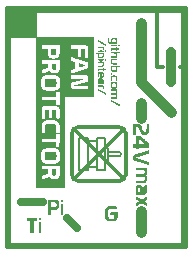
<source format=gto>
G04 Layer: TopSilkscreenLayer*
G04 EasyEDA Pro v1.9.29, 2023-03-16 20:55:29*
G04 Gerber Generator version 0.3*
G04 Scale: 100 percent, Rotated: No, Reflected: No*
G04 Dimensions in millimeters*
G04 Leading zeros omitted, absolute positions, 3 integers and 3 decimals*
%FSLAX33Y33*%
%MOMM*%
%ADD10C,0.850001*%
%ADD11C,0.900001*%
%ADD12C,0.299999*%
%ADD13C,0.700001*%
%ADD14C,0.2*%
%ADD15C,0.127*%
%ADD16C,0.399999*%
%ADD17C,0.254*%
%ADD18C,0.0134*%
%ADD19C,0.00508*%
G75*


G04 Text Start*
G04 //text:  PROTECTOR *
G36*
G01X2540Y17780D02*
G01X2540Y16806D01*
G01X3024D01*
G01Y16953D01*
G01X3025Y17080D01*
G01X3026Y17099D01*
G01X3027Y17102D01*
G01X3032Y17103D01*
G01X3762Y17105D01*
G01X4494Y17103D01*
G01X4510Y17102D01*
G01X4525Y17099D01*
G01Y16743D01*
G01X4523Y16380D01*
G01X4522Y16358D01*
G01X4519Y16332D01*
G01X4516Y16313D01*
G01X4505Y16265D01*
G01X4498Y16242D01*
G01X4487Y16211D01*
G01X4481Y16197D01*
G01X4459Y16160D01*
G01X4450Y16147D01*
G01X4446Y16142D01*
G01X4439Y16135D01*
G01X4430Y16122D01*
G01X4423Y16114D01*
G01X4409Y16103D01*
G01X4401Y16095D01*
G01X4396Y16088D01*
G01X4392Y16083D01*
G01X4383Y16076D01*
G01X4376Y16072D01*
G01X4340Y16049D01*
G01X4328Y16043D01*
G01X4289Y16024D01*
G01X4271Y16017D01*
G01X4242Y16008D01*
G01X4230Y16005D01*
G01X4200Y16000D01*
G01X4184Y15996D01*
G01X4168Y15993D01*
G01X4150Y15992D01*
G01X4139Y15990D01*
G01X4131Y15988D01*
G01X4114Y15986D01*
G01X4054Y15985D01*
G01X3978Y15987D01*
G01X3956Y15989D01*
G01X3905Y15995D01*
G01X3867Y16001D01*
G01X3853Y16005D01*
G01X3830Y16011D01*
G01X3808Y16016D01*
G01X3794Y16021D01*
G01X3774Y16029D01*
G01X3756Y16035D01*
G01X3744Y16040D01*
G01X3729Y16049D01*
G01X3711Y16059D01*
G01X3702Y16065D01*
G01X3696Y16070D01*
G01X3687Y16077D01*
G01X3669Y16089D01*
G01X3662Y16093D01*
G01X3658Y16099D01*
G01X3650Y16108D01*
G01X3642Y16116D01*
G01X3635Y16121D01*
G01X3631Y16125D01*
G01X3624Y16134D01*
G01X3609Y16156D01*
G01X3595Y16177D01*
G01X3591Y16183D01*
G01X3583Y16199D01*
G01X3571Y16231D01*
G01X3562Y16256D01*
G01X3558Y16269D01*
G01X3553Y16298D01*
G01X3550Y16314D01*
G01X3548Y16320D01*
G01Y16321D01*
G01X3547Y16331D01*
G01X3545Y16552D01*
G01Y16671D01*
G01X3542Y16768D01*
G01X3541Y16781D01*
G01X3540Y16785D01*
G01X3539Y16787D01*
G01Y16788D01*
G01X3538D01*
G01X3537Y16789D01*
G01X3536D01*
G01X3532Y16791D01*
G01X3522Y16792D01*
G01X3509Y16794D01*
G01X3473Y16797D01*
G01X3294Y16800D01*
G01X3071Y16802D01*
G01X3042Y16803D01*
G01X3024Y16806D01*
G01X2540D01*
G01Y14693D01*
G01X3024D01*
G01Y14840D01*
G01Y14932D01*
G01X3026Y14996D01*
G01X3027Y15002D01*
G01X3028Y15006D01*
G01X3029Y15010D01*
G01X3031Y15013D01*
G01X3033Y15016D01*
G01X3036Y15020D01*
G01X3042Y15025D01*
G01X3057Y15034D01*
G01X3074Y15043D01*
G01X3088Y15049D01*
G01X3111Y15055D01*
G01X3125Y15060D01*
G01X3138Y15066D01*
G01X3151Y15070D01*
G01X3170Y15076D01*
G01X3183Y15082D01*
G01X3196Y15088D01*
G01X3219Y15093D01*
G01X3233Y15098D01*
G01X3254Y15107D01*
G01X3272Y15114D01*
G01X3315Y15128D01*
G01X3349Y15141D01*
G01X3380Y15152D01*
G01X3461Y15179D01*
G01X3491Y15190D01*
G01X3499Y15193D01*
G01X3507Y15197D01*
G01X3513Y15201D01*
G01X3547Y15225D01*
G01X3551Y15230D01*
G01X3555Y15235D01*
G01X3571Y15266D01*
G01Y15268D01*
G01X3572Y15271D01*
G01X3574Y15283D01*
G01X3575Y15304D01*
G01X3577Y15407D01*
G01X3576Y15506D01*
G01X3575Y15544D01*
G01X3574Y15549D01*
G01X3571Y15566D01*
G01X3320D01*
G01X3055Y15568D01*
G01X3046Y15569D01*
G01X3024Y15572D01*
G01Y15722D01*
G01X3025Y15851D01*
G01X3026Y15871D01*
G01X3027Y15874D01*
G01X3032D01*
G01X3756Y15877D01*
G01X4470Y15875D01*
G01X4503Y15874D01*
G01X4525Y15871D01*
G01Y15467D01*
G01X4523Y15058D01*
G01X4522Y15034D01*
G01X4521Y15027D01*
G01X4518Y15008D01*
G01X4516Y14997D01*
G01X4511Y14981D01*
G01X4500Y14951D01*
G01X4497Y14943D01*
G01X4491Y14932D01*
G01X4484Y14919D01*
G01X4475Y14906D01*
G01X4465Y14894D01*
G01X4460Y14886D01*
G01X4457Y14877D01*
G01X4454Y14873D01*
G01X4450Y14869D01*
G01X4446Y14866D01*
G01X4437Y14858D01*
G01X4427Y14845D01*
G01X4419Y14837D01*
G01X4409Y14830D01*
G01X4380Y14809D01*
G01X4373Y14804D01*
G01X4365Y14799D01*
G01X4342Y14789D01*
G01X4329Y14781D01*
G01X4323Y14778D01*
G01X4313Y14775D01*
G01X4291Y14769D01*
G01X4274Y14762D01*
G01X4262Y14758D01*
G01X4251Y14756D01*
G01X4228Y14752D01*
G01X4210Y14749D01*
G01X4202Y14747D01*
G01X4187Y14746D01*
G01X4096Y14745D01*
G01X4042D01*
G01X3986Y14747D01*
G01X3975Y14748D01*
G01X3910Y14756D01*
G01X3891Y14759D01*
G01X3873Y14763D01*
G01X3853Y14770D01*
G01X3835Y14776D01*
G01X3821Y14783D01*
G01X3805Y14792D01*
G01X3795Y14797D01*
G01X3786Y14801D01*
G01X3782Y14804D01*
G01X3778Y14807D01*
G01X3774Y14811D01*
G01X3771Y14816D01*
G01X3767Y14820D01*
G01X3761Y14824D01*
G01X3750Y14831D01*
G01X3744Y14835D01*
G01X3740Y14839D01*
G01X3736Y14843D01*
G01X3729Y14852D01*
G01X3716Y14863D01*
G01X3708Y14871D01*
G01X3684Y14904D01*
G01X3678Y14913D01*
G01X3669Y14929D01*
G01X3666Y14933D01*
G01X3661Y14936D01*
G01X3657Y14939D01*
G01X3652Y14940D01*
G01X3647Y14939D01*
G01X3642Y14938D01*
G01X3638Y14936D01*
G01X3618Y14923D01*
G01X3590Y14902D01*
G01X3580Y14896D01*
G01X3559Y14884D01*
G01X3546Y14877D01*
G01X3533Y14870D01*
G01X3520Y14866D01*
G01X3499Y14857D01*
G01X3482Y14850D01*
G01X3467Y14845D01*
G01X3444Y14839D01*
G01X3424Y14831D01*
G01X3410Y14826D01*
G01X3387Y14820D01*
G01X3367Y14812D01*
G01X3353Y14807D01*
G01X3330Y14801D01*
G01X3310Y14792D01*
G01X3295Y14788D01*
G01X3273Y14782D01*
G01X3253Y14773D01*
G01X3238Y14769D01*
G01X3214Y14763D01*
G01X3195Y14757D01*
G01X3081Y14719D01*
G01X3072Y14716D01*
G01X3065Y14713D01*
G01X3060Y14710D01*
G01X3052Y14704D01*
G01X3047Y14701D01*
G01X3042Y14698D01*
G01X3024Y14693D01*
G01X2540D01*
G01Y13933D01*
G01X2979D01*
G01Y14071D01*
G01X2981Y14158D01*
G01X2982Y14163D01*
G01X2983Y14164D01*
G01Y14165D01*
G01X2984Y14167D01*
G01X2985Y14176D01*
G01X2986Y14204D01*
G01X2989Y14226D01*
G01X2990Y14236D01*
G01X2994Y14252D01*
G01X2998Y14270D01*
G01X3003Y14296D01*
G01X3005Y14304D01*
G01X3008Y14311D01*
G01X3014Y14325D01*
G01X3030Y14361D01*
G01X3052Y14398D01*
G01X3061Y14411D01*
G01X3065Y14416D01*
G01X3070Y14422D01*
G01X3074Y14428D01*
G01X3084Y14445D01*
G01X3088Y14450D01*
G01X3092Y14455D01*
G01X3097Y14458D01*
G01X3105Y14465D01*
G01X3116Y14479D01*
G01X3124Y14487D01*
G01X3134Y14494D01*
G01X3162Y14515D01*
G01X3170Y14520D01*
G01X3178Y14525D01*
G01X3200Y14534D01*
G01X3214Y14543D01*
G01X3219Y14545D01*
G01X3229Y14549D01*
G01X3254Y14554D01*
G01X3272Y14560D01*
G01X3312Y14572D01*
G01X3338Y14578D01*
G01X3352Y14581D01*
G01X3371Y14586D01*
G01X3400Y14590D01*
G01X3416Y14593D01*
G01X3422Y14595D01*
G01X3432Y14597D01*
G01X3442Y14598D01*
G01X3463D01*
G01X3489Y14599D01*
G01X3498Y14600D01*
G01X3504Y14601D01*
G01X3505D01*
G01X3515Y14602D01*
G01X3759Y14604D01*
G01X4007Y14602D01*
G01X4013Y14601D01*
G01X4019Y14600D01*
G01X4030Y14598D01*
G01X4066Y14597D01*
G01X4096Y14595D01*
G01X4109Y14593D01*
G01X4128Y14590D01*
G01X4147Y14586D01*
G01X4177Y14581D01*
G01X4194Y14577D01*
G01X4210Y14572D01*
G01X4253Y14560D01*
G01X4284Y14553D01*
G01X4303Y14547D01*
G01X4320Y14541D01*
G01X4326Y14538D01*
G01X4334Y14533D01*
G01X4346Y14527D01*
G01X4364Y14519D01*
G01X4375Y14512D01*
G01X4381Y14507D01*
G01X4387Y14503D01*
G01X4404Y14493D01*
G01X4409Y14489D01*
G01X4414Y14485D01*
G01X4417Y14481D01*
G01X4425Y14472D01*
G01X4438Y14461D01*
G01X4446Y14453D01*
G01X4453Y14443D01*
G01X4468Y14423D01*
G01X4483Y14403D01*
G01X4508Y14363D01*
G01X4514Y14350D01*
G01X4519Y14337D01*
G01X4527Y14316D01*
G01X4535Y14299D01*
G01X4537Y14291D01*
G01X4539Y14283D01*
G01X4543Y14265D01*
G01X4546Y14250D01*
G01X4549Y14239D01*
G01X4551Y14226D01*
G01Y14207D01*
G01X4552Y14183D01*
G01X4553Y14175D01*
G01X4554Y14169D01*
G01Y14167D01*
G01X4555Y14156D01*
G01X4557Y13946D01*
G01Y13852D01*
G01X4555Y13729D01*
G01X4554Y13723D01*
G01X4553Y13717D01*
G01X4551Y13704D01*
G01Y13685D01*
G01X4550Y13661D01*
G01X4549Y13653D01*
G01X4548Y13647D01*
G01X4546Y13636D01*
G01X4545Y13622D01*
G01X4543Y13610D01*
G01X4541Y13602D01*
G01X4525Y13554D01*
G01X4519Y13538D01*
G01X4516Y13531D01*
G01X4511Y13523D01*
G01X4505Y13511D01*
G01X4497Y13492D01*
G01X4489Y13478D01*
G01X4484Y13472D01*
G01X4465Y13445D01*
G01X4452Y13431D01*
G01X4443Y13418D01*
G01X4435Y13409D01*
G01X4422Y13399D01*
G01X4415Y13390D01*
G01X4404Y13377D01*
G01X4395Y13370D01*
G01X4366Y13350D01*
G01X4359Y13345D01*
G01X4352Y13342D01*
G01X4344Y13338D01*
G01X4312Y13325D01*
G01X4287Y13316D01*
G01X4276Y13313D01*
G01X4253Y13308D01*
G01X4223Y13300D01*
G01X4192Y13290D01*
G01X4179Y13287D01*
G01X4149Y13283D01*
G01X4133Y13279D01*
G01X4122Y13277D01*
G01X4111Y13275D01*
G01X4077Y13274D01*
G01X4070Y13273D01*
G01X4064Y13272D01*
G01X4063Y13271D01*
G01X4054Y13270D01*
G01X3774Y13268D01*
G01X3507Y13270D01*
G01X3487Y13271D01*
G01X3482Y13272D01*
G01X3473Y13274D01*
G01X3447Y13275D01*
G01X3433Y13277D01*
G01X3414Y13281D01*
G01X3380Y13286D01*
G01X3362Y13289D01*
G01X3345Y13294D01*
G01X3301Y13307D01*
G01X3275Y13311D01*
G01X3261Y13315D01*
G01X3246Y13319D01*
G01X3225Y13327D01*
G01X3208Y13335D01*
G01X3178Y13348D01*
G01X3164Y13356D01*
G01X3135Y13376D01*
G01X3126Y13384D01*
G01X3116Y13397D01*
G01X3108Y13405D01*
G01X3101Y13410D01*
G01X3093Y13417D01*
G01X3087Y13423D01*
G01X3075Y13438D01*
G01X3059Y13460D01*
G01X3047Y13474D01*
G01X3044Y13478D01*
G01X3039Y13487D01*
G01X3030Y13508D01*
G01X3021Y13524D01*
G01X3016Y13536D01*
G01X3010Y13554D01*
G01X3002Y13574D01*
G01X2999Y13581D01*
G01X2997Y13590D01*
G01X2994Y13608D01*
G01X2990Y13623D01*
G01X2987Y13634D01*
G01X2986Y13646D01*
G01X2985Y13684D01*
G01X2983Y13692D01*
G01X2982Y13698D01*
G01Y13699D01*
G01X2981Y13710D01*
G01X2979Y13933D01*
G01X2540D01*
G01Y12466D01*
G01X3024D01*
G01Y12616D01*
G01X3025Y12729D01*
G01X3027Y12758D01*
G01X3029Y12766D01*
G01X3030Y12769D01*
G01X3031D01*
G01X3035D01*
G01X3644Y12772D01*
G01X4252D01*
G01Y12950D01*
G01X4255Y13108D01*
G01X4257Y13135D01*
G01X4258Y13141D01*
G01X4260Y13143D01*
G01X4262Y13144D01*
G01X4264Y13145D01*
G01X4269Y13147D01*
G01X4281Y13149D01*
G01X4294Y13151D01*
G01X4318Y13153D01*
G01X4379Y13154D01*
G01X4469Y13153D01*
G01X4504Y13151D01*
G01X4510D01*
G01X4525Y13147D01*
G01Y12629D01*
G01X4523Y12098D01*
G01X4522Y12094D01*
G01X4519Y12078D01*
G01X4395D01*
G01X4300Y12080D01*
G01X4273Y12082D01*
G01X4266Y12083D01*
G01X4262Y12084D01*
G01X4260Y12086D01*
G01Y12088D01*
G01X4258Y12092D01*
G01X4256Y12108D01*
G01X4254Y12134D01*
G01X4252Y12260D01*
G01X4250Y12427D01*
G01X4249Y12441D01*
G01X4245Y12460D01*
G01X3650D01*
G01X3053Y12462D01*
G01X3039Y12463D01*
G01X3024Y12466D01*
G01X2540D01*
G01Y10920D01*
G01X3024D01*
G01Y11356D01*
G01X3028Y11785D01*
G01X3029Y11801D01*
G01X3030Y11804D01*
G01X3033Y11811D01*
G01X3046Y11833D01*
G01X3055Y11847D01*
G01X3059Y11852D01*
G01X3068Y11863D01*
G01X3078Y11876D01*
G01X3087Y11887D01*
G01X3107Y11907D01*
G01X3138Y11929D01*
G01X3145Y11933D01*
G01X3153Y11937D01*
G01X3161Y11941D01*
G01X3170Y11945D01*
G01X3199Y11954D01*
G01X3205Y11955D01*
G01X3727Y11957D01*
G01X3790D01*
G01X4252Y11954D01*
G01X4255D01*
G01X4268Y11951D01*
G01X4298Y11946D01*
G01X4313Y11943D01*
G01X4333Y11936D01*
G01X4363Y11925D01*
G01X4377Y11919D01*
G01X4414Y11897D01*
G01X4422Y11892D01*
G01X4428Y11887D01*
G01X4433Y11883D01*
G01X4436Y11878D01*
G01X4443Y11869D01*
G01X4457Y11858D01*
G01X4465Y11851D01*
G01X4471Y11841D01*
G01X4483Y11828D01*
G01X4486Y11824D01*
G01X4490Y11815D01*
G01X4498Y11796D01*
G01X4510Y11772D01*
G01X4512Y11765D01*
G01X4514Y11757D01*
G01X4518Y11738D01*
G01X4521Y11724D01*
G01X4522Y11718D01*
G01X4523Y11710D01*
G01X4525Y11327D01*
G01Y11037D01*
G01X4523Y10933D01*
G01X4522Y10930D01*
G01X4519Y10914D01*
G01X4395D01*
G01X4300Y10915D01*
G01X4273Y10917D01*
G01X4266Y10918D01*
G01X4262Y10920D01*
G01X4261D01*
G01Y10921D01*
G01X4260Y10922D01*
G01Y10925D01*
G01X4258Y10937D01*
G01X4256Y10965D01*
G01X4252Y11280D01*
G01X4249Y11603D01*
G01X4247Y11635D01*
G01X4246Y11640D01*
G01X4245Y11642D01*
G01X4244Y11644D01*
G01X4242D01*
G01X4237Y11646D01*
G01X4221Y11648D01*
G01X4194Y11650D01*
G01X4093Y11652D01*
G01X4002Y11651D01*
G01X3948Y11648D01*
G01X3939Y11647D01*
G01X3933Y11645D01*
G01X3932Y11644D01*
G01Y11643D01*
G01X3931Y11641D01*
G01X3930Y11637D01*
G01X3928Y11618D01*
G01X3925Y11579D01*
G01X3921Y11318D01*
G01X3920Y11035D01*
G01X3918Y10983D01*
G01X3915Y10965D01*
G01X3794D01*
G01X3699D01*
G01X3663Y10967D01*
G01X3657Y10968D01*
G01X3641Y10971D01*
G01Y11298D01*
G01X3640Y11500D01*
G01X3637Y11623D01*
G01X3635Y11636D01*
G01Y11639D01*
G01X3634D01*
G01Y11640D01*
G01X3633Y11641D01*
G01X3632D01*
G01X3630Y11642D01*
G01X3626Y11644D01*
G01X3616Y11646D01*
G01X3603Y11647D01*
G01X3571Y11650D01*
G01X3472Y11652D01*
G01X3376Y11651D01*
G01X3319Y11648D01*
G01X3309Y11647D01*
G01X3304Y11645D01*
G01X3303D01*
G01Y11644D01*
G01X3301Y11642D01*
G01X3300Y11638D01*
G01X3298Y11619D01*
G01X3295Y11582D01*
G01X3291Y11292D01*
G01X3290Y11007D01*
G01X3288Y10933D01*
G01Y10930D01*
G01X3285Y10914D01*
G01X3170D01*
G01X3080D01*
G01X3045Y10916D01*
G01X3039Y10917D01*
G01X3024Y10920D01*
G01X2540D01*
G01Y9724D01*
G01X3024D01*
G01Y10045D01*
G01X3026Y10364D01*
G01X3027Y10370D01*
G01X3028Y10371D01*
G01Y10372D01*
G01X3031Y10381D01*
G01X3036Y10410D01*
G01X3038Y10419D01*
G01X3045Y10436D01*
G01X3051Y10451D01*
G01X3054Y10466D01*
G01X3056Y10473D01*
G01X3059Y10479D01*
G01X3063Y10487D01*
G01X3070Y10498D01*
G01X3078Y10518D01*
G01X3084Y10529D01*
G01X3091Y10542D01*
G01X3099Y10555D01*
G01X3103Y10560D01*
G01X3108Y10565D01*
G01X3116Y10576D01*
G01X3127Y10593D01*
G01X3132Y10599D01*
G01X3136Y10605D01*
G01X3141Y10608D01*
G01X3150Y10615D01*
G01X3161Y10629D01*
G01X3168Y10637D01*
G01X3178Y10643D01*
G01X3191Y10654D01*
G01X3201Y10662D01*
G01X3226Y10678D01*
G01X3247Y10692D01*
G01X3261Y10701D01*
G01X3283Y10710D01*
G01X3299Y10719D01*
G01X3310Y10724D01*
G01X3329Y10730D01*
G01X3348Y10739D01*
G01X3362Y10743D01*
G01X3385Y10748D01*
G01X3396Y10751D01*
G01X3397D01*
G01X3405Y10752D01*
G01X3759Y10754D01*
G01X4082Y10753D01*
G01X4119Y10752D01*
G01X4121Y10751D01*
G01X4122D01*
G01X4136Y10748D01*
G01X4167Y10744D01*
G01X4186Y10741D01*
G01X4197Y10739D01*
G01X4207Y10736D01*
G01X4241Y10724D01*
G01X4265Y10718D01*
G01X4272Y10715D01*
G01X4279Y10711D01*
G01X4287Y10707D01*
G01X4302Y10697D01*
G01X4315Y10688D01*
G01X4342Y10669D01*
G01X4357Y10656D01*
G01X4369Y10646D01*
G01X4378Y10639D01*
G01X4389Y10626D01*
G01X4397Y10618D01*
G01X4404Y10613D01*
G01X4411Y10606D01*
G01X4418Y10599D01*
G01X4430Y10585D01*
G01X4443Y10567D01*
G01X4463Y10538D01*
G01X4471Y10524D01*
G01X4481Y10501D01*
G01X4489Y10488D01*
G01X4492Y10483D01*
G01X4495Y10472D01*
G01X4497Y10465D01*
G01X4501Y10450D01*
G01X4508Y10433D01*
G01X4512Y10421D01*
G01X4514Y10412D01*
G01X4518Y10391D01*
G01X4521Y10375D01*
G01X4522Y10369D01*
G01X4523Y10360D01*
G01X4525Y10058D01*
G01X4524Y9792D01*
G01X4523Y9742D01*
G01X4519Y9724D01*
G01X4395D01*
G01X4300Y9725D01*
G01X4273Y9727D01*
G01X4266Y9729D01*
G01X4262Y9730D01*
G01X4261D01*
G01Y9731D01*
G01X4260Y9732D01*
G01X4259Y9736D01*
G01X4258Y9749D01*
G01X4256Y9777D01*
G01X4252Y10010D01*
G01X4250Y10265D01*
G01X4249Y10297D01*
G01X4248Y10300D01*
G01X4245Y10314D01*
G01X4239Y10328D01*
G01X4227Y10354D01*
G01X4223Y10360D01*
G01X4219Y10365D01*
G01X4215Y10369D01*
G01X4206Y10376D01*
G01X4198Y10384D01*
G01X4191Y10393D01*
G01X4186Y10397D01*
G01X4181Y10401D01*
G01X4164Y10411D01*
G01X4151Y10419D01*
G01X4138Y10425D01*
G01X4124Y10430D01*
G01X4096Y10439D01*
G01X4085Y10442D01*
G01X4068Y10443D01*
G01X4056Y10444D01*
G01X4050Y10446D01*
G01X4041Y10447D01*
G01X3746Y10449D01*
G01X3587D01*
G01X3446Y10445D01*
G01X3432Y10443D01*
G01X3427D01*
G01X3407Y10436D01*
G01X3389Y10430D01*
G01X3382Y10427D01*
G01X3368Y10419D01*
G01X3334Y10395D01*
G01X3330Y10390D01*
G01X3326Y10385D01*
G01X3316Y10367D01*
G01X3309Y10355D01*
G01X3306Y10349D01*
G01X3302Y10339D01*
G01X3297Y10317D01*
G01X3294Y10305D01*
G01X3293Y10296D01*
G01X3291Y10026D01*
G01X3289Y9774D01*
G01X3288Y9742D01*
G01X3285Y9724D01*
G01X3024D01*
G01X2540D01*
G01Y8909D01*
G01X3024D01*
G01Y9059D01*
G01X3025Y9188D01*
G01X3026Y9209D01*
G01X3027Y9212D01*
G01X3028D01*
G01X3033D01*
G01X3625Y9215D01*
G01X4223Y9217D01*
G01X4236Y9218D01*
G01X4252Y9221D01*
G01Y9393D01*
G01X4253Y9563D01*
G01X4255Y9578D01*
G01X4258Y9596D01*
G01X4376D01*
G01X4468D01*
G01X4504Y9594D01*
G01X4510Y9593D01*
G01X4525Y9590D01*
G01Y9068D01*
G01X4521Y8556D01*
G01X4520Y8537D01*
G01X4519Y8534D01*
G01Y8533D01*
G01X4518Y8532D01*
G01X4516Y8531D01*
G01X4514Y8530D01*
G01X4509Y8528D01*
G01X4497Y8526D01*
G01X4485Y8524D01*
G01X4460Y8522D01*
G01X4395Y8521D01*
G01X4304Y8523D01*
G01X4277Y8524D01*
G01X4269Y8526D01*
G01X4265Y8527D01*
G01X4264D01*
G01X4263Y8528D01*
G01X4262Y8531D01*
G01X4260Y8535D01*
G01X4258Y8546D01*
G01X4257Y8560D01*
G01X4254Y8593D01*
G01X4252Y8706D01*
G01X4250Y8875D01*
G01X4249Y8891D01*
G01X4245Y8909D01*
G01X3024D01*
G01X2540D01*
G01Y7741D01*
G01X2979D01*
G01Y7880D01*
G01X2981Y7966D01*
G01X2982Y7971D01*
G01X2983Y7972D01*
G01Y7973D01*
G01X2984Y7976D01*
G01X2985Y7986D01*
G01X2986Y7996D01*
G01Y8015D01*
G01X2987Y8022D01*
G01X2989Y8028D01*
G01X2991Y8038D01*
G01X2992Y8053D01*
G01X2994Y8065D01*
G01X2995Y8073D01*
G01X3011Y8120D01*
G01X3018Y8137D01*
G01X3021Y8143D01*
G01X3025Y8151D01*
G01X3032Y8163D01*
G01X3040Y8182D01*
G01X3043Y8189D01*
G01X3047Y8196D01*
G01X3057Y8209D01*
G01X3063Y8220D01*
G01X3067Y8230D01*
G01X3070Y8234D01*
G01X3073Y8238D01*
G01X3080Y8243D01*
G01X3088Y8249D01*
G01X3094Y8256D01*
G01X3111Y8277D01*
G01X3119Y8285D01*
G01X3125Y8291D01*
G01X3141Y8305D01*
G01X3157Y8315D01*
G01X3163Y8320D01*
G01X3182Y8330D01*
G01X3197Y8339D01*
G01X3209Y8344D01*
G01X3227Y8350D01*
G01X3247Y8359D01*
G01X3261Y8363D01*
G01X3277Y8367D01*
G01X3307Y8374D01*
G01X3339Y8384D01*
G01X3351Y8387D01*
G01X3381Y8392D01*
G01X3396Y8395D01*
G01X3405Y8398D01*
G01X3413Y8399D01*
G01X3435Y8400D01*
G01X3448Y8402D01*
G01X3456Y8404D01*
G01X3470Y8405D01*
G01X3562Y8406D01*
G01X3650Y8407D01*
G01X3666Y8409D01*
G01X3670Y8410D01*
G01X3673D01*
G01X3689Y8411D01*
G01X3759Y8412D01*
G01X3831Y8411D01*
G01X3844Y8410D01*
G01X3848Y8409D01*
G01X3850D01*
G01X3866Y8407D01*
G01X3946Y8406D01*
G01X4046Y8404D01*
G01X4064Y8403D01*
G01X4115Y8397D01*
G01X4125Y8395D01*
G01X4141Y8392D01*
G01X4160Y8387D01*
G01X4190Y8383D01*
G01X4206Y8379D01*
G01X4223Y8374D01*
G01X4266Y8362D01*
G01X4288Y8357D01*
G01X4303Y8352D01*
G01X4315Y8346D01*
G01X4352Y8330D01*
G01X4358Y8327D01*
G01X4373Y8317D01*
G01X4392Y8307D01*
G01X4397Y8304D01*
G01X4401Y8300D01*
G01X4408Y8291D01*
G01X4416Y8282D01*
G01X4429Y8272D01*
G01X4440Y8259D01*
G01X4448Y8250D01*
G01X4455Y8245D01*
G01X4459Y8241D01*
G01X4467Y8232D01*
G01X4480Y8211D01*
G01X4489Y8201D01*
G01X4492Y8197D01*
G01X4497Y8188D01*
G01X4506Y8166D01*
G01X4516Y8150D01*
G01X4521Y8139D01*
G01X4526Y8120D01*
G01X4535Y8101D01*
G01X4537Y8093D01*
G01X4539Y8085D01*
G01X4543Y8067D01*
G01X4546Y8052D01*
G01X4549Y8041D01*
G01X4551Y8027D01*
G01Y8009D01*
G01X4552Y7985D01*
G01X4553Y7977D01*
G01X4554Y7971D01*
G01Y7969D01*
G01X4555Y7958D01*
G01X4557Y7751D01*
G01Y7659D01*
G01X4555Y7537D01*
G01X4554Y7532D01*
G01X4553Y7526D01*
G01X4551Y7512D01*
G01Y7493D01*
G01X4550Y7469D01*
G01X4549Y7461D01*
G01X4547Y7454D01*
G01X4545Y7441D01*
G01X4539Y7404D01*
G01X4537Y7392D01*
G01X4533Y7379D01*
G01X4525Y7361D01*
G01X4516Y7335D01*
G01X4512Y7325D01*
G01X4508Y7317D01*
G01X4503Y7309D01*
G01X4484Y7277D01*
G01X4475Y7263D01*
G01X4471Y7258D01*
G01X4465Y7251D01*
G01X4456Y7238D01*
G01X4446Y7226D01*
G01X4436Y7216D01*
G01X4427Y7202D01*
G01X4419Y7194D01*
G01X4409Y7188D01*
G01X4396Y7177D01*
G01X4387Y7169D01*
G01X4376Y7162D01*
G01X4345Y7143D01*
G01X4334Y7138D01*
G01X4315Y7133D01*
G01X4296Y7124D01*
G01X4282Y7120D01*
G01X4266Y7116D01*
G01X4236Y7108D01*
G01X4192Y7095D01*
G01X4167Y7091D01*
G01X4152Y7088D01*
G01X4147Y7086D01*
G01X4137Y7084D01*
G01X4118Y7083D01*
G01X4107Y7081D01*
G01X4098Y7078D01*
G01X4081Y7077D01*
G01X4018Y7075D01*
G01X4004Y7074D01*
G01X4001Y7073D01*
G01X3999D01*
G01X3988Y7072D01*
G01X3777Y7070D01*
G01X3684D01*
G01X3561Y7072D01*
G01X3555Y7073D01*
G01X3554D01*
G01X3545Y7075D01*
G01X3534Y7076D01*
G01X3514D01*
G01X3479Y7077D01*
G01X3453Y7079D01*
G01X3427Y7083D01*
G01X3409Y7086D01*
G01X3377Y7092D01*
G01X3362Y7095D01*
G01X3340Y7102D01*
G01X3303Y7109D01*
G01X3281Y7115D01*
G01X3240Y7127D01*
G01X3235Y7129D01*
G01X3205Y7140D01*
G01X3197Y7143D01*
G01X3185Y7149D01*
G01X3173Y7156D01*
G01X3157Y7166D01*
G01X3141Y7178D01*
G01X3134Y7184D01*
G01X3114Y7199D01*
G01X3105Y7206D01*
G01X3100Y7212D01*
G01X3094Y7220D01*
G01X3068Y7251D01*
G01X3057Y7266D01*
G01X3053Y7274D01*
G01X3045Y7286D01*
G01X3040Y7296D01*
G01X3029Y7312D01*
G01X3025Y7320D01*
G01X3021Y7328D01*
G01X3018Y7337D01*
G01X3009Y7359D01*
G01X3002Y7376D01*
G01X2999Y7383D01*
G01X2997Y7392D01*
G01X2994Y7410D01*
G01X2990Y7424D01*
G01X2987Y7436D01*
G01X2986Y7449D01*
G01Y7468D01*
G01X2985Y7491D01*
G01X2983Y7500D01*
G01X2982Y7506D01*
G01Y7507D01*
G01X2981Y7518D01*
G01X2979Y7741D01*
G01X2540D01*
G01Y5880D01*
G01X3024D01*
G01X3025Y5975D01*
G01X3027Y6030D01*
G01X3029Y6040D01*
G01X3030Y6046D01*
G01X3032Y6049D01*
G01X3036Y6054D01*
G01X3042Y6060D01*
G01X3049Y6066D01*
G01X3060Y6072D01*
G01X3069Y6077D01*
G01X3087Y6084D01*
G01X3108Y6091D01*
G01X3133Y6102D01*
G01X3156Y6108D01*
G01X3170Y6112D01*
G01X3183Y6118D01*
G01X3195Y6123D01*
G01X3215Y6129D01*
G01X3227Y6135D01*
G01X3241Y6140D01*
G01X3264Y6146D01*
G01X3278Y6151D01*
G01X3299Y6160D01*
G01X3316Y6167D01*
G01X3393Y6192D01*
G01X3414Y6200D01*
G01X3438Y6210D01*
G01X3461Y6216D01*
G01X3475Y6220D01*
G01X3488Y6227D01*
G01X3501Y6232D01*
G01X3513Y6235D01*
G01X3518Y6238D01*
G01X3523Y6241D01*
G01X3527Y6246D01*
G01X3534Y6254D01*
G01X3547Y6265D01*
G01X3555Y6273D01*
G01X3565Y6288D01*
G01X3571Y6301D01*
G01X3572Y6305D01*
G01X3574Y6316D01*
G01X3575Y6338D01*
G01X3577Y6443D01*
G01X3576Y6545D01*
G01X3575Y6584D01*
G01X3574Y6590D01*
G01X3571Y6606D01*
G01X3313D01*
G01X3073Y6607D01*
G01X3042Y6608D01*
G01X3024Y6612D01*
G01Y6758D01*
G01X3025Y6885D01*
G01X3026Y6905D01*
G01X3027Y6908D01*
G01X3032D01*
G01X3762Y6911D01*
G01X4494Y6908D01*
G01X4510D01*
G01X4525Y6905D01*
G01Y6494D01*
G01X4524Y6138D01*
G01X4523Y6077D01*
G01X4522Y6074D01*
G01X4519Y6061D01*
G01X4513Y6027D01*
G01X4511Y6018D01*
G01X4503Y6000D01*
G01X4490Y5971D01*
G01X4485Y5959D01*
G01X4478Y5947D01*
G01X4469Y5933D01*
G01X4465Y5928D01*
G01X4456Y5917D01*
G01X4446Y5904D01*
G01X4438Y5896D01*
G01X4425Y5886D01*
G01X4414Y5872D01*
G01X4406Y5864D01*
G01X4397Y5858D01*
G01X4384Y5847D01*
G01X4379Y5844D01*
G01X4370Y5838D01*
G01X4349Y5829D01*
G01X4333Y5820D01*
G01X4322Y5815D01*
G01X4303Y5809D01*
G01X4287Y5802D01*
G01X4275Y5798D01*
G01X4266Y5796D01*
G01X4245Y5793D01*
G01X4229Y5789D01*
G01X4220Y5787D01*
G01X4212Y5785D01*
G01X4190D01*
G01X4177Y5783D01*
G01X4169Y5781D01*
G01X4152Y5779D01*
G01X4093Y5778D01*
G01X4029Y5780D01*
G01X4017Y5781D01*
G01X4011Y5782D01*
G01X4002Y5784D01*
G01X3974Y5785D01*
G01X3943Y5788D01*
G01X3930Y5789D01*
G01X3911Y5793D01*
G01X3893Y5797D01*
G01X3867Y5802D01*
G01X3859Y5804D01*
G01X3851Y5807D01*
G01X3838Y5813D01*
G01X3808Y5826D01*
G01X3797Y5832D01*
G01X3792Y5837D01*
G01X3786Y5842D01*
G01X3768Y5852D01*
G01X3763Y5855D01*
G01X3759Y5859D01*
G01X3752Y5868D01*
G01X3744Y5877D01*
G01X3735Y5883D01*
G01X3724Y5893D01*
G01X3708Y5909D01*
G01X3698Y5921D01*
G01X3689Y5934D01*
G01X3682Y5941D01*
G01X3680Y5945D01*
G01X3678Y5950D01*
G01X3674Y5962D01*
G01X3670Y5966D01*
G01X3666Y5970D01*
G01X3660Y5972D01*
G01X3657Y5973D01*
G01X3650Y5974D01*
G01X3644Y5973D01*
G01X3638Y5971D01*
G01X3629Y5966D01*
G01X3619Y5959D01*
G01X3614Y5955D01*
G01X3607Y5950D01*
G01X3591Y5941D01*
G01X3581Y5934D01*
G01X3575Y5929D01*
G01X3571Y5926D01*
G01X3563Y5921D01*
G01X3543Y5914D01*
G01X3514Y5900D01*
G01X3495Y5894D01*
G01X3483Y5889D01*
G01X3476Y5885D01*
G01X3471Y5882D01*
G01X3460Y5879D01*
G01X3445Y5875D01*
G01X3431Y5870D01*
G01X3411Y5862D01*
G01X3388Y5856D01*
G01X3374Y5851D01*
G01X3360Y5845D01*
G01X3353Y5843D01*
G01X3345Y5840D01*
G01X3326Y5837D01*
G01X3318Y5835D01*
G01X3311Y5832D01*
G01X3297Y5826D01*
G01X3283Y5821D01*
G01X3260Y5816D01*
G01X3240Y5807D01*
G01X3225Y5802D01*
G01X3202Y5796D01*
G01X3183Y5788D01*
G01X3168Y5783D01*
G01X3146Y5777D01*
G01X3125Y5769D01*
G01X3111Y5764D01*
G01X3095Y5761D01*
G01X3083Y5757D01*
G01X3071Y5753D01*
G01X3064Y5750D01*
G01X3053Y5743D01*
G01X3045Y5737D01*
G01X3042Y5734D01*
G01X3038Y5732D01*
G01X3033Y5730D01*
G01X3032Y5731D01*
G01X3031D01*
G01X3030Y5733D01*
G01X3029Y5737D01*
G01X3027Y5752D01*
G01X3026Y5776D01*
G01X3024Y5880D01*
G01X2540D01*
G01Y5065D01*
G01X5009D01*
G01Y17780D01*
G37*
G36*
G01X4036Y16800D02*
G01X3877Y16798D01*
G01X3837Y16794D01*
G01X3826Y16792D01*
G01X3822Y16790D01*
G01X3819Y16782D01*
G01X3816Y16778D01*
G01Y16776D01*
G01X3815Y16765D01*
G01X3813Y16590D01*
G01Y16508D01*
G01X3815Y16391D01*
G01X3816Y16383D01*
G01X3818Y16372D01*
G01X3820Y16363D01*
G01X3823Y16354D01*
G01X3827Y16341D01*
G01X3831Y16334D01*
G01X3837Y16327D01*
G01X3844Y16320D01*
G01X3855Y16310D01*
G01X3862Y16306D01*
G01X3868Y16303D01*
G01X3873Y16301D01*
G01X3883Y16297D01*
G01X3895Y16290D01*
G01X3901Y16286D01*
G01X3914Y16283D01*
G01X3934Y16280D01*
G01X3950Y16277D01*
G01X3961Y16274D01*
G01X3975Y16273D01*
G01X4013Y16272D01*
G01X4066Y16273D01*
G01X4089Y16275D01*
G01X4103Y16277D01*
G01X4122Y16280D01*
G01X4140Y16284D01*
G01X4165Y16290D01*
G01X4173Y16292D01*
G01X4180Y16294D01*
G01X4187Y16299D01*
G01X4200Y16305D01*
G01X4214Y16312D01*
G01X4222Y16316D01*
G01X4229Y16322D01*
G01X4236Y16329D01*
G01X4239Y16333D01*
G01X4240Y16334D01*
G01X4241Y16336D01*
G01X4242Y16340D01*
G01X4244Y16352D01*
G01X4246Y16366D01*
G01X4249Y16404D01*
G01X4252Y16558D01*
G01X4250Y16764D01*
G01X4249Y16781D01*
G01X4245Y16800D01*
G37*
G36*
G01X4074Y15566D02*
G01X3964Y15565D01*
G01X3891Y15563D01*
G01X3886Y15562D01*
G01X3878Y15559D01*
G01X3873Y15556D01*
G01Y15555D01*
G01X3872Y15554D01*
G01Y15543D01*
G01X3870Y15365D01*
G01Y15282D01*
G01X3872Y15163D01*
G01X3873Y15155D01*
G01X3877Y15139D01*
G01X3880Y15131D01*
G01X3884Y15123D01*
G01X3903Y15095D01*
G01X3908Y15091D01*
G01X3917Y15084D01*
G01X3924Y15078D01*
G01X3935Y15072D01*
G01X3953Y15063D01*
G01X3959Y15060D01*
G01X3974Y15055D01*
G01X3996Y15050D01*
G01X4010Y15046D01*
G01X4026Y15044D01*
G01X4074Y15043D01*
G01X4112Y15044D01*
G01X4132Y15046D01*
G01X4147Y15048D01*
G01X4164Y15053D01*
G01X4172Y15057D01*
G01X4179Y15060D01*
G01X4210Y15078D01*
G01X4218Y15084D01*
G01X4226Y15090D01*
G01X4233Y15097D01*
G01X4239Y15104D01*
G01X4240Y15105D01*
G01X4241Y15107D01*
G01X4242Y15111D01*
G01X4244Y15122D01*
G01X4246Y15137D01*
G01X4249Y15175D01*
G01X4252Y15343D01*
G01Y15566D01*
G37*
G36*
G01X3777Y14299D02*
G01X3519Y14297D01*
G01X3500Y14296D01*
G01X3498D01*
G01X3493Y14295D01*
G01X3482Y14293D01*
G01X3460Y14292D01*
G01X3441Y14290D01*
G01X3430Y14288D01*
G01X3413Y14284D01*
G01X3396Y14280D01*
G01X3386Y14277D01*
G01X3377Y14274D01*
G01X3367Y14269D01*
G01X3354Y14262D01*
G01X3343Y14257D01*
G01X3338Y14253D01*
G01X3332Y14249D01*
G01X3323Y14239D01*
G01X3312Y14223D01*
G01X3304Y14210D01*
G01X3289Y14181D01*
G01X3285Y14170D01*
G01X3283Y14160D01*
G01X3280Y14139D01*
G01X3277Y14123D01*
G01X3274Y14115D01*
G01X3273Y14098D01*
G01X3271Y14018D01*
G01X3270Y14008D01*
G01X3268Y14003D01*
G01Y14001D01*
G01X3267Y13999D01*
G01X3266Y13986D01*
G01X3265Y13943D01*
G01Y13929D01*
G01X3267Y13890D01*
G01X3268Y13879D01*
G01Y13876D01*
G01X3269Y13871D01*
G01X3271Y13855D01*
G01X3273Y13792D01*
G01X3274Y13777D01*
G01X3277Y13769D01*
G01X3278Y13758D01*
G01X3279Y13741D01*
G01X3281Y13732D01*
G01X3285Y13717D01*
G01X3291Y13696D01*
G01X3297Y13678D01*
G01X3304Y13664D01*
G01X3310Y13653D01*
G01X3323Y13634D01*
G01X3330Y13626D01*
G01X3339Y13618D01*
G01X3358Y13605D01*
G01X3368Y13600D01*
G01X3386Y13594D01*
G01X3399Y13590D01*
G01X3412Y13583D01*
G01X3418Y13581D01*
G01X3424Y13580D01*
G01X3437D01*
G01X3448Y13578D01*
G01X3454Y13577D01*
G01X3463Y13576D01*
G01X3759Y13574D01*
G01X4042Y13575D01*
G01X4062Y13576D01*
G01X4064Y13577D01*
G01X4075Y13579D01*
G01X4092Y13580D01*
G01X4104Y13582D01*
G01X4120Y13586D01*
G01X4142Y13592D01*
G01X4148Y13594D01*
G01X4154Y13596D01*
G01X4162Y13601D01*
G01X4174Y13607D01*
G01X4189Y13613D01*
G01X4197Y13618D01*
G01X4204Y13624D01*
G01X4210Y13630D01*
G01X4225Y13649D01*
G01X4233Y13663D01*
G01X4247Y13692D01*
G01X4251Y13703D01*
G01X4253Y13712D01*
G01X4257Y13734D01*
G01X4260Y13750D01*
G01X4263Y13760D01*
G01X4264Y13777D01*
G01X4265Y13845D01*
G01X4267Y13860D01*
G01X4269Y13866D01*
G01X4270Y13883D01*
G01X4271Y13924D01*
G01X4270Y13964D01*
G01X4269Y13977D01*
G01X4268Y13984D01*
G01X4267Y13989D01*
G01X4265Y14004D01*
G01Y14032D01*
G01Y14041D01*
G01X4263Y14073D01*
G01X4262Y14092D01*
G01X4255Y14137D01*
G01X4253Y14148D01*
G01X4250Y14164D01*
G01X4245Y14178D01*
G01X4239Y14195D01*
G01X4233Y14207D01*
G01X4220Y14226D01*
G01X4216Y14231D01*
G01X4210Y14239D01*
G01X4201Y14248D01*
G01X4188Y14260D01*
G01X4182Y14264D01*
G01X4175Y14267D01*
G01X4161Y14274D01*
G01X4144Y14280D01*
G01X4112Y14291D01*
G01X4103Y14292D01*
G01X4077Y14293D01*
G01X4063Y14295D01*
G01X4056Y14296D01*
G01X4048Y14297D01*
G37*
G36*
G01X3781Y8101D02*
G01X3512Y8100D01*
G01X3463Y8098D01*
G01X3459D01*
G01X3421Y8091D01*
G01X3406Y8088D01*
G01X3398Y8086D01*
G01X3380Y8079D01*
G01X3358Y8069D01*
G01X3350Y8066D01*
G01X3344Y8062D01*
G01X3339Y8058D01*
G01X3336Y8053D01*
G01X3328Y8045D01*
G01X3320Y8037D01*
G01X3315Y8034D01*
G01X3311Y8028D01*
G01X3307Y8022D01*
G01X3299Y8004D01*
G01X3289Y7983D01*
G01X3285Y7971D01*
G01X3283Y7962D01*
G01X3280Y7941D01*
G01X3277Y7925D01*
G01X3274Y7917D01*
G01X3273Y7900D01*
G01X3271Y7820D01*
G01X3270Y7809D01*
G01X3268Y7805D01*
G01Y7804D01*
G01Y7803D01*
G01X3267Y7801D01*
G01X3266Y7788D01*
G01X3265Y7744D01*
G01Y7731D01*
G01X3267Y7692D01*
G01X3268Y7681D01*
G01Y7678D01*
G01X3269Y7673D01*
G01X3271Y7657D01*
G01X3273Y7594D01*
G01X3274Y7579D01*
G01X3277Y7571D01*
G01X3278Y7560D01*
G01X3279Y7543D01*
G01X3281Y7534D01*
G01X3285Y7518D01*
G01X3289Y7503D01*
G01X3294Y7490D01*
G01X3303Y7472D01*
G01X3309Y7457D01*
G01X3312Y7453D01*
G01X3315Y7449D01*
G01X3324Y7442D01*
G01X3332Y7434D01*
G01X3339Y7425D01*
G01X3344Y7421D01*
G01X3349Y7417D01*
G01X3367Y7407D01*
G01X3379Y7400D01*
G01X3385Y7396D01*
G01X3395Y7393D01*
G01X3417Y7388D01*
G01X3428Y7385D01*
G01X3437Y7384D01*
G01X3756Y7382D01*
G01X4035Y7383D01*
G01X4086Y7385D01*
G01X4089D01*
G01X4121Y7391D01*
G01X4130Y7393D01*
G01X4141Y7396D01*
G01X4153Y7401D01*
G01X4168Y7407D01*
G01X4179Y7414D01*
G01X4200Y7428D01*
G01X4208Y7435D01*
G01X4214Y7441D01*
G01X4220Y7449D01*
G01X4226Y7456D01*
G01X4230Y7463D01*
G01X4234Y7469D01*
G01X4240Y7484D01*
G01X4247Y7500D01*
G01X4251Y7511D01*
G01X4253Y7521D01*
G01X4257Y7542D01*
G01X4260Y7558D01*
G01X4263Y7568D01*
G01X4264Y7585D01*
G01X4265Y7653D01*
G01X4267Y7668D01*
G01X4269Y7674D01*
G01X4270Y7691D01*
G01X4271Y7732D01*
G01X4270Y7772D01*
G01X4269Y7785D01*
G01X4268Y7792D01*
G01X4267Y7797D01*
G01X4265Y7814D01*
G01X4264Y7882D01*
G01X4262Y7897D01*
G01X4261Y7902D01*
G01X4258Y7915D01*
G01X4253Y7952D01*
G01X4251Y7963D01*
G01X4248Y7973D01*
G01X4242Y7987D01*
G01X4230Y8016D01*
G01X4223Y8027D01*
G01X4217Y8035D01*
G01X4206Y8049D01*
G01X4201Y8054D01*
G01X4193Y8061D01*
G01X4185Y8066D01*
G01X4174Y8073D01*
G01X4156Y8082D01*
G01X4150Y8085D01*
G01X4142Y8087D01*
G01X4134Y8089D01*
G01X4116Y8093D01*
G01X4101Y8096D01*
G01X4095Y8098D01*
G01X4086Y8099D01*
G37*
G36*
G01X4071Y6606D02*
G01X3937Y6605D01*
G01X3891Y6603D01*
G01X3886Y6602D01*
G01X3878Y6599D01*
G01X3873Y6596D01*
G01Y6595D01*
G01X3872Y6594D01*
G01Y6584D01*
G01X3870Y6395D01*
G01Y6274D01*
G01X3872Y6194D01*
G01X3873Y6188D01*
G01X3880Y6167D01*
G01X3882Y6161D01*
G01X3884Y6155D01*
G01X3888Y6151D01*
G01X3897Y6144D01*
G01X3905Y6136D01*
G01X3910Y6129D01*
G01X3914Y6124D01*
G01X3923Y6117D01*
G01X3930Y6112D01*
G01X3939Y6108D01*
G01X3950Y6102D01*
G01X3962Y6097D01*
G01X3988Y6087D01*
G01X3998Y6084D01*
G01X4016Y6083D01*
G01X4027Y6082D01*
G01X4038Y6079D01*
G01X4052Y6078D01*
G01X4071Y6077D01*
G01X4090Y6078D01*
G01X4106Y6079D01*
G01X4115Y6080D01*
G01X4147Y6087D01*
G01X4155Y6088D01*
G01X4167Y6092D01*
G01X4179Y6097D01*
G01X4186Y6100D01*
G01X4197Y6106D01*
G01X4204Y6112D01*
G01X4208Y6115D01*
G01X4212Y6117D01*
G01X4221Y6120D01*
G01X4226Y6123D01*
G01X4229Y6127D01*
G01X4233Y6132D01*
G01X4245Y6150D01*
G01X4246Y6151D01*
G01Y6154D01*
G01X4248Y6163D01*
G01X4249Y6183D01*
G01X4252Y6367D01*
G01X4250Y6569D01*
G01X4249Y6587D01*
G01X4245Y6606D01*
G37*
G04 //text: max*
G36*
G01X11420Y6749D02*
G01X11003Y6747D01*
G01X10998D01*
G01Y6746D01*
G01X10997D01*
G01Y6744D01*
G01X10996Y6729D01*
G01X10995Y6637D01*
G01Y6531D01*
G01X11013Y6528D01*
G01X11023Y6527D01*
G01X11368Y6525D01*
G01X11672Y6522D01*
G01X11697Y6520D01*
G01X11705Y6519D01*
G01X11707Y6518D01*
G01X11708D01*
G01X11709D01*
G01X11714Y6510D01*
G01X11720Y6503D01*
G01X11723Y6500D01*
G01X11725Y6496D01*
G01X11727Y6491D01*
G01X11729Y6480D01*
G01X11730Y6453D01*
G01X11731Y6384D01*
G01X11730Y6319D01*
G01X11728Y6300D01*
G01X11727Y6290D01*
G01X11726Y6286D01*
G01X11721Y6275D01*
G01X11717Y6266D01*
G01X11715Y6262D01*
G01X11712Y6257D01*
G01X11708Y6251D01*
G01X11704Y6244D01*
G01X11698Y6238D01*
G01X11692Y6232D01*
G01X11686Y6227D01*
G01X11679Y6222D01*
G01X11672Y6219D01*
G01X11665Y6216D01*
G01X11659Y6213D01*
G01X11652Y6212D01*
G01X11649Y6211D01*
G01X11563Y6210D01*
G01X11322Y6209D01*
G01X11039Y6205D01*
G01X11014Y6204D01*
G01X11004Y6202D01*
G01X11002D01*
G01X11001Y6201D01*
G01X11000D01*
G01X10999Y6198D01*
G01X10998Y6191D01*
G01X10996Y6170D01*
G01X10995Y6092D01*
G01Y5991D01*
G01X11008Y5988D01*
G01X11011D01*
G01X11097Y5986D01*
G01X11338Y5985D01*
G01X11656Y5983D01*
G01X11662D01*
G01X11663D01*
G01X11672Y5979D01*
G01X11685Y5973D01*
G01X11689Y5970D01*
G01X11693Y5966D01*
G01X11697Y5963D01*
G01X11706Y5950D01*
G01X11712Y5944D01*
G01X11717Y5934D01*
G01X11720Y5928D01*
G01X11724Y5918D01*
G01X11727Y5908D01*
G01X11729Y5897D01*
G01X11730Y5883D01*
G01X11731Y5819D01*
G01X11730Y5773D01*
G01X11729Y5756D01*
G01X11727Y5745D01*
G01X11726Y5741D01*
G01X11721Y5729D01*
G01X11715Y5713D01*
G01X11714Y5708D01*
G01X11711Y5705D01*
G01X11706Y5699D01*
G01X11698Y5688D01*
G01X11695Y5684D01*
G01X11691Y5680D01*
G01X11686Y5676D01*
G01X11679Y5672D01*
G01X11657Y5658D01*
G01X11653Y5656D01*
G01X11648Y5654D01*
G01X11642Y5652D01*
G01X11635Y5650D01*
G01X11633Y5649D01*
G01X11567Y5648D01*
G01X11314Y5647D01*
G01X11038Y5644D01*
G01X11013Y5642D01*
G01X11004Y5640D01*
G01X11001D01*
G01X11000Y5639D01*
G01X10999Y5636D01*
G01X10998Y5629D01*
G01X10996Y5608D01*
G01X10995Y5530D01*
G01Y5429D01*
G01X11008Y5426D01*
G01X11011D01*
G01X11099Y5424D01*
G01X11346Y5423D01*
G01X11672Y5426D01*
G01X11678D01*
G01X11679D01*
G01X11704Y5435D01*
G01X11730Y5444D01*
G01X11743Y5449D01*
G01X11753Y5455D01*
G01X11777Y5470D01*
G01X11784Y5474D01*
G01X11791Y5480D01*
G01X11795Y5484D01*
G01X11799Y5490D01*
G01X11802Y5493D01*
G01X11806Y5496D01*
G01X11814Y5499D01*
G01X11818Y5501D01*
G01X11821Y5504D01*
G01X11827Y5512D01*
G01X11833Y5519D01*
G01X11841Y5525D01*
G01X11844Y5528D01*
G01X11847Y5532D01*
G01X11850Y5539D01*
G01X11852Y5543D01*
G01X11855Y5546D01*
G01X11863Y5552D01*
G01X11866Y5555D01*
G01X11868Y5559D01*
G01X11871Y5567D01*
G01X11876Y5575D01*
G01X11884Y5589D01*
G01X11893Y5610D01*
G01X11898Y5621D01*
G01X11903Y5627D01*
G01X11905Y5633D01*
G01X11911Y5647D01*
G01X11915Y5660D01*
G01X11918Y5672D01*
G01X11922Y5694D01*
G01X11925Y5708D01*
G01X11927Y5740D01*
G01Y5830D01*
G01X11926Y5942D01*
G01X11925Y5953D01*
G01X11924Y5955D01*
G01X11916Y5980D01*
G01X11912Y5991D01*
G01X11907Y6003D01*
G01X11900Y6013D01*
G01X11892Y6029D01*
G01X11885Y6037D01*
G01X11877Y6043D01*
G01X11870Y6050D01*
G01X11861Y6061D01*
G01X11854Y6067D01*
G01X11850Y6070D01*
G01X11847Y6074D01*
G01X11845Y6079D01*
G01X11842Y6084D01*
G01Y6089D01*
G01Y6093D01*
G01X11845Y6097D01*
G01X11852Y6103D01*
G01X11859Y6110D01*
G01X11867Y6121D01*
G01X11876Y6131D01*
G01X11879Y6135D01*
G01X11886Y6146D01*
G01X11905Y6178D01*
G01X11911Y6190D01*
G01X11922Y6221D01*
G01X11925Y6236D01*
G01X11926Y6261D01*
G01X11927Y6457D01*
G01X11925Y6651D01*
G01X11923Y6669D01*
G01X11922Y6676D01*
G01Y6678D01*
G01X11914Y6693D01*
G01X11908Y6703D01*
G01X11904Y6709D01*
G01X11898Y6717D01*
G01X11894Y6720D01*
G01X11876Y6733D01*
G01X11866Y6738D01*
G01X11854Y6744D01*
G01X11850D01*
G01X11834Y6745D01*
G37*
G36*
G01X11254Y5293D02*
G01X11237Y5292D01*
G01X11226Y5291D01*
G01X11217Y5289D01*
G01X11207Y5287D01*
G01X11192D01*
G01X11173Y5282D01*
G01X11154Y5278D01*
G01X11142Y5274D01*
G01X11125Y5266D01*
G01X11112Y5263D01*
G01X11105Y5261D01*
G01X11097Y5258D01*
G01X11092Y5256D01*
G01X11059Y5235D01*
G01X11051Y5229D01*
G01X11039Y5219D01*
G01X11031Y5213D01*
G01X11027Y5209D01*
G01X11023Y5203D01*
G01X11019Y5197D01*
G01X11001Y5168D01*
G01X10997Y5162D01*
G01Y5160D01*
G01X10996Y5126D01*
G01X10995Y4875D01*
G01X11202D01*
G01X11203Y5023D01*
G01X11204Y5032D01*
G01Y5033D01*
G01Y5034D01*
G01X11206Y5035D01*
G01X11207Y5038D01*
G01X11210Y5047D01*
G01X11212Y5053D01*
G01X11214Y5055D01*
G01X11218Y5060D01*
G01X11223Y5064D01*
G01X11233Y5070D01*
G01X11241Y5074D01*
G01X11248Y5077D01*
G01X11256Y5080D01*
G01X11264Y5083D01*
G01X11272Y5084D01*
G01X11281Y5086D01*
G01X11286D01*
G01X11297Y5084D01*
G01X11316Y5074D01*
G01X11324Y5069D01*
G01X11328Y5066D01*
G01X11332Y5062D01*
G01X11336Y5058D01*
G01X11338Y5053D01*
G01X11343Y5041D01*
G01X11346Y5028D01*
G01X11348Y5012D01*
G01X11349Y4859D01*
G01X11347Y4741D01*
G01X11345Y4718D01*
G01X11344Y4705D01*
G01X11342Y4701D01*
G01Y4700D01*
G01Y4698D01*
G01X11341D01*
G01X11338Y4697D01*
G01X11327Y4695D01*
G01X11310Y4693D01*
G01X11270D01*
G01X11207D01*
G01X11204Y4709D01*
G01X11203Y4722D01*
G01X11202Y4875D01*
G01X10995D01*
G01Y4815D01*
G01Y4474D01*
G01X11008Y4472D01*
G01X11011Y4471D01*
G01X11098Y4470D01*
G01X11341Y4469D01*
G01X11661Y4471D01*
G01X11667D01*
G01X11668Y4472D01*
G01X11677Y4474D01*
G01X11693D01*
G01X11702Y4476D01*
G01X11734Y4486D01*
G01X11769Y4496D01*
G01X11780Y4500D01*
G01X11792Y4506D01*
G01X11802Y4513D01*
G01X11818Y4521D01*
G01X11824Y4525D01*
G01X11837Y4534D01*
G01X11850Y4546D01*
G01X11862Y4556D01*
G01X11869Y4564D01*
G01X11875Y4571D01*
G01X11884Y4583D01*
G01X11892Y4592D01*
G01X11895Y4596D01*
G01X11903Y4608D01*
G01X11907Y4615D01*
G01X11910Y4621D01*
G01X11912Y4627D01*
G01X11918Y4648D01*
G01X11920Y4656D01*
G01X11923Y4670D01*
G01X11924Y4679D01*
G01X11925Y4688D01*
G01X11927Y4971D01*
G01Y5244D01*
G01X11908Y5246D01*
G01X11899Y5247D01*
G01X11851Y5249D01*
G01X11804D01*
G01X11763Y5248D01*
G01X11742Y5247D01*
G01X11732Y5245D01*
G01X11722Y5243D01*
G01X11718Y5242D01*
G01X11716Y5240D01*
G01X11715Y5239D01*
G01X11714Y5238D01*
G01Y5236D01*
G01X11713Y5232D01*
G01X11711Y5209D01*
G01X11709Y4982D01*
G01X11706Y4783D01*
G01X11703Y4747D01*
G01X11702Y4736D01*
G01X11700Y4727D01*
G01X11699Y4724D01*
G01Y4723D01*
G01X11698D01*
G01X11693Y4716D01*
G01X11687Y4711D01*
G01X11680Y4707D01*
G01X11674Y4704D01*
G01X11652Y4695D01*
G01X11647Y4694D01*
G01X11635Y4693D01*
G01X11623D01*
G01X11615Y4694D01*
G01X11608Y4697D01*
G01X11601Y4701D01*
G01X11591Y4709D01*
G01X11585Y4715D01*
G01X11580Y4721D01*
G01X11575Y4728D01*
G01X11572Y4735D01*
G01X11569Y4742D01*
G01X11566Y4749D01*
G01X11565Y4755D01*
G01X11559Y4783D01*
G01X11558Y4799D01*
G01X11556Y4965D01*
G01X11554Y5117D01*
G01X11553Y5134D01*
G01X11552Y5143D01*
G01X11551Y5145D01*
G01Y5146D01*
G01X11540Y5167D01*
G01X11533Y5179D01*
G01X11523Y5192D01*
G01X11518Y5198D01*
G01X11513Y5203D01*
G01X11507Y5210D01*
G01X11489Y5222D01*
G01X11476Y5232D01*
G01X11469Y5237D01*
G01X11462Y5241D01*
G01X11446Y5248D01*
G01X11436Y5253D01*
G01X11429Y5257D01*
G01X11423Y5260D01*
G01X11409Y5265D01*
G01X11374Y5277D01*
G01X11358Y5280D01*
G01X11342Y5283D01*
G01X11299Y5289D01*
G01X11284Y5291D01*
G01X11270Y5292D01*
G37*
G36*
G01X10995Y4343D02*
G01X10995Y4210D01*
G01X10996Y4125D01*
G01X10998Y4099D01*
G01X11000Y4087D01*
G01X11001Y4078D01*
G01X11003Y4075D01*
G01Y4073D01*
G01X11004Y4072D01*
G01X11005Y4071D01*
G01X11013Y4067D01*
G01X11022Y4061D01*
G01X11035Y4051D01*
G01X11043Y4047D01*
G01X11057Y4039D01*
G01X11065Y4034D01*
G01X11083Y4022D01*
G01X11139Y3986D01*
G01X11155Y3976D01*
G01X11175Y3962D01*
G01X11210Y3940D01*
G01X11226Y3929D01*
G01X11230Y3926D01*
G01X11234Y3922D01*
G01X11237Y3918D01*
G01X11241Y3910D01*
G01X11243Y3905D01*
G01X11244Y3900D01*
G01Y3898D01*
G01X11243Y3894D01*
G01X11241Y3890D01*
G01X11238Y3886D01*
G01X11234Y3883D01*
G01X11221Y3876D01*
G01X11213Y3870D01*
G01X11196Y3858D01*
G01X11167Y3840D01*
G01X11150Y3828D01*
G01X11142Y3823D01*
G01X11128Y3816D01*
G01X11120Y3811D01*
G01X11103Y3798D01*
G01X11074Y3780D01*
G01X11054Y3765D01*
G01X11025Y3747D01*
G01X11016Y3741D01*
G01X11007Y3733D01*
G01X11000Y3727D01*
G01X10999Y3724D01*
G01X10998Y3717D01*
G01X10996Y3691D01*
G01X10995Y3594D01*
G01Y3466D01*
G01X11010Y3470D01*
G01X11015Y3472D01*
G01X11019Y3474D01*
G01X11025Y3479D01*
G01X11029Y3482D01*
G01X11057Y3500D01*
G01X11073Y3512D01*
G01X11082Y3517D01*
G01X11095Y3525D01*
G01X11104Y3530D01*
G01X11121Y3542D01*
G01X11177Y3577D01*
G01X11193Y3587D01*
G01X11214Y3602D01*
G01X11226Y3610D01*
G01X11254Y3626D01*
G01X11269Y3637D01*
G01X11290Y3651D01*
G01X11302Y3659D01*
G01X11330Y3675D01*
G01X11346Y3686D01*
G01X11366Y3700D01*
G01X11379Y3708D01*
G01X11406Y3725D01*
G01X11422Y3735D01*
G01X11437Y3745D01*
G01X11443Y3749D01*
G01X11450Y3752D01*
G01X11458Y3755D01*
G01X11470Y3758D01*
G01X11477D01*
G01X11483D01*
G01X11488Y3757D01*
G01X11494Y3755D01*
G01X11499Y3752D01*
G01X11519Y3738D01*
G01X11532Y3730D01*
G01X11559Y3713D01*
G01X11575Y3703D01*
G01X11592Y3692D01*
G01X11600Y3687D01*
G01X11613Y3679D01*
G01X11622Y3674D01*
G01X11639Y3662D01*
G01X11652Y3654D01*
G01X11679Y3637D01*
G01X11695Y3627D01*
G01X11712Y3615D01*
G01X11720Y3610D01*
G01X11734Y3603D01*
G01X11742Y3598D01*
G01X11759Y3585D01*
G01X11772Y3577D01*
G01X11799Y3561D01*
G01X11815Y3551D01*
G01X11832Y3539D01*
G01X11840Y3534D01*
G01X11854Y3527D01*
G01X11862Y3521D01*
G01X11876Y3511D01*
G01X11884Y3507D01*
G01X11897Y3499D01*
G01X11905Y3494D01*
G01X11914Y3488D01*
G01X11916Y3487D01*
G01X11920Y3486D01*
G01X11923Y3487D01*
G01X11924Y3488D01*
G01Y3490D01*
G01X11925Y3494D01*
G01X11927Y3529D01*
G01Y3629D01*
G01X11926Y3722D01*
G01X11924Y3745D01*
G01X11922Y3758D01*
G01X11921Y3762D01*
G01X11920Y3764D01*
G01Y3765D01*
G01X11919D01*
G01X11892Y3785D01*
G01X11884Y3790D01*
G01X11868Y3798D01*
G01X11837Y3817D01*
G01X11818Y3828D01*
G01X11802Y3836D01*
G01X11772Y3855D01*
G01X11744Y3872D01*
G01X11738Y3876D01*
G01X11733Y3881D01*
G01X11729Y3886D01*
G01X11726Y3891D01*
G01X11723Y3896D01*
G01X11722Y3901D01*
G01Y3903D01*
G01Y3906D01*
G01Y3908D01*
G01X11723Y3910D01*
G01X11725Y3914D01*
G01X11727Y3918D01*
G01X11730Y3921D01*
G01X11734Y3924D01*
G01X11750Y3934D01*
G01X11772Y3948D01*
G01X11881Y4014D01*
G01X11903Y4027D01*
G01X11919Y4038D01*
G01X11921Y4042D01*
G01X11923Y4049D01*
G01X11925Y4077D01*
G01X11927Y4183D01*
G01Y4322D01*
G01X11911Y4317D01*
G01X11903Y4313D01*
G01X11883Y4300D01*
G01X11870Y4292D01*
G01X11842Y4275D01*
G01X11827Y4265D01*
G01X11806Y4251D01*
G01X11794Y4243D01*
G01X11766Y4227D01*
G01X11751Y4216D01*
G01X11734Y4204D01*
G01X11726Y4199D01*
G01X11712Y4192D01*
G01X11704Y4186D01*
G01X11687Y4175D01*
G01X11630Y4139D01*
G01X11614Y4129D01*
G01X11597Y4117D01*
G01X11589Y4112D01*
G01X11575Y4105D01*
G01X11567Y4100D01*
G01X11550Y4087D01*
G01X11521Y4069D01*
G01X11507Y4059D01*
G01X11501Y4056D01*
G01X11495Y4053D01*
G01X11488Y4052D01*
G01X11478Y4050D01*
G01X11464Y4049D01*
G01X11458D01*
G01X11453Y4050D01*
G01X11449Y4052D01*
G01X11436Y4060D01*
G01X11417Y4070D01*
G01X11409Y4075D01*
G01X11392Y4087D01*
G01X11336Y4123D01*
G01X11319Y4133D01*
G01X11299Y4147D01*
G01X11286Y4155D01*
G01X11259Y4172D01*
G01X11243Y4182D01*
G01X11223Y4197D01*
G01X11210Y4205D01*
G01X11183Y4221D01*
G01X11167Y4231D01*
G01X11147Y4245D01*
G01X11090Y4281D01*
G01X11074Y4291D01*
G01X11054Y4305D01*
G01X11011Y4333D01*
G37*
G04 //text: Ti*
G36*
G01X2063Y1217D02*
G01X2065Y1217D01*
G01X2082Y1216D01*
G01X2194Y1215D01*
G01X2322D01*
G01Y2262D01*
G01X2338Y2265D01*
G01X2351Y2266D01*
G01X2496Y2267D01*
G01X2593Y2269D01*
G01X2621Y2271D01*
G01X2633Y2273D01*
G01X2642Y2274D01*
G01X2646Y2276D01*
G01X2647Y2277D01*
G01X2648D01*
G01X2649Y2278D01*
G01X2650Y2282D01*
G01X2651Y2289D01*
G01X2653Y2312D01*
G01X2655Y2390D01*
G01X2653Y2446D01*
G01X2652Y2467D01*
G01X2650Y2478D01*
G01X2648Y2488D01*
G01X2647Y2492D01*
G01X2646Y2494D01*
G01X2645Y2495D01*
G01Y2496D01*
G01X2644D01*
G01X2641Y2497D01*
G01X2624Y2498D01*
G01X2185Y2502D01*
G01X1738D01*
G01X1735Y2488D01*
G01Y2483D01*
G01X1733Y2453D01*
G01Y2374D01*
G01Y2273D01*
G01X1749Y2270D01*
G01X1762Y2269D01*
G01X1907Y2267D01*
G01X2055D01*
G01X2057Y2254D01*
G01X2058Y2242D01*
G01X2060Y1730D01*
G01X2062Y1222D01*
G01X2063Y1218D01*
G01Y1217D01*
G37*
G36*
G01X2761Y1217D02*
G01X2763Y1217D01*
G01X2778Y1216D01*
G01X2870Y1215D01*
G01X2976D01*
G01X2979Y1228D01*
G01Y1232D01*
G01X2982Y1692D01*
G01Y2142D01*
G01X2968Y2145D01*
G01X2963D01*
G01X2934Y2147D01*
G01X2859D01*
G01X2764D01*
G01X2761Y2134D01*
G01Y2130D01*
G01X2758Y1670D01*
G01X2760Y1222D01*
G01X2761Y1218D01*
G01Y1217D01*
G37*
G36*
G01X2761Y2286D02*
G01X2763Y2286D01*
G01X2778Y2285D01*
G01X2870Y2284D01*
G01X2976D01*
G01X2979Y2297D01*
G01X2980Y2302D01*
G01X2981Y2331D01*
G01X2982Y2404D01*
G01Y2496D01*
G01X2968Y2499D01*
G01X2963Y2500D01*
G01X2934Y2501D01*
G01X2859Y2502D01*
G01X2764D01*
G01X2761Y2488D01*
G01X2760Y2484D01*
G01X2759Y2455D01*
G01X2758Y2382D01*
G01X2759Y2300D01*
G01X2760Y2289D01*
G01X2761Y2287D01*
G01Y2286D01*
G37*
G04 //text: Pi*
G36*
G01X3566Y4042D02*
G01X3564Y4028D01*
G01X3563Y4015D01*
G01X3562Y3622D01*
G01X3823D01*
G01Y3802D01*
G01X3839Y3805D01*
G01X3854Y3806D01*
G01X4030Y3807D01*
G01X4162Y3805D01*
G01X4195Y3802D01*
G01X4207Y3801D01*
G01X4217Y3799D01*
G01X4220Y3798D01*
G01X4222Y3797D01*
G01X4224Y3796D01*
G01X4227Y3794D01*
G01X4233Y3788D01*
G01X4237Y3782D01*
G01X4241Y3775D01*
G01X4247Y3762D01*
G01X4252Y3752D01*
G01X4256Y3745D01*
G01X4259Y3740D01*
G01X4260Y3733D01*
G01X4265Y3711D01*
G01X4269Y3696D01*
G01X4271Y3679D01*
G01X4273Y3668D01*
G01X4274Y3647D01*
G01X4275Y3603D01*
G01Y3570D01*
G01X4274Y3558D01*
G01X4271Y3549D01*
G01X4269Y3535D01*
G01X4266Y3517D01*
G01X4263Y3507D01*
G01X4261Y3501D01*
G01X4255Y3491D01*
G01X4251Y3483D01*
G01X4249Y3478D01*
G01X4246Y3473D01*
G01X4242Y3468D01*
G01X4235Y3457D01*
G01X4229Y3452D01*
G01X4222Y3447D01*
G01X4216Y3443D01*
G01X4206Y3439D01*
G01X4198Y3437D01*
G01X4189Y3435D01*
G01X4180Y3434D01*
G01X4173Y3433D01*
G01X4073Y3431D01*
G01X4003D01*
G01X3853Y3433D01*
G01X3843D01*
G01X3842Y3434D01*
G01X3838Y3436D01*
G01X3831Y3439D01*
G01X3829Y3443D01*
G01X3827Y3451D01*
G01X3825Y3486D01*
G01X3823Y3622D01*
G01X3562D01*
G01X3561Y3387D01*
G01X3563Y2761D01*
G01X3564Y2758D01*
G01Y2757D01*
G01X3566Y2756D01*
G01X3583Y2755D01*
G01X3692Y2754D01*
G01X3817D01*
G01X3820Y2771D01*
G01X3822Y2796D01*
G01X3823Y2987D01*
G01X3825Y3139D01*
G01X3828Y3170D01*
G01X3829Y3182D01*
G01X3831Y3190D01*
G01X3832Y3194D01*
G01X3833Y3196D01*
G01X3834D01*
G01X3836Y3197D01*
G01X3839Y3198D01*
G01X3850Y3199D01*
G01X3934Y3201D01*
G01X4036Y3202D01*
G01X4225Y3203D01*
G01X4233Y3204D01*
G01X4234D01*
G01X4239Y3206D01*
G01X4253Y3209D01*
G01X4278Y3213D01*
G01X4289Y3216D01*
G01X4311Y3224D01*
G01X4338Y3234D01*
G01X4345Y3237D01*
G01X4351Y3241D01*
G01X4357Y3244D01*
G01X4374Y3256D01*
G01X4394Y3268D01*
G01X4401Y3275D01*
G01X4405Y3279D01*
G01X4409Y3285D01*
G01X4416Y3292D01*
G01X4424Y3298D01*
G01X4428Y3302D01*
G01X4432Y3307D01*
G01X4442Y3323D01*
G01X4449Y3331D01*
G01X4453Y3336D01*
G01X4458Y3344D01*
G01X4466Y3359D01*
G01X4474Y3373D01*
G01X4479Y3382D01*
G01X4484Y3398D01*
G01X4491Y3415D01*
G01X4495Y3427D01*
G01X4499Y3446D01*
G01X4504Y3465D01*
G01X4507Y3477D01*
G01X4513Y3510D01*
G01X4518Y3553D01*
G01X4520Y3572D01*
G01X4521Y3638D01*
G01X4520Y3689D01*
G01X4519Y3703D01*
G01X4517Y3710D01*
G01X4516Y3720D01*
G01X4515Y3736D01*
G01X4512Y3750D01*
G01X4509Y3763D01*
G01X4504Y3788D01*
G01X4502Y3799D01*
G01X4494Y3824D01*
G01X4488Y3838D01*
G01X4472Y3872D01*
G01X4466Y3883D01*
G01X4447Y3914D01*
G01X4443Y3920D01*
G01X4437Y3927D01*
G01X4433Y3931D01*
G01X4427Y3935D01*
G01X4420Y3943D01*
G01X4411Y3954D01*
G01X4404Y3960D01*
G01X4393Y3968D01*
G01X4387Y3974D01*
G01X4383Y3977D01*
G01X4371Y3985D01*
G01X4339Y4004D01*
G01X4327Y4009D01*
G01X4301Y4019D01*
G01X4281Y4025D01*
G01X4240Y4034D01*
G01X4224Y4037D01*
G01X4202Y4039D01*
G01X4183Y4040D01*
G01X3872Y4042D01*
G37*
G36*
G01X4619Y4042D02*
G01X4616Y4023D01*
G01X4615Y4013D01*
G01X4614Y3965D01*
G01Y3919D01*
G01X4615Y3845D01*
G01X4616Y3832D01*
G01Y3829D01*
G01X4619Y3828D01*
G01X4624Y3827D01*
G01X4645Y3825D01*
G01X4725Y3824D01*
G01X4832D01*
G01X4835Y3837D01*
G01Y3842D01*
G01X4837Y3870D01*
G01Y3944D01*
G01Y4037D01*
G01X4823Y4039D01*
G01X4819Y4040D01*
G01X4789Y4041D01*
G01X4715Y4042D01*
G37*
G36*
G01X4619Y3687D02*
G01X4616Y3674D01*
G01Y3670D01*
G01X4614Y3210D01*
G01X4616Y2763D01*
G01Y2758D01*
G01Y2757D01*
G01X4619Y2756D01*
G01X4633Y2755D01*
G01X4725Y2754D01*
G01X4832D01*
G01X4835Y2768D01*
G01Y2772D01*
G01X4837Y3232D01*
G01Y3682D01*
G01X4823Y3685D01*
G01X4819D01*
G01X4789Y3687D01*
G01X4715D01*
G37*
G04 //text: 24V*
G36*
G01X10978Y10461D02*
G01X10781Y10459D01*
G01X10772Y10458D01*
G01X10771D01*
G01X10770Y10456D01*
G01X10769Y10369D01*
G01X10768Y10003D01*
G01Y9551D01*
G01X10782Y9548D01*
G01X10787D01*
G01X10817Y9546D01*
G01X10894Y9545D01*
G01X10946Y9546D01*
G01X10967Y9548D01*
G01X10978Y9549D01*
G01X10989Y9551D01*
G01X10993Y9553D01*
G01X10995Y9554D01*
G01X10996Y9555D01*
G01X10998Y9556D01*
G01Y9557D01*
G01X10999Y9560D01*
G01X11000Y9571D01*
G01X11003Y9681D01*
G01X11004Y9862D01*
G01Y10156D01*
G01X11018Y10158D01*
G01X11023Y10159D01*
G01X11049Y10161D01*
G01X11113Y10162D01*
G01X11170Y10161D01*
G01X11186Y10159D01*
G01X11196Y10157D01*
G01X11200D01*
G01X11201Y10156D01*
G01X11220Y10144D01*
G01X11224Y10141D01*
G01X11227Y10137D01*
G01X11231Y10133D01*
G01X11238Y10118D01*
G01X11244Y10110D01*
G01X11252Y10098D01*
G01X11256Y10092D01*
G01X11260Y10085D01*
G01X11263Y10078D01*
G01X11286Y10020D01*
G01X11296Y9993D01*
G01X11302Y9972D01*
G01X11308Y9950D01*
G01X11312Y9937D01*
G01X11320Y9919D01*
G01X11323Y9905D01*
G01X11325Y9898D01*
G01X11328Y9890D01*
G01X11330Y9885D01*
G01X11334Y9878D01*
G01X11337Y9872D01*
G01X11339Y9866D01*
G01X11342Y9852D01*
G01X11346Y9839D01*
G01X11354Y9822D01*
G01X11359Y9804D01*
G01X11363Y9793D01*
G01X11371Y9778D01*
G01X11378Y9759D01*
G01X11382Y9746D01*
G01X11388Y9735D01*
G01X11392Y9728D01*
G01X11396Y9718D01*
G01X11402Y9702D01*
G01X11407Y9692D01*
G01X11412Y9682D01*
G01X11421Y9663D01*
G01X11425Y9655D01*
G01X11428Y9650D01*
G01X11438Y9639D01*
G01X11453Y9618D01*
G01X11464Y9605D01*
G01X11469Y9599D01*
G01X11476Y9593D01*
G01X11507Y9571D01*
G01X11516Y9566D01*
G01X11522Y9563D01*
G01X11545Y9551D01*
G01X11557Y9546D01*
G01X11571Y9543D01*
G01X11584Y9540D01*
G01X11599Y9535D01*
G01X11613Y9533D01*
G01X11623Y9531D01*
G01X11663Y9526D01*
G01X11676Y9524D01*
G01X11731Y9522D01*
G01X11746D01*
G01X11800Y9523D01*
G01X11815Y9524D01*
G01X11818Y9526D01*
G01X11823Y9527D01*
G01X11836Y9530D01*
G01X11853Y9533D01*
G01X11860Y9535D01*
G01X11867Y9537D01*
G01X11885Y9545D01*
G01X11901Y9550D01*
G01X11912Y9554D01*
G01X11926Y9563D01*
G01X11947Y9572D01*
G01X11954Y9576D01*
G01X11961Y9580D01*
G01X11986Y9600D01*
G01X11995Y9606D01*
G01X12003Y9613D01*
G01X12009Y9622D01*
G01X12012Y9625D01*
G01X12016Y9627D01*
G01X12024Y9631D01*
G01X12027Y9633D01*
G01X12029Y9636D01*
G01X12033Y9644D01*
G01X12036Y9648D01*
G01X12039Y9652D01*
G01X12047Y9658D01*
G01X12051Y9662D01*
G01X12054Y9667D01*
G01X12063Y9683D01*
G01X12083Y9716D01*
G01X12087Y9723D01*
G01X12091Y9730D01*
G01X12094Y9738D01*
G01X12098Y9747D01*
G01X12106Y9773D01*
G01X12115Y9802D01*
G01X12118Y9816D01*
G01X12120Y9824D01*
G01X12121Y9839D01*
G01X12122Y9849D01*
G01X12123Y9854D01*
G01X12124Y9856D01*
G01X12125Y9875D01*
G01X12126Y10139D01*
G01Y10415D01*
G01X12112Y10418D01*
G01X12107Y10419D01*
G01X12076Y10420D01*
G01X11997Y10421D01*
G01X11896D01*
G01X11893Y10403D01*
G01X11892Y10373D01*
G01X11890Y10133D01*
G01X11887Y9888D01*
G01X11886Y9871D01*
G01X11885Y9864D01*
G01Y9863D01*
G01Y9862D01*
G01X11876Y9847D01*
G01X11868Y9833D01*
G01X11863Y9826D01*
G01X11857Y9821D01*
G01X11851Y9816D01*
G01X11824Y9799D01*
G01X11819Y9796D01*
G01X11813Y9794D01*
G01X11806Y9792D01*
G01X11783Y9787D01*
G01X11772Y9785D01*
G01X11767Y9783D01*
G01X11761Y9782D01*
G01X11743D01*
G01X11734D01*
G01X11722Y9784D01*
G01X11715Y9786D01*
G01X11696Y9794D01*
G01X11679Y9802D01*
G01X11674Y9805D01*
G01X11669Y9809D01*
G01X11666Y9813D01*
G01X11659Y9821D01*
G01X11651Y9828D01*
G01X11647Y9831D01*
G01X11643Y9835D01*
G01X11640Y9839D01*
G01X11631Y9855D01*
G01X11627Y9861D01*
G01X11623Y9865D01*
G01X11617Y9874D01*
G01X11608Y9890D01*
G01X11600Y9904D01*
G01X11597Y9910D01*
G01X11591Y9923D01*
G01X11579Y9951D01*
G01X11569Y9979D01*
G01X11545Y10052D01*
G01X11533Y10089D01*
G01X11522Y10130D01*
G01X11510Y10167D01*
G01X11499Y10202D01*
G01X11493Y10217D01*
G01X11480Y10246D01*
G01X11473Y10264D01*
G01X11469Y10270D01*
G01X11466Y10276D01*
G01X11447Y10303D01*
G01X11435Y10318D01*
G01X11416Y10344D01*
G01X11409Y10353D01*
G01X11402Y10360D01*
G01X11390Y10369D01*
G01X11384Y10377D01*
G01X11380Y10381D01*
G01X11376Y10386D01*
G01X11370Y10390D01*
G01X11363Y10395D01*
G01X11317Y10424D01*
G01X11303Y10431D01*
G01X11296Y10433D01*
G01X11282Y10436D01*
G01X11268Y10441D01*
G01X11256Y10447D01*
G01X11248Y10449D01*
G01X11237Y10451D01*
G01X11204Y10455D01*
G01X11192Y10458D01*
G01X11191D01*
G01X11186Y10459D01*
G01X11026Y10461D01*
G37*
G36*
G01X11038Y9436D02*
G01X11035Y9416D01*
G01Y9406D01*
G01X11032Y9070D01*
G01Y8944D01*
G01X11274D01*
G01X11276Y9111D01*
G01X11277Y9121D01*
G01Y9122D01*
G01X11282Y9124D01*
G01X11291Y9122D01*
G01X11297Y9121D01*
G01X11301Y9118D01*
G01X11306Y9115D01*
G01X11312Y9107D01*
G01X11315Y9103D01*
G01X11319Y9101D01*
G01X11328Y9097D01*
G01X11333Y9094D01*
G01X11340Y9090D01*
G01X11364Y9071D01*
G01X11385Y9056D01*
G01X11392Y9051D01*
G01X11407Y9039D01*
G01X11431Y9024D01*
G01X11440Y9017D01*
G01X11451Y9007D01*
G01X11496Y8975D01*
G01X11512Y8964D01*
G01X11537Y8944D01*
G01X11582Y8912D01*
G01X11599Y8900D01*
G01X11624Y8881D01*
G01X11669Y8849D01*
G01X11685Y8837D01*
G01X11710Y8817D01*
G01X11755Y8785D01*
G01X11771Y8774D01*
G01X11785Y8762D01*
G01X11790Y8757D01*
G01X11793Y8752D01*
G01X11794Y8750D01*
G01X11795Y8748D01*
G01X11792Y8746D01*
G01X11781Y8744D01*
G01X11697Y8741D01*
G01X11539Y8739D01*
G01X11280D01*
G01X11277Y8756D01*
G01X11276Y8771D01*
G01X11274Y8944D01*
G01X11032D01*
G01Y8745D01*
G01X11018Y8742D01*
G01X11013D01*
G01X10978Y8740D01*
G01X10888Y8739D01*
G01X10784Y8738D01*
G01X10773Y8737D01*
G01X10771D01*
G01X10770Y8734D01*
G01X10769Y8715D01*
G01X10768Y8592D01*
G01Y8452D01*
G01X11027D01*
G01X11030Y8437D01*
G01X11031Y8428D01*
G01X11032Y8409D01*
G01Y8383D01*
G01X11033Y8368D01*
G01X11034Y8361D01*
G01X11035Y8351D01*
G01X11037Y8345D01*
G01X11039Y8341D01*
G01X11040Y8340D01*
G01X11042Y8337D01*
G01X11044Y8336D01*
G01X11048Y8335D01*
G01X11056Y8334D01*
G01X11078Y8332D01*
G01X11159Y8331D01*
G01X11263D01*
G01X11268Y8345D01*
G01X11271Y8354D01*
G01X11273Y8367D01*
G01X11274Y8383D01*
G01Y8446D01*
G01X11289Y8449D01*
G01X11292D01*
G01X11565Y8452D01*
G01X11700D01*
G01X12049Y8456D01*
G01X12083Y8459D01*
G01X12098Y8461D01*
G01X12101D01*
G01X12102Y8462D01*
G01X12103Y8463D01*
G01X12108Y8472D01*
G01X12115Y8492D01*
G01X12117Y8500D01*
G01X12119Y8507D01*
G01X12120Y8518D01*
G01X12121Y8531D01*
G01X12123Y8540D01*
G01X12124Y8545D01*
G01X12125Y8581D01*
G01X12126Y8685D01*
G01X12124Y8785D01*
G01X12122Y8810D01*
G01X12121Y8821D01*
G01X12119Y8830D01*
G01X12118Y8833D01*
G01Y8835D01*
G01X12113Y8841D01*
G01X12107Y8849D01*
G01X12103Y8853D01*
G01X12084Y8867D01*
G01X12020Y8918D01*
G01X12002Y8932D01*
G01X11989Y8941D01*
G01X11979Y8949D01*
G01X11957Y8967D01*
G01X11944Y8978D01*
G01X11931Y8987D01*
G01X11922Y8996D01*
G01X11911Y9004D01*
G01X11899Y9013D01*
G01X11886Y9025D01*
G01X11865Y9039D01*
G01X11743Y9137D01*
G01X11725Y9151D01*
G01X11712Y9160D01*
G01X11703Y9168D01*
G01X11680Y9186D01*
G01X11667Y9197D01*
G01X11655Y9206D01*
G01X11645Y9215D01*
G01X11634Y9223D01*
G01X11618Y9235D01*
G01X11496Y9332D01*
G01X11478Y9347D01*
G01X11465Y9355D01*
G01X11455Y9364D01*
G01X11444Y9373D01*
G01X11433Y9381D01*
G01X11419Y9393D01*
G01X11407Y9402D01*
G01X11398Y9410D01*
G01X11386Y9419D01*
G01X11369Y9431D01*
G01X11364Y9432D01*
G01X11355Y9433D01*
G01X11299Y9435D01*
G01X11199Y9436D01*
G37*
G36*
G01X12109Y8237D02*
G01X12105Y8237D01*
G01X12101Y8236D01*
G01X12040Y8215D01*
G01X12023Y8210D01*
G01X12002Y8205D01*
G01X11988Y8201D01*
G01X11976Y8196D01*
G01X11969Y8193D01*
G01X11962Y8191D01*
G01X11945Y8188D01*
G01X11938Y8186D01*
G01X11931Y8183D01*
G01X11919Y8178D01*
G01X11906Y8174D01*
G01X11885Y8169D01*
G01X11867Y8161D01*
G01X11860Y8158D01*
G01X11853Y8156D01*
G01X11836Y8153D01*
G01X11828Y8151D01*
G01X11822Y8149D01*
G01X11809Y8144D01*
G01X11802Y8141D01*
G01X11795Y8139D01*
G01X11778Y8136D01*
G01X11771Y8134D01*
G01X11764Y8132D01*
G01X11752Y8126D01*
G01X11739Y8122D01*
G01X11719Y8117D01*
G01X11648Y8094D01*
G01X11632Y8089D01*
G01X11610Y8084D01*
G01X11597Y8080D01*
G01X11585Y8075D01*
G01X11578Y8072D01*
G01X11570Y8070D01*
G01X11554Y8067D01*
G01X11546Y8065D01*
G01X11539Y8062D01*
G01X11528Y8057D01*
G01X11514Y8053D01*
G01X11495Y8048D01*
G01X11424Y8025D01*
G01X11407Y8020D01*
G01X11385Y8015D01*
G01X11372Y8011D01*
G01X11360Y8006D01*
G01X11353Y8003D01*
G01X11346Y8001D01*
G01X11329Y7998D01*
G01X11322Y7996D01*
G01X11315Y7993D01*
G01X11303Y7988D01*
G01X11290Y7984D01*
G01X11270Y7979D01*
G01X11199Y7956D01*
G01X11183Y7951D01*
G01X11161Y7946D01*
G01X11148Y7942D01*
G01X11130Y7934D01*
G01X11116Y7930D01*
G01X11103Y7927D01*
G01X11032Y7904D01*
G01X11016Y7899D01*
G01X10994Y7894D01*
G01X10981Y7890D01*
G01X10969Y7885D01*
G01X10962Y7882D01*
G01X10955Y7880D01*
G01X10938Y7877D01*
G01X10930Y7875D01*
G01X10924Y7872D01*
G01X10911Y7867D01*
G01X10898Y7863D01*
G01X10878Y7858D01*
G01X10866Y7853D01*
G01X10850Y7846D01*
G01X10833Y7838D01*
G01X10828Y7835D01*
G01X10823Y7831D01*
G01X10819Y7827D01*
G01X10811Y7816D01*
G01X10805Y7809D01*
G01X10793Y7792D01*
G01X10789Y7785D01*
G01X10785Y7772D01*
G01X10782Y7758D01*
G01X10779Y7740D01*
G01X10776Y7729D01*
G01X10771Y7711D01*
G01X10770Y7708D01*
G01X10769Y7692D01*
G01X10768Y7602D01*
G01X10769Y7508D01*
G01X10770Y7495D01*
G01X10772Y7488D01*
G01X10775Y7473D01*
G01X10778Y7454D01*
G01X10780Y7446D01*
G01X10783Y7436D01*
G01X10790Y7421D01*
G01X10793Y7412D01*
G01X10796Y7408D01*
G01X10799Y7403D01*
G01X10803Y7397D01*
G01X10808Y7392D01*
G01X10814Y7386D01*
G01X10820Y7381D01*
G01X10827Y7377D01*
G01X10834Y7372D01*
G01X10854Y7360D01*
G01X10866Y7355D01*
G01X10879Y7351D01*
G01X10899Y7345D01*
G01X10917Y7338D01*
G01X10925Y7335D01*
G01X10932Y7333D01*
G01X10948Y7330D01*
G01X10956Y7328D01*
G01X10963Y7326D01*
G01X10975Y7320D01*
G01X10988Y7316D01*
G01X11009Y7311D01*
G01X11027Y7303D01*
G01X11034Y7300D01*
G01X11041Y7299D01*
G01X11058Y7295D01*
G01X11066Y7293D01*
G01X11072Y7291D01*
G01X11085Y7286D01*
G01X11091Y7283D01*
G01X11099Y7282D01*
G01X11116Y7278D01*
G01X11123Y7276D01*
G01X11130Y7274D01*
G01X11142Y7268D01*
G01X11155Y7264D01*
G01X11175Y7259D01*
G01X11194Y7251D01*
G01X11201Y7249D01*
G01X11209Y7247D01*
G01X11225Y7244D01*
G01X11232Y7242D01*
G01X11240Y7240D01*
G01X11251Y7234D01*
G01X11264Y7230D01*
G01X11284Y7225D01*
G01X11355Y7202D01*
G01X11505Y7156D01*
G01X11539Y7145D01*
G01X11555Y7139D01*
G01X11578Y7134D01*
G01X11591Y7130D01*
G01X11609Y7122D01*
G01X11623Y7119D01*
G01X11636Y7116D01*
G01X11706Y7093D01*
G01X11856Y7046D01*
G01X11890Y7035D01*
G01X11907Y7030D01*
G01X11929Y7025D01*
G01X11942Y7021D01*
G01X11960Y7013D01*
G01X11974Y7009D01*
G01X11987Y7006D01*
G01X12057Y6983D01*
G01X12094Y6972D01*
G01X12108Y6969D01*
G01X12114Y6968D01*
G01X12117D01*
G01X12119D01*
G01X12120Y6969D01*
G01X12122Y6972D01*
G01X12123Y6978D01*
G01X12125Y7005D01*
G01X12126Y7107D01*
G01X12125Y7190D01*
G01X12123Y7218D01*
G01X12121Y7230D01*
G01X12119Y7240D01*
G01X12118Y7244D01*
G01X12116Y7247D01*
G01X12115Y7248D01*
G01X12105Y7253D01*
G01X12086Y7260D01*
G01X11038Y7582D01*
G01X11030Y7585D01*
G01X11027Y7587D01*
G01X11025Y7590D01*
G01X11022Y7592D01*
G01X11019Y7597D01*
G01X11018Y7599D01*
G01Y7605D01*
G01X11020Y7609D01*
G01X11025Y7613D01*
G01X11032Y7616D01*
G01X11067Y7628D01*
G01X11084Y7633D01*
G01X11105Y7638D01*
G01X11119Y7643D01*
G01X11131Y7648D01*
G01X11137Y7650D01*
G01X11145Y7653D01*
G01X11162Y7656D01*
G01X11169Y7658D01*
G01X11176Y7660D01*
G01X11188Y7665D01*
G01X11195Y7668D01*
G01X11202Y7670D01*
G01X11219Y7673D01*
G01X11227Y7675D01*
G01X11233Y7677D01*
G01X11246Y7682D01*
G01X11259Y7687D01*
G01X11279Y7692D01*
G01X11349Y7714D01*
G01X11365Y7720D01*
G01X11388Y7725D01*
G01X11401Y7729D01*
G01X11413Y7734D01*
G01X11420Y7737D01*
G01X11427Y7739D01*
G01X11444Y7742D01*
G01X11451Y7744D01*
G01X11458Y7746D01*
G01X11470Y7752D01*
G01X11483Y7756D01*
G01X11503Y7761D01*
G01X11574Y7784D01*
G01X11590Y7789D01*
G01X11612Y7794D01*
G01X11625Y7798D01*
G01X11637Y7803D01*
G01X11644Y7806D01*
G01X11651Y7808D01*
G01X11668Y7811D01*
G01X11676Y7813D01*
G01X11682Y7816D01*
G01X11695Y7821D01*
G01X11708Y7825D01*
G01X11728Y7830D01*
G01X11798Y7853D01*
G01X11815Y7858D01*
G01X11837Y7863D01*
G01X11850Y7867D01*
G01X11862Y7872D01*
G01X11869Y7875D01*
G01X11876Y7877D01*
G01X11893Y7880D01*
G01X11900Y7882D01*
G01X11907Y7885D01*
G01X11919Y7890D01*
G01X11932Y7894D01*
G01X11952Y7899D01*
G01X11988Y7910D01*
G01X12101Y7945D01*
G01X12105Y7947D01*
G01X12109Y7949D01*
G01X12113Y7951D01*
G01X12116Y7954D01*
G01X12119Y7958D01*
G01X12121Y7961D01*
G01X12122Y7966D01*
G01X12123Y7971D01*
G01X12124Y7977D01*
G01X12126Y8025D01*
G01Y8112D01*
G01X12125Y8193D01*
G01X12123Y8214D01*
G01X12121Y8228D01*
G01X12120Y8232D01*
G01X12119Y8234D01*
G01X12118Y8235D01*
G01Y8236D01*
G01X12113Y8237D01*
G37*
G04 //text:  FAN *
G36*
G01X4990Y17780D02*
G01X4990Y16806D01*
G01X5474D01*
G01Y16956D01*
G01X5475Y17069D01*
G01X5477Y17098D01*
G01X5478Y17105D01*
G01X5480Y17108D01*
G01X5481Y17109D01*
G01X5486D01*
G01X6078Y17112D01*
G01X6668Y17109D01*
G01X6698Y17108D01*
G01X6756Y17102D01*
G01X6769Y17100D01*
G01X6781Y17098D01*
G01X6790Y17096D01*
G01X6840Y17073D01*
G01X6851Y17067D01*
G01X6870Y17055D01*
G01X6879Y17047D01*
G01X6889Y17034D01*
G01X6898Y17026D01*
G01X6911Y17015D01*
G01X6918Y17007D01*
G01X6933Y16985D01*
G01X6939Y16973D01*
G01X6948Y16951D01*
G01X6958Y16930D01*
G01X6962Y16918D01*
G01X6964Y16909D01*
G01X6968Y16888D01*
G01X6971Y16872D01*
G01X6972Y16866D01*
G01X6973Y16860D01*
G01X6975Y16463D01*
G01Y16415D01*
G01X6971Y16074D01*
G01X6970Y16058D01*
G01X6969Y16055D01*
G01X6967Y16053D01*
G01X6966Y16052D01*
G01X6958Y16050D01*
G01X6946Y16047D01*
G01X6934Y16046D01*
G01X6909Y16044D01*
G01X6848Y16043D01*
G01X6758Y16044D01*
G01X6732Y16046D01*
G01X6723Y16048D01*
G01X6718Y16049D01*
G01X6702Y16055D01*
G01Y16390D01*
G01X6701Y16695D01*
G01X6699Y16730D01*
G01X6698Y16733D01*
G01X6689Y16758D01*
G01X6685Y16766D01*
G01X6681Y16772D01*
G01X6676Y16777D01*
G01X6673Y16779D01*
G01X6670Y16781D01*
G01X6643Y16794D01*
G01X6640Y16795D01*
G01X6628Y16797D01*
G01X6608Y16798D01*
G01X6514Y16800D01*
G01X6422Y16799D01*
G01X6386Y16798D01*
G01X6380Y16797D01*
G01X6365Y16793D01*
G01Y16466D01*
G01X6364Y16264D01*
G01X6360Y16141D01*
G01X6359Y16128D01*
G01X6358Y16125D01*
G01X6357Y16124D01*
G01Y16123D01*
G01X6355Y16122D01*
G01X6352Y16121D01*
G01X6347Y16119D01*
G01X6336Y16117D01*
G01X6325Y16116D01*
G01X6301Y16114D01*
G01X6244Y16113D01*
G01X6195D01*
G01X6124Y16115D01*
G01X6113Y16116D01*
G01X6091Y16119D01*
G01Y16443D01*
G01X6090Y16729D01*
G01X6088Y16781D01*
G01X6084Y16800D01*
G01X5795D01*
G01X5526Y16802D01*
G01X5492Y16803D01*
G01X5474Y16806D01*
G01X4990D01*
G01Y16125D01*
G01X5474D01*
G01X5489Y16122D01*
G01X5497Y16120D01*
G01X5512Y16116D01*
G01X5532Y16107D01*
G01X5554Y16102D01*
G01X5569Y16096D01*
G01X5582Y16090D01*
G01X5590Y16088D01*
G01X5598Y16086D01*
G01X5616Y16082D01*
G01X5625Y16080D01*
G01X5632Y16078D01*
G01X5645Y16072D01*
G01X5660Y16067D01*
G01X5685Y16061D01*
G01X5703Y16055D01*
G01X5741Y16043D01*
G01X5824Y16017D01*
G01X5901Y15992D01*
G01X5916Y15989D01*
G01X5931Y15985D01*
G01X5951Y15976D01*
G01X5965Y15972D01*
G01X5990Y15965D01*
G01X6008Y15960D01*
G01X6086Y15934D01*
G01X6108Y15929D01*
G01X6122Y15925D01*
G01X6136Y15919D01*
G01X6143Y15916D01*
G01X6152Y15914D01*
G01X6170Y15911D01*
G01X6178Y15908D01*
G01X6186Y15905D01*
G01X6193Y15903D01*
G01X6206Y15897D01*
G01X6229Y15891D01*
G01X6243Y15887D01*
G01X6257Y15881D01*
G01X6264Y15878D01*
G01X6273Y15876D01*
G01X6291Y15872D01*
G01X6299Y15870D01*
G01X6307Y15867D01*
G01X6320Y15861D01*
G01X6334Y15857D01*
G01X6359Y15851D01*
G01X6377Y15846D01*
G01X6416Y15833D01*
G01X6498Y15807D01*
G01X6576Y15782D01*
G01X6590Y15778D01*
G01X6606Y15774D01*
G01X6626Y15766D01*
G01X6640Y15761D01*
G01X6664Y15756D01*
G01X6683Y15750D01*
G01X6760Y15725D01*
G01X6790Y15718D01*
G01X6810Y15709D01*
G01X6824Y15704D01*
G01X6840Y15700D01*
G01X6852Y15697D01*
G01X6864Y15693D01*
G01X6878Y15687D01*
G01X6884Y15683D01*
G01X6900Y15674D01*
G01X6918Y15664D01*
G01X6923Y15660D01*
G01X6927Y15656D01*
G01X6931Y15651D01*
G01X6947Y15627D01*
G01X6951Y15615D01*
G01X6957Y15600D01*
G01X6967Y15566D01*
G01X6968Y15558D01*
G01X6969Y15536D01*
G01X6971Y15523D01*
G01X6972Y15517D01*
G01X6973Y15514D01*
G01X6974Y15499D01*
G01X6975Y15432D01*
G01X6974Y15362D01*
G01X6973Y15349D01*
G01X6971Y15341D01*
G01X6969Y15330D01*
G01X6968Y15309D01*
G01X6966Y15289D01*
G01X6964Y15278D01*
G01X6961Y15262D01*
G01X6957Y15246D01*
G01X6951Y15224D01*
G01X6948Y15216D01*
G01X6945Y15209D01*
G01X6923Y15178D01*
G01X6918Y15173D01*
G01X6910Y15166D01*
G01X6902Y15161D01*
G01X6891Y15155D01*
G01X6874Y15146D01*
G01X6867Y15142D01*
G01X6853Y15138D01*
G01X6830Y15132D01*
G01X6810Y15123D01*
G01X6796Y15119D01*
G01X6771Y15113D01*
G01X6753Y15107D01*
G01X6675Y15082D01*
G01X6653Y15077D01*
G01X6639Y15072D01*
G01X6625Y15066D01*
G01X6618Y15064D01*
G01X6609Y15061D01*
G01X6591Y15058D01*
G01X6583Y15056D01*
G01X6575Y15053D01*
G01X6562Y15047D01*
G01X6547Y15042D01*
G01X6523Y15036D01*
G01X6504Y15031D01*
G01X6427Y15005D01*
G01X6404Y15000D01*
G01X6390Y14996D01*
G01X6377Y14990D01*
G01X6369Y14987D01*
G01X6361Y14985D01*
G01X6343Y14981D01*
G01X6334Y14979D01*
G01X6327Y14976D01*
G01X6313Y14971D01*
G01X6306Y14968D01*
G01X6297Y14966D01*
G01X6279Y14962D01*
G01X6271Y14960D01*
G01X6263Y14958D01*
G01X6257Y14955D01*
G01X6243Y14949D01*
G01X6220Y14943D01*
G01X6206Y14938D01*
G01X6193Y14933D01*
G01X6185Y14930D01*
G01X6176Y14928D01*
G01X6158Y14924D01*
G01X6150Y14922D01*
G01X6142Y14919D01*
G01X6129Y14913D01*
G01X6115Y14909D01*
G01X6090Y14903D01*
G01X6072Y14897D01*
G01X5994Y14872D01*
G01X5972Y14867D01*
G01X5957Y14862D01*
G01X5944Y14856D01*
G01X5936Y14853D01*
G01X5928Y14851D01*
G01X5910Y14848D01*
G01X5901Y14845D01*
G01X5894Y14843D01*
G01X5881Y14837D01*
G01X5866Y14832D01*
G01X5842Y14826D01*
G01X5824Y14821D01*
G01X5745Y14796D01*
G01X5724Y14790D01*
G01X5709Y14786D01*
G01X5696Y14780D01*
G01X5689Y14777D01*
G01X5680Y14775D01*
G01X5662Y14771D01*
G01X5654Y14769D01*
G01X5646Y14767D01*
G01X5633Y14760D01*
G01X5618Y14756D01*
G01X5594Y14750D01*
G01X5575Y14745D01*
G01X5509Y14722D01*
G01X5498Y14720D01*
G01X5486Y14719D01*
G01X5485D01*
G01Y14720D01*
G01X5484D01*
G01Y14721D01*
G01X5483Y14722D01*
G01X5482Y14725D01*
G01X5480Y14731D01*
G01X5478Y14749D01*
G01X5476Y14777D01*
G01X5474Y14875D01*
G01Y15031D01*
G01X5531Y15050D01*
G01X5779Y15126D01*
G01X5819Y15139D01*
G01X5837Y15143D01*
G01X5845Y15146D01*
G01X5852Y15149D01*
G01X5859Y15153D01*
G01X5862Y15155D01*
G01X5863Y15156D01*
G01X5864Y15158D01*
G01X5865Y15162D01*
G01X5867Y15171D01*
G01X5868Y15185D01*
G01X5871Y15223D01*
G01X5875Y15410D01*
G01X5873Y15638D01*
G01X5872Y15668D01*
G01X5871Y15670D01*
G01X5870Y15674D01*
G01X5869Y15678D01*
G01X5867Y15681D01*
G01X5865Y15684D01*
G01X5862Y15687D01*
G01X5859Y15689D01*
G01X5856Y15691D01*
G01X5852Y15693D01*
G01X5827Y15702D01*
G01X5816Y15705D01*
G01X5801Y15708D01*
G01X5786Y15712D01*
G01X5766Y15721D01*
G01X5752Y15726D01*
G01X5727Y15732D01*
G01X5709Y15737D01*
G01X5631Y15763D01*
G01X5617Y15766D01*
G01X5602Y15770D01*
G01X5581Y15778D01*
G01X5567Y15783D01*
G01X5543Y15789D01*
G01X5520Y15796D01*
G01X5489Y15807D01*
G01X5474Y15814D01*
G01Y16125D01*
G01X4990D01*
G01Y13678D01*
G01X5474D01*
G01Y13709D01*
G01X5476Y13798D01*
G01X5478Y13817D01*
G01X5480Y13828D01*
G01X5486Y13845D01*
G01X5492Y13857D01*
G01X5509Y13882D01*
G01X5513Y13890D01*
G01X5518Y13896D01*
G01X5523Y13901D01*
G01X5532Y13908D01*
G01X5540Y13916D01*
G01X5545Y13923D01*
G01X5550Y13927D01*
G01X5559Y13935D01*
G01X5566Y13940D01*
G01X5594Y13957D01*
G01X5599Y13960D01*
G01X5609Y13963D01*
G01X5617Y13965D01*
G01X5632Y13969D01*
G01X5649Y13976D01*
G01X5661Y13980D01*
G01X5670Y13982D01*
G01X5696Y13987D01*
G01X5704Y13989D01*
G01X5722Y13996D01*
G01X5730Y13999D01*
G01X5738Y14001D01*
G01X5757Y14005D01*
G01X5771Y14009D01*
G01X5786Y14013D01*
G01X5814Y14022D01*
G01X5827Y14025D01*
G01X5861Y14031D01*
G01X5870Y14034D01*
G01X5884Y14040D01*
G01X5896Y14044D01*
G01X5906Y14046D01*
G01X5931Y14051D01*
G01X5940Y14053D01*
G01X5954Y14059D01*
G01X5966Y14063D01*
G01X5976Y14065D01*
G01X6001Y14070D01*
G01X6010Y14072D01*
G01X6024Y14078D01*
G01X6036Y14082D01*
G01X6045Y14084D01*
G01X6071Y14089D01*
G01X6080Y14091D01*
G01X6094Y14097D01*
G01X6106Y14101D01*
G01X6115Y14103D01*
G01X6141Y14108D01*
G01X6150Y14110D01*
G01X6164Y14116D01*
G01X6176Y14120D01*
G01X6185Y14122D01*
G01X6211Y14127D01*
G01X6220Y14130D01*
G01X6238Y14137D01*
G01X6245Y14139D01*
G01X6253Y14141D01*
G01X6272Y14145D01*
G01X6287Y14148D01*
G01X6301Y14153D01*
G01X6330Y14162D01*
G01X6342Y14166D01*
G01X6377Y14172D01*
G01X6386Y14174D01*
G01X6400Y14180D01*
G01X6411Y14184D01*
G01X6421Y14186D01*
G01X6447Y14190D01*
G01X6456Y14193D01*
G01X6470Y14199D01*
G01X6482Y14203D01*
G01X6491Y14205D01*
G01X6517Y14210D01*
G01X6525Y14212D01*
G01X6543Y14219D01*
G01X6551Y14222D01*
G01X6559Y14224D01*
G01X6578Y14228D01*
G01X6592Y14231D01*
G01X6607Y14235D01*
G01X6647Y14248D01*
G01X6663Y14251D01*
G01X6672Y14253D01*
G01X6679Y14257D01*
G01X6683Y14262D01*
G01X6686Y14267D01*
G01X6689Y14280D01*
G01X6104D01*
G01X5510Y14282D01*
G01X5496Y14283D01*
G01X5474Y14286D01*
G01Y14436D01*
G01X5475Y14566D01*
G01X5476Y14586D01*
G01X5477Y14589D01*
G01X5482D01*
G01X6088Y14592D01*
G01X6702Y14589D01*
G01X6705D01*
G01X6708Y14588D01*
G01X6716Y14586D01*
G01X6739Y14585D01*
G01X6750Y14584D01*
G01X6762Y14582D01*
G01X6794Y14576D01*
G01X6808Y14572D01*
G01X6824Y14568D01*
G01X6845Y14562D01*
G01X6851Y14560D01*
G01X6861Y14555D01*
G01X6873Y14546D01*
G01X6884Y14539D01*
G01X6894Y14536D01*
G01X6898Y14533D01*
G01X6902Y14529D01*
G01X6909Y14520D01*
G01X6920Y14507D01*
G01X6925Y14501D01*
G01X6937Y14478D01*
G01X6947Y14462D01*
G01X6951Y14451D01*
G01X6957Y14436D01*
G01X6966Y14404D01*
G01X6968Y14394D01*
G01X6969Y14375D01*
G01X6971Y14365D01*
G01X6973Y14356D01*
G01X6974Y14339D01*
G01X6975Y14290D01*
G01Y14275D01*
G01X6974Y14234D01*
G01X6973Y14222D01*
G01X6972Y14219D01*
G01X6970Y14209D01*
G01X6969Y14191D01*
G01X6967Y14180D01*
G01X6963Y14163D01*
G01X6958Y14137D01*
G01X6956Y14130D01*
G01X6953Y14123D01*
G01X6948Y14115D01*
G01X6942Y14103D01*
G01X6934Y14085D01*
G01X6930Y14079D01*
G01X6926Y14074D01*
G01X6912Y14063D01*
G01X6902Y14049D01*
G01X6894Y14042D01*
G01X6864Y14020D01*
G01X6857Y14016D01*
G01X6850Y14013D01*
G01X6843Y14011D01*
G01X6823Y14006D01*
G01X6807Y13998D01*
G01X6795Y13994D01*
G01X6785Y13992D01*
G01X6759Y13988D01*
G01X6751Y13985D01*
G01X6733Y13978D01*
G01X6726Y13975D01*
G01X6717Y13973D01*
G01X6698Y13969D01*
G01X6684Y13966D01*
G01X6670Y13962D01*
G01X6642Y13952D01*
G01X6628Y13949D01*
G01X6594Y13943D01*
G01X6585Y13941D01*
G01X6571Y13935D01*
G01X6559Y13931D01*
G01X6550Y13928D01*
G01X6524Y13924D01*
G01X6516Y13922D01*
G01X6501Y13916D01*
G01X6489Y13912D01*
G01X6480Y13910D01*
G01X6454Y13905D01*
G01X6446Y13902D01*
G01X6431Y13897D01*
G01X6420Y13893D01*
G01X6410Y13890D01*
G01X6384Y13886D01*
G01X6375Y13883D01*
G01X6358Y13876D01*
G01X6350Y13873D01*
G01X6342Y13871D01*
G01X6323Y13868D01*
G01X6309Y13864D01*
G01X6295Y13860D01*
G01X6266Y13851D01*
G01X6253Y13847D01*
G01X6219Y13841D01*
G01X6210Y13839D01*
G01X6196Y13833D01*
G01X6184Y13829D01*
G01X6175Y13827D01*
G01X6149Y13822D01*
G01X6140Y13820D01*
G01X6126Y13814D01*
G01X6114Y13810D01*
G01X6105Y13807D01*
G01X6079Y13803D01*
G01X6070Y13801D01*
G01X6056Y13795D01*
G01X6044Y13791D01*
G01X6035Y13789D01*
G01X6009Y13784D01*
G01X6000Y13782D01*
G01X5986Y13776D01*
G01X5974Y13772D01*
G01X5964Y13769D01*
G01X5939Y13765D01*
G01X5930Y13762D01*
G01X5916Y13757D01*
G01X5904Y13753D01*
G01X5895Y13751D01*
G01X5869Y13746D01*
G01X5860Y13743D01*
G01X5843Y13736D01*
G01X5835Y13733D01*
G01X5826Y13731D01*
G01X5808Y13728D01*
G01X5793Y13724D01*
G01X5779Y13720D01*
G01X5771Y13717D01*
G01X5766Y13712D01*
G01X5763Y13707D01*
G01Y13701D01*
G01X5764Y13700D01*
G01X5766Y13699D01*
G01X5768D01*
G01X5782Y13697D01*
G01X5818Y13694D01*
G01X6355Y13688D01*
G01X6946Y13686D01*
G01X6960Y13685D01*
G01X6975Y13682D01*
G01Y13548D01*
G01Y13444D01*
G01X6973Y13405D01*
G01X6972Y13399D01*
G01X6969Y13383D01*
G01X6339D01*
G01X5732Y13384D01*
G01X5680Y13386D01*
G01X5667Y13388D01*
G01X5656Y13390D01*
G01X5646Y13392D01*
G01X5596Y13415D01*
G01X5580Y13424D01*
G01X5571Y13428D01*
G01X5561Y13433D01*
G01X5557Y13435D01*
G01X5553Y13439D01*
G01X5547Y13448D01*
G01X5539Y13456D01*
G01X5532Y13461D01*
G01X5523Y13468D01*
G01X5518Y13474D01*
G01X5512Y13481D01*
G01X5501Y13497D01*
G01X5492Y13510D01*
G01X5480Y13536D01*
G01X5479Y13537D01*
G01X5478Y13540D01*
G01X5477Y13552D01*
G01X5475Y13573D01*
G01X5474Y13678D01*
G01X4990D01*
G01Y12702D01*
G01X7459D01*
G01Y17780D01*
G37*
G36*
G01X6182Y15588D02*
G01X6177Y15587D01*
G01X6169Y15584D01*
G01X6164Y15581D01*
G01Y15579D01*
G01X6163Y15568D01*
G01X6161Y15428D01*
G01X6162Y15335D01*
G01X6164Y15269D01*
G01Y15263D01*
G01X6165Y15259D01*
G01X6167Y15256D01*
G01X6168Y15254D01*
G01X6173Y15251D01*
G01X6176Y15250D01*
G01X6179D01*
G01X6191Y15252D01*
G01X6205Y15257D01*
G01X6218Y15263D01*
G01X6226Y15265D01*
G01X6235Y15268D01*
G01X6253Y15271D01*
G01X6261Y15274D01*
G01X6269Y15276D01*
G01X6282Y15282D01*
G01X6290Y15285D01*
G01X6298Y15287D01*
G01X6316Y15290D01*
G01X6325Y15292D01*
G01X6332Y15295D01*
G01X6345Y15301D01*
G01X6360Y15306D01*
G01X6385Y15312D01*
G01X6403Y15317D01*
G01X6481Y15343D01*
G01X6503Y15348D01*
G01X6517Y15352D01*
G01X6530Y15358D01*
G01X6538Y15361D01*
G01X6546Y15363D01*
G01X6564Y15367D01*
G01X6573Y15369D01*
G01X6581Y15372D01*
G01X6594Y15378D01*
G01X6608Y15382D01*
G01X6632Y15388D01*
G01X6656Y15395D01*
G01X6686Y15406D01*
G01X6692Y15410D01*
G01X6696Y15414D01*
G01X6697Y15419D01*
G01X6695Y15425D01*
G01X6694Y15428D01*
G01X6692Y15431D01*
G01X6689Y15434D01*
G01X6687Y15436D01*
G01X6684Y15438D01*
G01X6681Y15439D01*
G01X6677Y15440D01*
G01X6665Y15443D01*
G01X6651Y15448D01*
G01X6638Y15454D01*
G01X6630Y15456D01*
G01X6622Y15458D01*
G01X6603Y15462D01*
G01X6595Y15465D01*
G01X6588Y15467D01*
G01X6575Y15473D01*
G01X6560Y15478D01*
G01X6535Y15483D01*
G01X6517Y15489D01*
G01X6439Y15514D01*
G01X6417Y15519D01*
G01X6403Y15524D01*
G01X6390Y15530D01*
G01X6382Y15533D01*
G01X6374Y15535D01*
G01X6356Y15539D01*
G01X6347Y15541D01*
G01X6339Y15543D01*
G01X6326Y15549D01*
G01X6319Y15552D01*
G01X6310Y15554D01*
G01X6292Y15558D01*
G01X6283Y15560D01*
G01X6276Y15563D01*
G01X6263Y15568D01*
G01X6248Y15573D01*
G01X6224Y15579D01*
G01X6197Y15587D01*
G01X6189Y15588D01*
G37*
G04 //text: github.com/*
G36*
G01X9152Y17770D02*
G01X9122Y17769D01*
G01X9114D01*
G01X9111Y17768D01*
G01X9108D01*
G01X9104Y17767D01*
G01X9090D01*
G01X9079Y17766D01*
G01X9069Y17765D01*
G01X9065Y17764D01*
G01X9057Y17763D01*
G01X9042Y17760D01*
G01X9035Y17758D01*
G01X9022Y17754D01*
G01X8989Y17740D01*
G01X8981Y17737D01*
G01X8979Y17735D01*
G01X8975Y17732D01*
G01X8970Y17728D01*
G01X8963Y17725D01*
G01X8960Y17723D01*
G01X8951Y17717D01*
G01X8941Y17708D01*
G01X8936Y17705D01*
G01X8932Y17701D01*
G01X8926Y17694D01*
G01X8919Y17688D01*
G01X8915Y17684D01*
G01X8910Y17677D01*
G01X8905Y17673D01*
G01X8903Y17672D01*
G01X8901Y17670D01*
G01X8899Y17667D01*
G01X8898Y17663D01*
G01X8896Y17661D01*
G01X8895Y17659D01*
G01X8889Y17652D01*
G01X8885Y17645D01*
G01X8881Y17639D01*
G01X8878Y17633D01*
G01X8874Y17623D01*
G01X8871Y17616D01*
G01X8867Y17609D01*
G01X8866Y17606D01*
G01X8864Y17594D01*
G01X8856Y17572D01*
G01X8855Y17564D01*
G01X8854Y17545D01*
G01X8853Y17464D01*
G01Y17438D01*
G01X8987D01*
G01X8988Y17487D01*
G01Y17493D01*
G01Y17495D01*
G01X8989D01*
G01Y17497D01*
G01X8990Y17499D01*
G01Y17511D01*
G01X8991Y17519D01*
G01X8993Y17528D01*
G01X8996Y17539D01*
G01X8998Y17544D01*
G01X8999Y17547D01*
G01X9003Y17553D01*
G01X9006Y17561D01*
G01X9009Y17567D01*
G01X9020Y17582D01*
G01X9022Y17584D01*
G01X9025Y17586D01*
G01X9028Y17589D01*
G01X9032Y17592D01*
G01X9051Y17603D01*
G01X9058Y17607D01*
G01X9067Y17610D01*
G01X9078Y17613D01*
G01X9084Y17615D01*
G01X9090Y17616D01*
G01X9095D01*
G01X9105Y17617D01*
G01X9112D01*
G01X9117Y17619D01*
G01X9123D01*
G01X9146Y17620D01*
G01X9153D01*
G01X9181Y17619D01*
G01X9190D01*
G01X9194Y17617D01*
G01X9200D01*
G01X9210Y17616D01*
G01X9215Y17615D01*
G01X9230Y17610D01*
G01X9237Y17607D01*
G01X9244Y17604D01*
G01X9262Y17593D01*
G01X9266Y17589D01*
G01X9269Y17585D01*
G01X9280Y17568D01*
G01X9282Y17566D01*
G01X9283Y17563D01*
G01X9284Y17559D01*
G01X9287Y17547D01*
G01X9288Y17542D01*
G01X9289Y17539D01*
G01X9290Y17517D01*
G01Y17370D01*
G01X9280Y17368D01*
G01X9263D01*
G01X9132Y17366D01*
G01X8990D01*
G01X8989Y17375D01*
G01X8988Y17378D01*
G01X8987Y17395D01*
G01Y17438D01*
G01X8853D01*
G01Y17366D01*
G01X8820D01*
G01X8799Y17367D01*
G01X8791Y17368D01*
G01X8784Y17369D01*
G01X8780Y17370D01*
G01X8767Y17377D01*
G01X8764Y17379D01*
G01X8761Y17381D01*
G01X8758Y17384D01*
G01X8757Y17388D01*
G01X8756Y17390D01*
G01X8755Y17396D01*
G01X8754Y17444D01*
G01X8753Y17552D01*
G01X8751Y17676D01*
G01X8750Y17695D01*
G01X8749Y17705D01*
G01X8748Y17708D01*
G01X8747Y17709D01*
G01Y17710D01*
G01X8744Y17711D01*
G01X8741D01*
G01X8729Y17712D01*
G01X8688Y17713D01*
G01X8643D01*
G01X8635Y17712D01*
G01X8633D01*
G01X8632Y17708D01*
G01X8631Y17686D01*
G01X8630Y17530D01*
G01X8631Y17349D01*
G01Y17345D01*
G01X8637Y17330D01*
G01X8639Y17323D01*
G01X8643Y17316D01*
G01X8655Y17296D01*
G01X8659Y17291D01*
G01X8665Y17284D01*
G01X8669Y17279D01*
G01X8673Y17275D01*
G01X8680Y17270D01*
G01X8685Y17265D01*
G01X8692Y17260D01*
G01X8707Y17249D01*
G01X8710Y17247D01*
G01X8714Y17245D01*
G01X8724Y17241D01*
G01X8730Y17237D01*
G01X8735Y17235D01*
G01X8738Y17234D01*
G01X8741Y17232D01*
G01X8752Y17230D01*
G01X8761Y17227D01*
G01X8770Y17226D01*
G01X8775Y17225D01*
G01X8782D01*
G01X9084Y17223D01*
G01X9382Y17225D01*
G01X9385D01*
G01X9399Y17230D01*
G01X9402Y17232D01*
G01X9406Y17234D01*
G01X9409Y17238D01*
G01X9412Y17242D01*
G01X9415Y17248D01*
G01X9418Y17254D01*
G01X9420Y17258D01*
G01Y17260D01*
G01X9421Y17267D01*
G01X9423Y17327D01*
G01Y17425D01*
G01X9422Y17583D01*
G01Y17588D01*
G01X9421Y17591D01*
G01X9419Y17600D01*
G01X9417Y17610D01*
G01X9416Y17615D01*
G01X9414Y17622D01*
G01X9411Y17629D01*
G01X9407Y17640D01*
G01X9404Y17647D01*
G01X9401Y17654D01*
G01X9388Y17675D01*
G01X9380Y17685D01*
G01X9372Y17696D01*
G01X9368Y17701D01*
G01X9364Y17705D01*
G01X9357Y17710D01*
G01X9352Y17715D01*
G01X9345Y17720D01*
G01X9330Y17731D01*
G01X9326Y17733D01*
G01X9322Y17735D01*
G01X9313Y17739D01*
G01X9307Y17742D01*
G01X9299Y17746D01*
G01X9292Y17750D01*
G01X9283Y17754D01*
G01X9272Y17757D01*
G01X9263Y17759D01*
G01X9254Y17761D01*
G01X9238Y17763D01*
G01X9232Y17765D01*
G01X9228Y17766D01*
G01X9224D01*
G01X9212Y17767D01*
G01X9202D01*
G01X9195Y17768D01*
G01X9192D01*
G01X9190Y17769D01*
G01X9184D01*
G37*
G36*
G01X8853Y17153D02*
G01X8853Y17020D01*
G01X9423D01*
G01Y17153D01*
G37*
G36*
G01X9567Y17153D02*
G01X9517Y17153D01*
G01X9510Y17152D01*
G01X9509D01*
G01X9508D01*
G01Y17150D01*
G01X9507Y17142D01*
G01Y17087D01*
G01Y17024D01*
G01X9515Y17022D01*
G01X9518Y17021D01*
G01X9536D01*
G01X9580Y17020D01*
G01X9637D01*
G01X9638Y17028D01*
G01X9639Y17031D01*
G01X9640Y17049D01*
G01Y17150D01*
G01X9632Y17152D01*
G01X9629D01*
G01X9611Y17153D01*
G37*
G36*
G01X9348Y16957D02*
G01X9323Y16956D01*
G01X9311Y16955D01*
G01X9304D01*
G01X9298Y16953D01*
G01X9295Y16952D01*
G01X9294Y16951D01*
G01X9293Y16950D01*
G01X9292Y16948D01*
G01Y16945D01*
G01X9291Y16937D01*
G01X9290Y16918D01*
G01Y16910D01*
G01Y16877D01*
G01X9111D01*
G01X8933Y16875D01*
G01X8929D01*
G01X8926Y16874D01*
G01X8918Y16873D01*
G01X8909Y16871D01*
G01X8905Y16870D01*
G01X8901Y16868D01*
G01X8896Y16863D01*
G01X8884Y16855D01*
G01X8881Y16852D01*
G01X8878Y16849D01*
G01X8867Y16832D01*
G01X8863Y16825D01*
G01X8859Y16817D01*
G01X8857Y16815D01*
G01Y16813D01*
G01X8856Y16807D01*
G01X8855Y16793D01*
G01X8853Y16739D01*
G01Y16630D01*
G01X8862Y16628D01*
G01X8865D01*
G01X8882Y16627D01*
G01X8925D01*
G01X8953D01*
G01X8971Y16629D01*
G01X8977Y16630D01*
G01X8980Y16631D01*
G01X8982Y16632D01*
G01X8983Y16633D01*
G01X8984Y16635D01*
G01X8985Y16639D01*
G01X8986Y16650D01*
G01X8987Y16688D01*
G01Y16737D01*
G01X8997Y16739D01*
G01X9013D01*
G01X9145Y16740D01*
G01X9287D01*
G01X9288Y16731D01*
G01X9289Y16729D01*
G01Y16720D01*
G01X9290Y16678D01*
G01Y16656D01*
G01X9291Y16647D01*
G01X9293Y16635D01*
G01X9294Y16633D01*
G01X9295Y16631D01*
G01X9296Y16630D01*
G01X9297D01*
G01X9303Y16628D01*
G01X9316Y16627D01*
G01X9361D01*
G01X9420D01*
G01X9422Y16635D01*
G01Y16638D01*
G01X9423Y16647D01*
G01Y16688D01*
G01X9424Y16710D01*
G01Y16720D01*
G01X9425Y16726D01*
G01X9427Y16731D01*
G01X9428Y16734D01*
G01Y16735D01*
G01X9429Y16736D01*
G01Y16737D01*
G01X9430D01*
G01X9433Y16738D01*
G01X9438D01*
G01X9453Y16739D01*
G01X9508Y16740D01*
G01X9580D01*
G01X9582Y16748D01*
G01Y16751D01*
G01X9583Y16769D01*
G01Y16815D01*
G01Y16873D01*
G01X9572Y16875D01*
G01X9568D01*
G01X9546Y16876D01*
G01X9494Y16877D01*
G01X9426D01*
G01X9425Y16888D01*
G01X9424Y16895D01*
G01X9423Y16914D01*
G01Y16953D01*
G01X9412Y16955D01*
G01X9406Y16956D01*
G01X9377Y16957D01*
G37*
G36*
G01X8853Y16553D02*
G01X8853Y16420D01*
G01X9052D01*
G01X9234Y16418D01*
G01X9250Y16417D01*
G01X9256Y16416D01*
G01X9258D01*
G01Y16415D01*
G01X9262Y16412D01*
G01X9267Y16409D01*
G01X9269Y16406D01*
G01X9277Y16395D01*
G01X9280Y16389D01*
G01X9283Y16380D01*
G01X9285Y16375D01*
G01X9286Y16369D01*
G01X9288Y16359D01*
G01Y16355D01*
G01X9289Y16342D01*
G01X9290Y16310D01*
G01X9289Y16285D01*
G01Y16277D01*
G01X9287Y16272D01*
G01X9286Y16265D01*
G01X9284Y16255D01*
G01X9283Y16251D01*
G01X9282Y16247D01*
G01X9276Y16234D01*
G01X9272Y16224D01*
G01X9266Y16216D01*
G01X9263Y16212D01*
G01X9260Y16208D01*
G01X9256Y16204D01*
G01X9248Y16198D01*
G01X9232Y16190D01*
G01X9227Y16188D01*
G01X9222Y16187D01*
G01X9216Y16186D01*
G01X9209Y16185D01*
G01X9197Y16184D01*
G01X9025Y16183D01*
G01X8856D01*
G01X8855Y16175D01*
G01X8854Y16172D01*
G01Y16154D01*
G01X8853Y16108D01*
G01Y16050D01*
G01X8865Y16048D01*
G01X8871D01*
G01X9073Y16047D01*
G01X9271Y16048D01*
G01X9275D01*
G01X9281Y16050D01*
G01X9288D01*
G01X9292D01*
G01X9295Y16051D01*
G01X9298Y16053D01*
G01X9307Y16056D01*
G01X9317Y16059D01*
G01X9322Y16062D01*
G01X9330Y16067D01*
G01X9340Y16072D01*
G01X9344Y16074D01*
G01X9352Y16080D01*
G01X9359Y16086D01*
G01X9362Y16090D01*
G01X9365Y16094D01*
G01X9369Y16098D01*
G01X9376Y16104D01*
G01X9380Y16108D01*
G01X9385Y16115D01*
G01X9388Y16119D01*
G01X9390Y16121D01*
G01X9395Y16128D01*
G01X9399Y16135D01*
G01X9402Y16141D01*
G01X9406Y16151D01*
G01X9409Y16157D01*
G01X9412Y16161D01*
G01X9413Y16164D01*
G01X9414Y16168D01*
G01X9417Y16179D01*
G01X9419Y16188D01*
G01X9421Y16196D01*
G01X9422Y16202D01*
G01Y16206D01*
G01X9423Y16281D01*
G01Y16420D01*
G01X9637D01*
G01X9638Y16428D01*
G01X9639Y16431D01*
G01X9640Y16449D01*
G01Y16550D01*
G01X9632Y16552D01*
G01X9624D01*
G01X9238Y16553D01*
G37*
G36*
G01X9185Y15974D02*
G01X8962Y15972D01*
G01X8959D01*
G01X8939Y15965D01*
G01X8934Y15962D01*
G01X8931Y15961D01*
G01X8928Y15958D01*
G01X8921Y15953D01*
G01X8917Y15950D01*
G01X8911Y15943D01*
G01X8907Y15939D01*
G01X8903Y15935D01*
G01X8899Y15930D01*
G01X8894Y15922D01*
G01X8891Y15917D01*
G01X8886Y15910D01*
G01X8884Y15906D01*
G01X8882Y15902D01*
G01X8875Y15887D01*
G01X8871Y15878D01*
G01X8867Y15867D01*
G01X8864Y15857D01*
G01X8860Y15841D01*
G01X8857Y15832D01*
G01X8856Y15824D01*
G01X8855Y15818D01*
G01X8852Y15798D01*
G01X8848Y15782D01*
G01Y15779D01*
G01X8847Y15770D01*
G01Y15730D01*
G01Y15692D01*
G01X8848Y15683D01*
G01Y15682D01*
G01X8849Y15679D01*
G01X8850Y15671D01*
G01Y15658D01*
G01X8851Y15653D01*
G01X8852Y15648D01*
G01X8854Y15639D01*
G01X8856Y15622D01*
G01X8859Y15615D01*
G01X8870Y15580D01*
G01X8873Y15573D01*
G01X8876Y15566D01*
G01X8880Y15559D01*
G01X8885Y15548D01*
G01X8887Y15543D01*
G01X8889Y15541D01*
G01X8895Y15534D01*
G01X8904Y15522D01*
G01X8910Y15514D01*
G01X8915Y15510D01*
G01X8918Y15508D01*
G01X8926Y15503D01*
G01X8929Y15501D01*
G01X8932Y15499D01*
G01X8938Y15495D01*
G01X8942Y15493D01*
G01X8948Y15491D01*
G01X8954Y15489D01*
G01X8959Y15488D01*
G01X8960D01*
G01X9095Y15487D01*
G01X9423D01*
G01Y15616D01*
G01X9415Y15618D01*
G01X9413D01*
G01X9361Y15619D01*
G01X9215Y15620D01*
G01X9039Y15623D01*
G01X9023Y15624D01*
G01X9017Y15625D01*
G01X9015D01*
G01X9013Y15626D01*
G01X9009Y15629D01*
G01X9006Y15632D01*
G01X9004Y15635D01*
G01X9000Y15643D01*
G01X8995Y15651D01*
G01X8994Y15654D01*
G01X8993Y15658D01*
G01X8991Y15666D01*
G01X8988Y15673D01*
G01X8985Y15680D01*
G01X8984Y15684D01*
G01X8983Y15688D01*
G01Y15696D01*
G01X8982Y15702D01*
G01X8981Y15706D01*
G01X8980Y15714D01*
G01Y15733D01*
G01Y15750D01*
G01X8981Y15759D01*
G01X8982Y15765D01*
G01X8984Y15773D01*
G01X8986Y15784D01*
G01X8987Y15789D01*
G01X8989Y15795D01*
G01X8994Y15806D01*
G01X8998Y15816D01*
G01X9000Y15819D01*
G01X9005Y15823D01*
G01X9009Y15827D01*
G01X9013Y15832D01*
G01X9014D01*
G01X9018Y15833D01*
G01X9027Y15834D01*
G01X9111Y15836D01*
G01X9218Y15837D01*
G01X9420D01*
G01X9422Y15845D01*
G01Y15848D01*
G01X9423Y15866D01*
G01Y15912D01*
G01Y15970D01*
G01X9415Y15972D01*
G01X9413D01*
G01X9302Y15973D01*
G37*
G36*
G01X9236Y15400D02*
G01X8857Y15398D01*
G01X8855D01*
G01Y15397D01*
G01X8854Y15385D01*
G01X8853Y15203D01*
G01Y15180D01*
G01X8987D01*
G01X8988Y15251D01*
G01Y15257D01*
G01Y15258D01*
G01X8989D01*
G01X8991Y15260D01*
G01X8995Y15262D01*
G01X8996D01*
G01X9006D01*
G01X9143Y15263D01*
G01X9287D01*
G01X9288Y15255D01*
G01X9289Y15252D01*
G01X9290Y15218D01*
G01Y15170D01*
G01X9289Y15096D01*
G01Y15089D01*
G01X9288D01*
G01X9287Y15086D01*
G01X9286Y15077D01*
G01X9284Y15066D01*
G01X9283Y15061D01*
G01X9281Y15055D01*
G01X9274Y15040D01*
G01X9269Y15033D01*
G01X9263Y15025D01*
G01X9260Y15021D01*
G01X9257Y15018D01*
G01X9253Y15014D01*
G01X9240Y15005D01*
G01X9236Y15003D01*
G01X9232Y15000D01*
G01X9228Y14998D01*
G01X9214Y14993D01*
G01X9205Y14989D01*
G01X9202Y14988D01*
G01X9198Y14987D01*
G01X9195D01*
G01X9187D01*
G01X9182Y14985D01*
G01X9179Y14984D01*
G01X9171Y14983D01*
G01X9158D01*
G01X9149Y14981D01*
G01X9144Y14980D01*
G01X9130D01*
G01X9119D01*
G01X9114D01*
G01X9109Y14981D01*
G01X9105Y14982D01*
G01X9099Y14983D01*
G01X9088Y14984D01*
G01X9083D01*
G01X9076Y14987D01*
G01X9064Y14989D01*
G01X9059Y14991D01*
G01X9056Y14993D01*
G01X9050Y14997D01*
G01X9040Y15002D01*
G01X9036Y15004D01*
G01X9028Y15010D01*
G01X9025Y15013D01*
G01X9021Y15016D01*
G01X9018Y15021D01*
G01X9006Y15037D01*
G01X9004Y15040D01*
G01X9002Y15044D01*
G01X9000Y15048D01*
G01X8997Y15058D01*
G01X8993Y15068D01*
G01X8991Y15076D01*
G01Y15081D01*
G01X8990Y15090D01*
G01X8989Y15096D01*
G01X8988Y15101D01*
G01X8987Y15121D01*
G01Y15180D01*
G01X8853D01*
G01X8854Y15009D01*
G01X8855Y15005D01*
G01X8860Y14990D01*
G01X8863Y14983D01*
G01X8866Y14976D01*
G01X8870Y14970D01*
G01X8875Y14960D01*
G01X8877Y14956D01*
G01X8883Y14948D01*
G01X8892Y14938D01*
G01X8895Y14933D01*
G01X8899Y14929D01*
G01X8906Y14923D01*
G01X8910Y14918D01*
G01X8912Y14916D01*
G01X8917Y14912D01*
G01X8926Y14907D01*
G01X8932Y14902D01*
G01X8935Y14900D01*
G01X8942Y14895D01*
G01X8948Y14892D01*
G01X8954Y14888D01*
G01X8964Y14884D01*
G01X8970Y14881D01*
G01X8974Y14878D01*
G01X8978Y14877D01*
G01X8987Y14873D01*
G01X8996Y14870D01*
G01X9007Y14865D01*
G01X9011Y14864D01*
G01X9015Y14863D01*
G01X9029Y14860D01*
G01X9041Y14856D01*
G01X9048Y14855D01*
G01X9091Y14848D01*
G01X9107Y14847D01*
G01X9149D01*
G01X9196D01*
G01X9203Y14848D01*
G01X9208Y14849D01*
G01X9214Y14850D01*
G01X9223D01*
G01X9231Y14852D01*
G01X9241Y14854D01*
G01X9258Y14856D01*
G01X9265Y14858D01*
G01X9309Y14873D01*
G01X9330Y14883D01*
G01X9336Y14886D01*
G01X9352Y14897D01*
G01X9361Y14904D01*
G01X9369Y14910D01*
G01X9372Y14913D01*
G01X9376Y14917D01*
G01X9379Y14921D01*
G01X9383Y14925D01*
G01X9387Y14929D01*
G01X9389Y14931D01*
G01X9393Y14938D01*
G01X9396Y14943D01*
G01X9401Y14950D01*
G01X9403Y14954D01*
G01X9405Y14958D01*
G01X9412Y14973D01*
G01X9416Y14982D01*
G01X9417Y14987D01*
G01X9420Y15005D01*
G01X9422Y15012D01*
G01Y15015D01*
G01X9423Y15108D01*
G01Y15137D01*
G01X9425Y15226D01*
G01X9426Y15244D01*
G01X9427Y15251D01*
G01X9428Y15256D01*
G01Y15258D01*
G01X9429Y15259D01*
G01Y15260D01*
G01X9430D01*
G01X9433Y15261D01*
G01X9448Y15262D01*
G01X9537Y15263D01*
G01X9637D01*
G01X9638Y15271D01*
G01X9639Y15275D01*
G01X9640Y15292D01*
G01Y15396D01*
G01X9628Y15398D01*
G01X9611Y15399D01*
G37*
G36*
G01X8853Y14787D02*
G01X8853Y14640D01*
G01X8865Y14639D01*
G01X8871Y14638D01*
G01X8909Y14637D01*
G01X8935Y14636D01*
G01X8966Y14638D01*
G01X8978D01*
G01X8985Y14639D01*
G01X8991Y14640D01*
G01X8994Y14641D01*
G01X8995Y14642D01*
G01X8996Y14643D01*
G01X8997D01*
G01X8998Y14646D01*
G01Y14650D01*
G01X8999Y14665D01*
G01X9000Y14717D01*
G01Y14783D01*
G01X8992Y14785D01*
G01X8989D01*
G01X8969Y14786D01*
G01X8918Y14787D01*
G37*
G36*
G01X9135Y14567D02*
G01X9066Y14566D01*
G01X9060Y14565D01*
G01X9058D01*
G01X9056Y14564D01*
G01X9048Y14562D01*
G01X9038Y14561D01*
G01X9034Y14560D01*
G01X9030Y14558D01*
G01X9023Y14555D01*
G01X9016Y14553D01*
G01X9008Y14551D01*
G01X9003Y14549D01*
G01X9000Y14548D01*
G01X8993Y14544D01*
G01X8981Y14538D01*
G01X8976Y14536D01*
G01X8974Y14534D01*
G01X8969Y14530D01*
G01X8956Y14522D01*
G01X8951Y14518D01*
G01X8944Y14512D01*
G01X8939Y14508D01*
G01X8935Y14504D01*
G01X8930Y14497D01*
G01X8923Y14492D01*
G01X8918Y14488D01*
G01X8913Y14481D01*
G01X8908Y14475D01*
G01X8903Y14468D01*
G01X8893Y14453D01*
G01X8891Y14450D01*
G01X8888Y14445D01*
G01X8883Y14435D01*
G01X8882Y14432D01*
G01X8880Y14430D01*
G01X8878Y14428D01*
G01X8877Y14426D01*
G01X8876Y14423D01*
G01X8873Y14414D01*
G01X8870Y14408D01*
G01X8869Y14406D01*
G01X8867Y14402D01*
G01X8866Y14399D01*
G01X8864Y14388D01*
G01X8860Y14376D01*
G01X8856Y14360D01*
G01X8855Y14357D01*
G01X8854Y14354D01*
G01X8853Y14223D01*
G01Y14093D01*
G01X8862Y14092D01*
G01X8865Y14091D01*
G01X8882Y14090D01*
G01X8925D01*
G01X8953D01*
G01X8965Y14091D01*
G01X8977Y14093D01*
G01X8982Y14095D01*
G01X8983Y14096D01*
G01X8984Y14098D01*
G01Y14100D01*
G01X8985Y14107D01*
G01X8987Y14159D01*
G01Y14223D01*
G01X8988Y14342D01*
G01Y14347D01*
G01X8989Y14348D01*
G01X8990Y14354D01*
G01X8993Y14366D01*
G01X8995Y14371D01*
G01X8996Y14374D01*
G01X9000Y14380D01*
G01X9005Y14390D01*
G01X9007Y14393D01*
G01X9009Y14395D01*
G01X9014Y14398D01*
G01X9022Y14407D01*
G01X9024Y14409D01*
G01X9027Y14411D01*
G01X9036Y14417D01*
G01X9044Y14422D01*
G01X9048Y14423D01*
G01X9057Y14427D01*
G01X9066Y14430D01*
G01X9094Y14435D01*
G01X9102Y14436D01*
G01X9140Y14437D01*
G01X9175Y14436D01*
G01X9183Y14435D01*
G01X9185D01*
G01X9188Y14434D01*
G01X9195Y14432D01*
G01X9205Y14431D01*
G01X9209Y14430D01*
G01X9213Y14428D01*
G01X9226Y14423D01*
G01X9235Y14418D01*
G01X9239Y14416D01*
G01X9242Y14414D01*
G01X9244Y14411D01*
G01X9245Y14409D01*
G01X9247Y14407D01*
G01X9249Y14406D01*
G01X9254Y14404D01*
G01X9258Y14401D01*
G01X9263Y14394D01*
G01X9268Y14388D01*
G01X9270Y14386D01*
G01X9275Y14378D01*
G01X9277Y14374D01*
G01X9279Y14370D01*
G01X9281Y14366D01*
G01X9283Y14354D01*
G01X9287Y14342D01*
G01X9289Y14334D01*
G01Y14324D01*
G01X9290Y14212D01*
G01X9291Y14128D01*
G01X9293Y14110D01*
G01X9294Y14103D01*
G01X9295Y14098D01*
G01Y14095D01*
G01X9296Y14094D01*
G01Y14093D01*
G01X9297D01*
G01X9299Y14092D01*
G01X9303D01*
G01X9316Y14091D01*
G01X9360Y14090D01*
G01X9395Y14091D01*
G01X9407D01*
G01X9415Y14093D01*
G01X9418D01*
G01X9419Y14094D01*
G01X9420D01*
G01Y14095D01*
G01X9421Y14098D01*
G01X9422Y14115D01*
G01X9423Y14221D01*
G01X9422Y14342D01*
G01Y14347D01*
G01Y14348D01*
G01X9421Y14351D01*
G01X9420Y14358D01*
G01X9419Y14369D01*
G01Y14374D01*
G01X9417Y14378D01*
G01X9416Y14386D01*
G01X9413Y14399D01*
G01X9407Y14420D01*
G01X9404Y14429D01*
G01X9396Y14445D01*
G01X9391Y14456D01*
G01X9389Y14460D01*
G01X9387Y14463D01*
G01X9380Y14474D01*
G01X9372Y14487D01*
G01X9368Y14492D01*
G01X9361Y14499D01*
G01X9358Y14504D01*
G01X9355Y14506D01*
G01X9352Y14509D01*
G01X9345Y14514D01*
G01X9340Y14518D01*
G01X9338Y14521D01*
G01X9335Y14524D01*
G01X9333Y14526D01*
G01X9331Y14527D01*
G01X9326Y14529D01*
G01X9321Y14532D01*
G01X9313Y14537D01*
G01X9299Y14543D01*
G01X9293Y14546D01*
G01X9286Y14550D01*
G01X9282Y14551D01*
G01X9271Y14553D01*
G01X9248Y14560D01*
G01X9243Y14561D01*
G01X9237Y14562D01*
G01X9232Y14563D01*
G01X9222D01*
G01X9215Y14564D01*
G01X9212Y14565D01*
G01X9210D01*
G01X9190Y14566D01*
G37*
G36*
G01X9147Y14017D02*
G01X9031Y14016D01*
G01X9026Y14015D01*
G01X9025D01*
G01X9022Y14014D01*
G01X9014D01*
G01X9001Y14013D01*
G01X8996Y14012D01*
G01X8992Y14011D01*
G01X8984Y14009D01*
G01X8975Y14008D01*
G01X8971Y14006D01*
G01X8967Y14005D01*
G01X8957Y14000D01*
G01X8947Y13997D01*
G01X8941Y13995D01*
G01X8933Y13990D01*
G01X8923Y13985D01*
G01X8919Y13983D01*
G01X8912Y13977D01*
G01X8901Y13968D01*
G01X8896Y13965D01*
G01X8894Y13962D01*
G01X8892Y13960D01*
G01X8886Y13951D01*
G01X8884Y13948D01*
G01X8881Y13945D01*
G01X8880Y13942D01*
G01X8875Y13935D01*
G01X8869Y13923D01*
G01X8867Y13918D01*
G01X8856Y13892D01*
G01Y13890D01*
G01X8855Y13884D01*
G01X8854Y13839D01*
G01X8853Y13742D01*
G01X8987D01*
G01X8988Y13811D01*
G01Y13817D01*
G01Y13818D01*
G01X8989D01*
G01X8990Y13821D01*
G01Y13830D01*
G01X8991Y13833D01*
G01X8992Y13836D01*
G01X8997Y13844D01*
G01X9002Y13853D01*
G01X9006Y13859D01*
G01X9008Y13862D01*
G01X9014Y13867D01*
G01X9024Y13873D01*
G01X9032Y13878D01*
G01X9039Y13880D01*
G01X9045Y13881D01*
G01X9052Y13882D01*
G01X9060D01*
G01X9155Y13883D01*
G01X9242Y13882D01*
G01X9248D01*
G01X9251Y13881D01*
G01X9254Y13879D01*
G01X9262Y13875D01*
G01X9265Y13872D01*
G01X9269Y13869D01*
G01X9272Y13866D01*
G01X9274Y13863D01*
G01X9277Y13857D01*
G01X9282Y13849D01*
G01X9283Y13846D01*
G01X9284Y13842D01*
G01X9287Y13831D01*
G01X9288Y13825D01*
G01X9289Y13823D01*
G01X9290Y13800D01*
G01Y13737D01*
G01X9289Y13656D01*
G01Y13649D01*
G01X9288Y13648D01*
G01X9283Y13633D01*
G01X9281Y13627D01*
G01X9278Y13619D01*
G01X9270Y13608D01*
G01X9268Y13606D01*
G01X9265Y13603D01*
G01X9262Y13601D01*
G01X9258Y13598D01*
G01X9250Y13594D01*
G01X9246Y13593D01*
G01X9242Y13592D01*
G01X9232Y13591D01*
G01X9137Y13590D01*
G01X9051Y13592D01*
G01X9040D01*
G01X9035Y13593D01*
G01X9034D01*
G01X9033Y13594D01*
G01X9027Y13597D01*
G01X9019Y13602D01*
G01X9015Y13606D01*
G01X9005Y13620D01*
G01X9003Y13624D01*
G01X9000Y13627D01*
G01X8998Y13631D01*
G01X8997Y13635D01*
G01X8993Y13644D01*
G01X8990Y13655D01*
G01X8989Y13662D01*
G01X8988Y13677D01*
G01X8987Y13742D01*
G01X8853D01*
G01Y13740D01*
G01X8854Y13597D01*
G01X8855Y13592D01*
G01X8856Y13588D01*
G01X8860Y13567D01*
G01X8861Y13562D01*
G01X8863Y13555D01*
G01X8866Y13547D01*
G01X8869Y13538D01*
G01X8870Y13535D01*
G01X8872Y13532D01*
G01X8883Y13515D01*
G01X8887Y13510D01*
G01X8894Y13505D01*
G01X8898Y13501D01*
G01X8902Y13496D01*
G01X8907Y13492D01*
G01X8916Y13487D01*
G01X8925Y13482D01*
G01X8928Y13480D01*
G01X8946Y13472D01*
G01X8956Y13468D01*
G01X8960Y13467D01*
G01X8978Y13464D01*
G01X8988Y13461D01*
G01X8998Y13459D01*
G01X9005Y13458D01*
G01X9035Y13455D01*
G01X9044Y13454D01*
G01X9167Y13453D01*
G01X9282Y13454D01*
G01X9288Y13455D01*
G01X9291Y13456D01*
G01X9298Y13457D01*
G01X9308Y13459D01*
G01X9313Y13460D01*
G01X9320Y13464D01*
G01X9333Y13470D01*
G01X9340Y13473D01*
G01X9355Y13483D01*
G01X9364Y13490D01*
G01X9372Y13497D01*
G01X9376Y13500D01*
G01X9379Y13504D01*
G01X9387Y13514D01*
G01X9394Y13524D01*
G01X9399Y13532D01*
G01X9408Y13548D01*
G01X9410Y13551D01*
G01X9411Y13554D01*
G01X9413Y13563D01*
G01X9415Y13570D01*
G01X9418Y13577D01*
G01X9419Y13582D01*
G01X9421Y13588D01*
G01X9422Y13595D01*
G01Y13605D01*
G01X9423Y13743D01*
G01X9422Y13876D01*
G01Y13881D01*
G01X9420Y13888D01*
G01X9417Y13899D01*
G01X9415Y13907D01*
G01X9409Y13919D01*
G01X9405Y13929D01*
G01X9403Y13933D01*
G01X9401Y13936D01*
G01X9390Y13952D01*
G01X9386Y13956D01*
G01X9379Y13962D01*
G01X9375Y13966D01*
G01X9370Y13973D01*
G01X9365Y13977D01*
G01X9346Y13990D01*
G01X9339Y13995D01*
G01X9335Y13997D01*
G01X9330Y13999D01*
G01X9327Y14000D01*
G01X9317Y14004D01*
G01X9308Y14008D01*
G01X9301Y14010D01*
G01X9295Y14011D01*
G01X9276Y14013D01*
G01X9269Y14015D01*
G01X9268D01*
G01X9265D01*
G01X9174Y14017D01*
G37*
G36*
G01X8853Y13373D02*
G01X8853Y13240D01*
G01X9065D01*
G01X9261Y13237D01*
G01X9277Y13236D01*
G01X9283Y13235D01*
G01X9284D01*
G01X9285D01*
G01X9289Y13232D01*
G01X9294Y13228D01*
G01X9297Y13225D01*
G01X9298Y13223D01*
G01X9299Y13221D01*
G01X9300Y13217D01*
G01X9301Y13211D01*
G01X9302Y13194D01*
G01X9304Y13157D01*
G01X9302Y13110D01*
G01X9301Y13099D01*
G01Y13093D01*
G01X9300Y13091D01*
G01X9291Y13071D01*
G01X9290Y13068D01*
G01X9285Y13063D01*
G01X9281Y13060D01*
G01X9277Y13055D01*
G01X9275Y13053D01*
G01X9273Y13051D01*
G01X9270Y13050D01*
G01X9266Y13048D01*
G01X9255Y13045D01*
G01X9254D01*
G01X9233Y13044D01*
G01X9054Y13043D01*
G01X8856D01*
G01X8855Y13035D01*
G01X8854Y13032D01*
G01Y13014D01*
G01X8853Y12968D01*
G01Y12910D01*
G01X8862Y12908D01*
G01X8864D01*
G01X8917Y12907D01*
G01X9065D01*
G01X9253Y12905D01*
G01X9262Y12904D01*
G01X9265D01*
G01X9266Y12903D01*
G01X9273Y12900D01*
G01X9281Y12895D01*
G01X9285Y12891D01*
G01X9287Y12888D01*
G01X9293Y12878D01*
G01X9297Y12872D01*
G01X9300Y12864D01*
G01X9301Y12861D01*
G01Y12856D01*
G01X9302Y12845D01*
G01X9304Y12808D01*
G01X9302Y12776D01*
G01Y12766D01*
G01X9301Y12760D01*
G01X9300Y12757D01*
G01X9298Y12753D01*
G01X9296Y12747D01*
G01X9294Y12740D01*
G01X9291Y12735D01*
G01X9286Y12731D01*
G01X9284Y12729D01*
G01X9283Y12727D01*
G01X9281Y12723D01*
G01X9279Y12720D01*
G01X9277Y12718D01*
G01X9270Y12715D01*
G01X9265Y12712D01*
G01X9263Y12710D01*
G01X9261Y12708D01*
G01X9258Y12707D01*
G01X9255Y12705D01*
G01X9250Y12704D01*
G01X9248Y12703D01*
G01X9240Y12702D01*
G01X9093Y12700D01*
G01X8856D01*
G01X8855Y12692D01*
G01X8854Y12689D01*
G01Y12671D01*
G01X8853Y12625D01*
G01Y12567D01*
G01X8862Y12565D01*
G01X8864D01*
G01X8917Y12564D01*
G01X9067Y12563D01*
G01X9264Y12564D01*
G01X9268Y12565D01*
G01X9285Y12570D01*
G01X9293Y12572D01*
G01X9299Y12575D01*
G01X9304Y12577D01*
G01X9317Y12583D01*
G01X9327Y12589D01*
G01X9346Y12603D01*
G01X9352Y12609D01*
G01X9358Y12613D01*
G01X9361Y12615D01*
G01X9363Y12618D01*
G01X9366Y12621D01*
G01X9371Y12629D01*
G01X9375Y12633D01*
G01X9377Y12636D01*
G01X9381Y12639D01*
G01X9384Y12643D01*
G01X9386Y12648D01*
G01X9389Y12653D01*
G01X9394Y12660D01*
G01X9396Y12664D01*
G01X9398Y12667D01*
G01X9403Y12678D01*
G01X9406Y12684D01*
G01X9408Y12688D01*
G01X9410Y12691D01*
G01X9413Y12700D01*
G01X9416Y12708D01*
G01X9417Y12715D01*
G01X9420Y12729D01*
G01X9422Y12735D01*
G01Y12737D01*
G01X9423Y12757D01*
G01Y12813D01*
G01X9422Y12883D01*
G01Y12891D01*
G01Y12892D01*
G01X9417Y12905D01*
G01X9412Y12916D01*
G01X9408Y12924D01*
G01X9406Y12927D01*
G01X9400Y12935D01*
G01X9393Y12943D01*
G01X9388Y12948D01*
G01X9382Y12953D01*
G01X9379Y12955D01*
G01X9375Y12960D01*
G01X9373Y12965D01*
G01X9372Y12968D01*
G01Y12971D01*
G01Y12972D01*
G01X9373Y12974D01*
G01Y12975D01*
G01X9377Y12979D01*
G01X9382Y12983D01*
G01X9384Y12985D01*
G01X9388Y12990D01*
G01X9393Y12999D01*
G01X9399Y13005D01*
G01X9401Y13008D01*
G01X9405Y13015D01*
G01X9409Y13021D01*
G01X9412Y13028D01*
G01X9413Y13032D01*
G01X9420Y13051D01*
G01X9422Y13060D01*
G01Y13075D01*
G01X9423Y13197D01*
G01X9422Y13316D01*
G01X9421Y13326D01*
G01X9420Y13330D01*
G01Y13331D01*
G01X9417Y13337D01*
G01X9412Y13347D01*
G01X9410Y13349D01*
G01X9408Y13351D01*
G01X9401Y13357D01*
G01X9395Y13362D01*
G01X9390Y13365D01*
G01X9383Y13368D01*
G01X9376Y13371D01*
G01X9370Y13372D01*
G01X9108Y13373D01*
G37*
G36*
G01X8855Y12517D02*
G01X8854Y12516D01*
G01Y12506D01*
G01X8853Y12443D01*
G01X8854Y12400D01*
G01X8855Y12384D01*
G01X8856Y12377D01*
G01X8857Y12371D01*
G01X8859Y12369D01*
G01Y12368D01*
G01Y12367D01*
G01X8860D01*
G01X8866Y12363D01*
G01X8874Y12358D01*
G01X8877Y12357D01*
G01X8889Y12352D01*
G01X8894Y12349D01*
G01X8896Y12347D01*
G01X8899Y12345D01*
G01X8914Y12337D01*
G01X8920Y12334D01*
G01X8935Y12325D01*
G01X8941Y12322D01*
G01X8947Y12318D01*
G01X8956Y12315D01*
G01X8960Y12313D01*
G01X8963Y12311D01*
G01X8970Y12306D01*
G01X8977Y12302D01*
G01X8986Y12298D01*
G01X8990Y12296D01*
G01X8993Y12294D01*
G01X9000Y12289D01*
G01X9004Y12287D01*
G01X9008Y12285D01*
G01X9018Y12281D01*
G01X9024Y12277D01*
G01X9038Y12268D01*
G01X9044Y12265D01*
G01X9051Y12262D01*
G01X9059Y12258D01*
G01X9063Y12256D01*
G01X9067Y12254D01*
G01X9073Y12249D01*
G01X9077Y12247D01*
G01X9081Y12245D01*
G01X9091Y12241D01*
G01X9097Y12238D01*
G01X9111Y12229D01*
G01X9118Y12225D01*
G01X9124Y12222D01*
G01X9132Y12218D01*
G01X9136Y12216D01*
G01X9140Y12214D01*
G01X9147Y12209D01*
G01X9151Y12207D01*
G01X9154Y12205D01*
G01X9164Y12201D01*
G01X9170Y12198D01*
G01X9185Y12188D01*
G01X9191Y12185D01*
G01X9197Y12182D01*
G01X9206Y12178D01*
G01X9213Y12174D01*
G01X9220Y12169D01*
G01X9224Y12167D01*
G01X9228Y12165D01*
G01X9236Y12162D01*
G01X9243Y12157D01*
G01X9250Y12152D01*
G01X9254Y12150D01*
G01X9258Y12148D01*
G01X9267Y12144D01*
G01X9274Y12141D01*
G01X9288Y12132D01*
G01X9294Y12128D01*
G01X9301Y12125D01*
G01X9309Y12121D01*
G01X9313Y12119D01*
G01X9317Y12117D01*
G01X9323Y12113D01*
G01X9327Y12110D01*
G01X9331Y12109D01*
G01X9341Y12104D01*
G01X9347Y12101D01*
G01X9361Y12092D01*
G01X9368Y12088D01*
G01X9374Y12085D01*
G01X9382Y12082D01*
G01X9386Y12080D01*
G01X9390Y12077D01*
G01X9397Y12073D01*
G01X9404Y12069D01*
G01X9414Y12064D01*
G01X9420Y12061D01*
G01X9435Y12052D01*
G01X9441Y12048D01*
G01X9447Y12045D01*
G01X9455Y12042D01*
G01X9460Y12039D01*
G01X9463Y12038D01*
G01X9466Y12035D01*
G01X9471Y12031D01*
G01X9481Y12027D01*
G01X9487Y12024D01*
G01X9502Y12015D01*
G01X9508Y12012D01*
G01X9514Y12009D01*
G01X9522Y12005D01*
G01X9526Y12003D01*
G01X9530Y12000D01*
G01X9537Y11996D01*
G01X9540Y11994D01*
G01X9544Y11992D01*
G01X9554Y11987D01*
G01X9561Y11984D01*
G01X9575Y11975D01*
G01X9581Y11972D01*
G01X9587Y11968D01*
G01X9596Y11965D01*
G01X9600Y11963D01*
G01X9603Y11961D01*
G01X9610Y11956D01*
G01X9617Y11952D01*
G01X9631Y11946D01*
G01X9633Y11945D01*
G01X9636Y11946D01*
G01X9638Y11952D01*
G01X9639Y11955D01*
G01X9640Y11974D01*
G01Y12023D01*
G01X9639Y12065D01*
G01X9638Y12077D01*
G01X9637Y12085D01*
G01X9636Y12087D01*
G01Y12089D01*
G01X9635Y12090D01*
G01X9629Y12095D01*
G01X9625Y12099D01*
G01X9619Y12102D01*
G01X9609Y12106D01*
G01X9603Y12109D01*
G01X9589Y12118D01*
G01X9582Y12122D01*
G01X9576Y12125D01*
G01X9568Y12129D01*
G01X9564Y12131D01*
G01X9560Y12133D01*
G01X9553Y12138D01*
G01X9549Y12140D01*
G01X9546Y12142D01*
G01X9536Y12146D01*
G01X9530Y12149D01*
G01X9515Y12158D01*
G01X9509Y12162D01*
G01X9503Y12165D01*
G01X9495Y12169D01*
G01X9490Y12171D01*
G01X9487Y12173D01*
G01X9480Y12177D01*
G01X9476Y12180D01*
G01X9472Y12181D01*
G01X9464Y12185D01*
G01X9460Y12187D01*
G01X9457Y12189D01*
G01X9450Y12194D01*
G01X9446Y12196D01*
G01X9442Y12198D01*
G01X9433Y12203D01*
G01X9426Y12206D01*
G01X9412Y12215D01*
G01X9406Y12218D01*
G01X9399Y12221D01*
G01X9391Y12225D01*
G01X9387Y12227D01*
G01X9383Y12229D01*
G01X9377Y12234D01*
G01X9373Y12236D01*
G01X9369Y12238D01*
G01X9359Y12242D01*
G01X9353Y12246D01*
G01X9339Y12255D01*
G01X9332Y12259D01*
G01X9326Y12262D01*
G01X9318Y12265D01*
G01X9314Y12267D01*
G01X9310Y12269D01*
G01X9303Y12274D01*
G01X9296Y12278D01*
G01X9286Y12282D01*
G01X9280Y12286D01*
G01X9265Y12295D01*
G01X9259Y12299D01*
G01X9253Y12302D01*
G01X9244Y12305D01*
G01X9237Y12309D01*
G01X9230Y12314D01*
G01X9226Y12316D01*
G01X9222Y12318D01*
G01X9214Y12322D01*
G01X9211Y12324D01*
G01X9207Y12326D01*
G01X9200Y12331D01*
G01X9196Y12333D01*
G01X9192Y12335D01*
G01X9183Y12339D01*
G01X9177Y12342D01*
G01X9162Y12352D01*
G01X9155Y12355D01*
G01X9149Y12358D01*
G01X9141Y12362D01*
G01X9137Y12364D01*
G01X9133Y12366D01*
G01X9127Y12371D01*
G01X9123Y12373D01*
G01X9119Y12375D01*
G01X9109Y12379D01*
G01X9103Y12383D01*
G01X9088Y12392D01*
G01X9082Y12395D01*
G01X9076Y12398D01*
G01X9068Y12402D01*
G01X9064Y12404D01*
G01X9060Y12406D01*
G01X9053Y12411D01*
G01X9046Y12415D01*
G01X9036Y12419D01*
G01X9030Y12423D01*
G01X9015Y12432D01*
G01X9009Y12435D01*
G01X9002Y12438D01*
G01X8994Y12442D01*
G01X8987Y12446D01*
G01X8980Y12451D01*
G01X8976Y12453D01*
G01X8972Y12455D01*
G01X8964Y12458D01*
G01X8961Y12460D01*
G01X8957Y12463D01*
G01X8950Y12467D01*
G01X8946Y12469D01*
G01X8942Y12471D01*
G01X8933Y12476D01*
G01X8926Y12479D01*
G01X8912Y12488D01*
G01X8905Y12492D01*
G01X8899Y12495D01*
G01X8891Y12498D01*
G01X8887Y12500D01*
G01X8883Y12502D01*
G01X8877Y12507D01*
G01X8873Y12510D01*
G01X8869Y12512D01*
G01X8865Y12514D01*
G01X8856Y12517D01*
G37*
G04 //text: /ripinteer/*
G36*
G01X7772Y17567D02*
G01X7771Y17566D01*
G01Y17557D01*
G01X7770Y17500D01*
G01X7771Y17460D01*
G01X7772Y17446D01*
G01X7773Y17440D01*
G01X7774Y17435D01*
G01X7775Y17433D01*
G01Y17432D01*
G01Y17431D01*
G01X7776D01*
G01Y17430D01*
G01X7782Y17427D01*
G01X7792Y17421D01*
G01X7802Y17417D01*
G01X7807Y17415D01*
G01X7809Y17413D01*
G01X7812Y17411D01*
G01X7817Y17408D01*
G01X7826Y17404D01*
G01X7831Y17401D01*
G01X7845Y17393D01*
G01X7850Y17389D01*
G01X7856Y17387D01*
G01X7863Y17384D01*
G01X7870Y17380D01*
G01X7877Y17375D01*
G01X7880Y17374D01*
G01X7883Y17372D01*
G01X7891Y17369D01*
G01X7894Y17366D01*
G01X7903Y17360D01*
G01X7911Y17356D01*
G01X7920Y17353D01*
G01X7925Y17350D01*
G01X7939Y17341D01*
G01X7950Y17335D01*
G01X7957Y17332D01*
G01X7961Y17330D01*
G01X7964Y17328D01*
G01X7971Y17324D01*
G01X7974Y17322D01*
G01X7977Y17320D01*
G01X7986Y17316D01*
G01X7992Y17313D01*
G01X8005Y17305D01*
G01X8011Y17301D01*
G01X8017Y17299D01*
G01X8024Y17296D01*
G01X8031Y17292D01*
G01X8037Y17287D01*
G01X8040Y17286D01*
G01X8044Y17284D01*
G01X8053Y17280D01*
G01X8058Y17277D01*
G01X8072Y17268D01*
G01X8078Y17265D01*
G01X8083Y17262D01*
G01X8090Y17259D01*
G01X8098Y17255D01*
G01X8104Y17251D01*
G01X8111Y17247D01*
G01X8121Y17243D01*
G01X8125Y17241D01*
G01X8131Y17236D01*
G01X8134Y17234D01*
G01X8138Y17232D01*
G01X8147Y17228D01*
G01X8152Y17225D01*
G01X8166Y17217D01*
G01X8171Y17214D01*
G01X8177Y17211D01*
G01X8184Y17208D01*
G01X8192Y17204D01*
G01X8198Y17199D01*
G01X8201Y17198D01*
G01X8205Y17196D01*
G01X8213Y17192D01*
G01X8219Y17189D01*
G01X8233Y17181D01*
G01X8244Y17174D01*
G01X8251Y17171D01*
G01X8255Y17169D01*
G01X8264Y17163D01*
G01X8271Y17159D01*
G01X8280Y17156D01*
G01X8286Y17153D01*
G01X8299Y17144D01*
G01X8305Y17141D01*
G01X8310Y17138D01*
G01X8317Y17135D01*
G01X8322Y17133D01*
G01X8324Y17131D01*
G01X8327Y17129D01*
G01X8332Y17126D01*
G01X8341Y17122D01*
G01X8346Y17119D01*
G01X8360Y17111D01*
G01X8371Y17105D01*
G01X8378Y17102D01*
G01X8386Y17098D01*
G01X8395Y17092D01*
G01X8398Y17090D01*
G01X8407Y17086D01*
G01X8413Y17083D01*
G01X8426Y17074D01*
G01X8432Y17071D01*
G01X8438Y17068D01*
G01X8449Y17064D01*
G01X8452Y17062D01*
G01X8458Y17057D01*
G01X8462Y17055D01*
G01X8465Y17054D01*
G01X8478Y17048D01*
G01X8480Y17047D01*
G01X8482Y17048D01*
G01X8484Y17053D01*
G01Y17056D01*
G01X8485Y17073D01*
G01X8486Y17119D01*
G01X8485Y17156D01*
G01X8484Y17167D01*
G01X8483Y17174D01*
G01X8482Y17177D01*
G01Y17178D01*
G01Y17179D01*
G01X8481D01*
G01X8475Y17184D01*
G01X8471Y17187D01*
G01X8466Y17190D01*
G01X8458Y17193D01*
G01X8452Y17196D01*
G01X8438Y17205D01*
G01X8433Y17208D01*
G01X8427Y17211D01*
G01X8420Y17214D01*
G01X8416Y17216D01*
G01X8413Y17218D01*
G01X8406Y17222D01*
G01X8403Y17224D01*
G01X8400Y17226D01*
G01X8391Y17230D01*
G01X8385Y17233D01*
G01X8372Y17241D01*
G01X8366Y17245D01*
G01X8361Y17247D01*
G01X8353Y17250D01*
G01X8346Y17254D01*
G01X8337Y17260D01*
G01X8333Y17262D01*
G01X8326Y17265D01*
G01X8322Y17267D01*
G01X8319Y17269D01*
G01X8312Y17274D01*
G01X8309Y17276D01*
G01X8306Y17278D01*
G01X8297Y17281D01*
G01X8291Y17284D01*
G01X8278Y17293D01*
G01X8272Y17296D01*
G01X8267Y17298D01*
G01X8259Y17302D01*
G01X8256Y17303D01*
G01X8252Y17306D01*
G01X8246Y17310D01*
G01X8243Y17312D01*
G01X8239Y17314D01*
G01X8230Y17318D01*
G01X8225Y17321D01*
G01X8211Y17329D01*
G01X8206Y17332D01*
G01X8200Y17335D01*
G01X8193Y17338D01*
G01X8185Y17342D01*
G01X8179Y17346D01*
G01X8176Y17348D01*
G01X8173Y17350D01*
G01X8164Y17354D01*
G01X8158Y17357D01*
G01X8145Y17365D01*
G01X8139Y17369D01*
G01X8133Y17372D01*
G01X8125Y17375D01*
G01X8122Y17377D01*
G01X8119Y17378D01*
G01X8113Y17383D01*
G01X8109Y17385D01*
G01X8106Y17386D01*
G01X8099Y17390D01*
G01X8095Y17391D01*
G01X8091Y17393D01*
G01X8085Y17398D01*
G01X8082Y17400D01*
G01X8079Y17402D01*
G01X8070Y17406D01*
G01X8064Y17409D01*
G01X8051Y17417D01*
G01X8045Y17420D01*
G01X8039Y17423D01*
G01X8032Y17426D01*
G01X8025Y17430D01*
G01X8019Y17434D01*
G01X8012Y17438D01*
G01X8003Y17442D01*
G01X7997Y17445D01*
G01X7984Y17453D01*
G01X7973Y17459D01*
G01X7965Y17463D01*
G01X7961Y17465D01*
G01X7958Y17466D01*
G01X7952Y17471D01*
G01X7949Y17473D01*
G01X7945Y17474D01*
G01X7936Y17478D01*
G01X7930Y17481D01*
G01X7917Y17489D01*
G01X7912Y17493D01*
G01X7906Y17496D01*
G01X7898Y17499D01*
G01X7895Y17501D01*
G01X7892Y17503D01*
G01X7885Y17507D01*
G01X7882Y17509D01*
G01X7879Y17511D01*
G01X7871Y17514D01*
G01X7867Y17516D01*
G01X7858Y17522D01*
G01X7851Y17526D01*
G01X7843Y17530D01*
G01X7836Y17533D01*
G01X7823Y17541D01*
G01X7812Y17547D01*
G01X7804Y17550D01*
G01X7801Y17552D01*
G01X7798Y17554D01*
G01X7791Y17559D01*
G01X7788Y17561D01*
G01X7785Y17562D01*
G01X7781Y17564D01*
G01X7773Y17567D01*
G01X7772D01*
G37*
G36*
G01X7969Y17003D02*
G01X7775Y17002D01*
G01X7772D01*
G01X7771Y17000D01*
G01Y16992D01*
G01X7770Y16937D01*
G01Y16873D01*
G01X7778Y16872D01*
G01X7780Y16871D01*
G01X7827Y16870D01*
G01X7960D01*
G01X8119Y16868D01*
G01X8134Y16867D01*
G01X8140Y16866D01*
G01X8141D01*
G01X8153Y16858D01*
G01X8156Y16856D01*
G01X8158Y16854D01*
G01X8161Y16849D01*
G01X8164Y16843D01*
G01X8166Y16838D01*
G01Y16836D01*
G01X8167Y16828D01*
G01Y16782D01*
G01X8168Y16750D01*
G01X8169Y16740D01*
G01X8170Y16732D01*
G01X8171Y16729D01*
G01Y16728D01*
G01X8172D01*
G01Y16727D01*
G01X8174D01*
G01X8177Y16726D01*
G01X8189Y16725D01*
G01X8231Y16724D01*
G01X8285D01*
G01X8287Y16732D01*
G01X8288Y16735D01*
G01Y16770D01*
G01X8289Y16818D01*
G01X8288Y16895D01*
G01X8287Y16901D01*
G01Y16902D01*
G01X8282Y16915D01*
G01X8280Y16921D01*
G01X8277Y16928D01*
G01X8273Y16934D01*
G01X8269Y16943D01*
G01X8267Y16946D01*
G01X8261Y16953D01*
G01X8258Y16957D01*
G01X8252Y16963D01*
G01X8248Y16966D01*
G01X8245Y16969D01*
G01X8241Y16974D01*
G01X8239Y16976D01*
G01X8237Y16977D01*
G01X8228Y16982D01*
G01X8221Y16987D01*
G01X8218Y16988D01*
G01X8201Y16996D01*
G01X8194Y16999D01*
G01X8189Y17000D01*
G01X8184Y17001D01*
G01X8178Y17002D01*
G01X8167D01*
G37*
G36*
G01X8023Y16673D02*
G01X7774Y16672D01*
G01X7772D01*
G01X7771Y16670D01*
G01Y16662D01*
G01X7770Y16611D01*
G01Y16552D01*
G01X7778Y16550D01*
G01X7780D01*
G01X8036Y16549D01*
G01X8285D01*
G01X8288Y16559D01*
G01Y16575D01*
G01X8289Y16617D01*
G01Y16670D01*
G01X8281Y16672D01*
G01X8279D01*
G37*
G36*
G01X8417Y16673D02*
G01X8376Y16673D01*
G01X8369Y16672D01*
G01X8367D01*
G01X8366Y16667D01*
G01X8365Y16656D01*
G01X8364Y16611D01*
G01Y16552D01*
G01X8372Y16550D01*
G01X8374D01*
G01X8390Y16549D01*
G01X8431D01*
G01X8483D01*
G01X8484Y16556D01*
G01Y16559D01*
G01X8485Y16575D01*
G01X8486Y16617D01*
G01Y16670D01*
G01X8475Y16672D01*
G01X8469D01*
G01X8443Y16673D01*
G37*
G36*
G01X7929Y16467D02*
G01X7586Y16466D01*
G01X7584Y16465D01*
G01X7583Y16464D01*
G01Y16456D01*
G01X7582Y16405D01*
G01Y16346D01*
G01X7591Y16344D01*
G01X7599Y16343D01*
G01X7681D01*
G01X7737Y16342D01*
G01X7752Y16340D01*
G01X7758D01*
G01X7763Y16339D01*
G01X7765Y16338D01*
G01X7766D01*
G01X7767Y16337D01*
G01X7768Y16334D01*
G01Y16330D01*
G01X7770Y16304D01*
G01Y16270D01*
G01X7891D01*
G01X7892Y16332D01*
G01X7893Y16337D01*
G01Y16338D01*
G01X7895Y16340D01*
G01X7899Y16341D01*
G01X7900D01*
G01X7909Y16342D01*
G01X8034Y16343D01*
G01X8164D01*
G01X8166Y16335D01*
G01Y16332D01*
G01X8167Y16301D01*
G01Y16258D01*
G01X8166Y16200D01*
G01Y16189D01*
G01X8165Y16184D01*
G01Y16182D01*
G01X8164D01*
G01X8161Y16176D01*
G01X8158Y16172D01*
G01X8152Y16163D01*
G01X8143Y16152D01*
G01X8139Y16150D01*
G01X8131Y16144D01*
G01X8125Y16141D01*
G01X8123Y16138D01*
G01X8118Y16135D01*
G01X8109Y16132D01*
G01X8103Y16128D01*
G01X8101Y16127D01*
G01X8098Y16125D01*
G01X8093Y16124D01*
G01X8084Y16123D01*
G01X8075Y16122D01*
G01X8020Y16121D01*
G01X7982Y16122D01*
G01X7973Y16123D01*
G01X7967Y16124D01*
G01X7965D01*
G01X7961Y16126D01*
G01X7949Y16130D01*
G01X7945Y16132D01*
G01X7933Y16140D01*
G01X7923Y16146D01*
G01X7919Y16150D01*
G01X7917Y16152D01*
G01X7914Y16155D01*
G01X7911Y16159D01*
G01X7906Y16163D01*
G01X7904Y16164D01*
G01X7903Y16166D01*
G01X7901Y16171D01*
G01X7899Y16175D01*
G01X7895Y16183D01*
G01X7893Y16193D01*
G01Y16196D01*
G01X7892Y16222D01*
G01X7891Y16270D01*
G01X7770D01*
G01Y16260D01*
G01X7771Y16190D01*
G01Y16184D01*
G01X7772D01*
G01Y16181D01*
G01X7774Y16173D01*
G01X7775Y16164D01*
G01X7777Y16159D01*
G01X7778Y16153D01*
G01X7782Y16145D01*
G01X7784Y16138D01*
G01X7785Y16135D01*
G01X7787Y16130D01*
G01X7788Y16127D01*
G01X7792Y16121D01*
G01X7796Y16110D01*
G01X7798Y16106D01*
G01X7800Y16104D01*
G01X7804Y16099D01*
G01X7811Y16089D01*
G01X7814Y16085D01*
G01X7816Y16083D01*
G01X7820Y16080D01*
G01X7823Y16077D01*
G01X7828Y16071D01*
G01X7832Y16067D01*
G01X7838Y16062D01*
G01X7846Y16056D01*
G01X7858Y16047D01*
G01X7861Y16045D01*
G01X7865Y16043D01*
G01X7868Y16041D01*
G01X7877Y16038D01*
G01X7883Y16035D01*
G01X7889Y16030D01*
G01X7896Y16027D01*
G01X7911Y16022D01*
G01X7913Y16021D01*
G01X7932Y16015D01*
G01X7941Y16013D01*
G01X7948Y16012D01*
G01X7977Y16007D01*
G01X7985D01*
G01X7991Y16006D01*
G01X7996Y16005D01*
G01X7998D01*
G01X8005Y16004D01*
G01X8043D01*
G01X8081D01*
G01X8089Y16005D01*
G01X8092Y16006D01*
G01X8098D01*
G01X8106Y16007D01*
G01X8114Y16009D01*
G01X8121Y16010D01*
G01X8136Y16012D01*
G01X8142Y16014D01*
G01X8173Y16024D01*
G01X8179Y16027D01*
G01X8186Y16030D01*
G01X8192Y16033D01*
G01X8202Y16039D01*
G01X8207Y16042D01*
G01X8220Y16052D01*
G01X8233Y16061D01*
G01X8236Y16064D01*
G01X8239Y16068D01*
G01X8242Y16071D01*
G01X8248Y16080D01*
G01X8251Y16084D01*
G01X8256Y16089D01*
G01X8260Y16095D01*
G01X8270Y16113D01*
G01X8273Y16120D01*
G01X8278Y16135D01*
G01X8281Y16144D01*
G01X8283Y16151D01*
G01X8287Y16175D01*
G01Y16176D01*
G01X8288Y16199D01*
G01X8289Y16323D01*
G01Y16464D01*
G01X8281Y16465D01*
G01X8274Y16466D01*
G37*
G36*
G01X8023Y15949D02*
G01X7774Y15948D01*
G01X7772Y15947D01*
G01X7771Y15946D01*
G01Y15938D01*
G01X7770Y15887D01*
G01Y15828D01*
G01X7781Y15826D01*
G01X7787D01*
G01X8037Y15825D01*
G01X8267Y15827D01*
G01X8279Y15828D01*
G01X8284D01*
G01X8285Y15829D01*
G01X8286Y15831D01*
G01X8287Y15834D01*
G01X8288Y15847D01*
G01X8289Y15890D01*
G01Y15946D01*
G01X8281Y15947D01*
G01X8279Y15948D01*
G37*
G36*
G01X8419Y15949D02*
G01X8373Y15948D01*
G01X8367D01*
G01X8366D01*
G01Y15947D01*
G01X8365Y15946D01*
G01Y15938D01*
G01X8364Y15888D01*
G01Y15831D01*
G01X8374Y15827D01*
G01X8378Y15826D01*
G01X8390Y15825D01*
G01X8428D01*
G01X8458D01*
G01X8468Y15826D01*
G01X8476Y15827D01*
G01X8479Y15828D01*
G01X8480D01*
G01X8481Y15829D01*
G01X8482Y15831D01*
G01X8483Y15834D01*
G01X8484Y15840D01*
G01X8485Y15855D01*
G01X8486Y15890D01*
G01Y15946D01*
G01X8475Y15948D01*
G01X8459D01*
G37*
G36*
G01X8011Y15743D02*
G01X7804Y15740D01*
G01X7791Y15739D01*
G01X7786D01*
G01X7785Y15738D01*
G01X7784D01*
G01X7774Y15731D01*
G01X7773D01*
G01X7772Y15729D01*
G01Y15726D01*
G01X7771Y15717D01*
G01X7770Y15680D01*
G01X7771Y15654D01*
G01Y15643D01*
G01X7772Y15638D01*
G01X7773Y15633D01*
G01X7774Y15631D01*
G01X7779Y15628D01*
G01X7783Y15625D01*
G01X7784Y15623D01*
G01X7786Y15622D01*
G01X7789D01*
G01X7794D01*
G01X7800Y15620D01*
G01X7802D01*
G01X7803D01*
G01X7822Y15619D01*
G01X7985Y15618D01*
G01X8146Y15616D01*
G01X8160Y15615D01*
G01X8165D01*
G01X8167Y15614D01*
G01X8170Y15610D01*
G01X8173Y15606D01*
G01X8175Y15604D01*
G01X8176Y15601D01*
G01X8177Y15598D01*
G01X8178Y15593D01*
G01Y15587D01*
G01X8179Y15551D01*
G01Y15526D01*
G01Y15473D01*
G01X8178Y15467D01*
G01X8177Y15463D01*
G01X8176Y15456D01*
G01X8174Y15447D01*
G01X8173Y15443D01*
G01X8172Y15440D01*
G01X8166Y15428D01*
G01X8162Y15421D01*
G01X8159Y15418D01*
G01X8156Y15415D01*
G01X8152Y15412D01*
G01X8139Y15403D01*
G01X8136Y15402D01*
G01X8133Y15401D01*
G01X8128Y15400D01*
G01X8123Y15399D01*
G01X8102Y15396D01*
G01X8097Y15395D01*
G01X7931Y15394D01*
G01X7770D01*
G01Y15273D01*
G01X7958D01*
G01X8147Y15274D01*
G01X8150Y15275D01*
G01X8156Y15276D01*
G01X8167Y15279D01*
G01X8173Y15281D01*
G01X8184Y15286D01*
G01X8194Y15290D01*
G01X8197Y15291D01*
G01X8201Y15293D01*
G01X8210Y15300D01*
G01X8221Y15307D01*
G01X8225Y15311D01*
G01X8227Y15313D01*
G01X8230Y15316D01*
G01X8233Y15320D01*
G01X8240Y15325D01*
G01X8245Y15331D01*
G01X8248Y15335D01*
G01X8252Y15338D01*
G01X8254Y15340D01*
G01X8256Y15342D01*
G01X8258Y15347D01*
G01X8261Y15352D01*
G01X8265Y15358D01*
G01X8269Y15365D01*
G01X8273Y15374D01*
G01X8276Y15379D01*
G01X8278Y15383D01*
G01X8279Y15386D01*
G01X8280Y15389D01*
G01X8282Y15400D01*
G01X8285Y15410D01*
G01X8287Y15417D01*
G01Y15418D01*
G01X8288Y15434D01*
G01X8289Y15558D01*
G01X8287Y15683D01*
G01X8286Y15693D01*
G01Y15696D01*
G01X8285Y15697D01*
G01X8279Y15709D01*
G01X8276Y15714D01*
G01X8274Y15718D01*
G01X8269Y15722D01*
G01X8263Y15728D01*
G01X8259Y15730D01*
G01X8255Y15733D01*
G01X8251Y15735D01*
G01X8247Y15737D01*
G01X8235Y15741D01*
G01X8234D01*
G01X8162Y15742D01*
G37*
G36*
G01X8224Y15219D02*
G01X8198Y15218D01*
G01X8187Y15217D01*
G01X8181D01*
G01X8176Y15215D01*
G01X8173D01*
G01X8172Y15214D01*
G01X8171Y15213D01*
G01X8170D01*
G01Y15211D01*
G01X8169Y15204D01*
G01X8168Y15196D01*
G01X8167Y15178D01*
G01Y15149D01*
G01X8159Y15147D01*
G01X8158D01*
G01X8124Y15146D01*
G01X7993D01*
G01X7834Y15144D01*
G01X7830D01*
G01X7829D01*
G01X7817Y15139D01*
G01X7811Y15137D01*
G01X7808Y15135D01*
G01X7805Y15132D01*
G01X7799Y15128D01*
G01X7795Y15124D01*
G01X7792Y15120D01*
G01X7782Y15106D01*
G01X7780Y15102D01*
G01X7776Y15095D01*
G01X7775Y15093D01*
G01X7774Y15089D01*
G01X7773Y15083D01*
G01X7772Y15070D01*
G01X7770Y15011D01*
G01Y14921D01*
G01X7781Y14920D01*
G01X7786Y14919D01*
G01X7812Y14918D01*
G01X7837D01*
G01X7863Y14919D01*
G01X7873Y14920D01*
G01X7879D01*
G01X7884Y14921D01*
G01X7886Y14922D01*
G01X7887Y14923D01*
G01X7888Y14925D01*
G01X7889Y14928D01*
G01X7890Y14932D01*
G01X7891Y14945D01*
G01Y14973D01*
G01Y15019D01*
G01X7900Y15020D01*
G01X7916Y15021D01*
G01X8036Y15022D01*
G01X8164D01*
G01X8166Y15011D01*
G01X8167Y15004D01*
G01Y14965D01*
G01Y14925D01*
G01X8175Y14921D01*
G01X8177D01*
G01X8181Y14920D01*
G01X8193Y14919D01*
G01X8233Y14918D01*
G01X8262Y14919D01*
G01X8273Y14920D01*
G01X8280Y14921D01*
G01X8283D01*
G01X8284Y14922D01*
G01X8285Y14923D01*
G01X8287Y14928D01*
G01X8288Y14937D01*
G01X8289Y14997D01*
G01X8290Y15007D01*
G01X8291Y15013D01*
G01X8292Y15016D01*
G01Y15017D01*
G01X8293Y15019D01*
G01X8295D01*
G01X8299Y15020D01*
G01X8313Y15021D01*
G01X8364Y15022D01*
G01X8431D01*
G01X8433Y15032D01*
G01Y15048D01*
G01X8434Y15090D01*
G01Y15142D01*
G01X8424Y15144D01*
G01X8405Y15146D01*
G01X8292D01*
G01X8290Y15156D01*
G01Y15162D01*
G01X8289Y15180D01*
G01Y15216D01*
G01X8281Y15217D01*
G01X8278D01*
G01X8263Y15218D01*
G37*
G36*
G01X8011Y14879D02*
G01X7972Y14878D01*
G01X7964D01*
G01X7960Y14877D01*
G01X7954Y14876D01*
G01X7944D01*
G01X7940Y14875D01*
G01X7936Y14874D01*
G01X7929Y14872D01*
G01X7917Y14870D01*
G01X7897Y14864D01*
G01X7891Y14862D01*
G01X7885Y14858D01*
G01X7879Y14855D01*
G01X7868Y14850D01*
G01X7864Y14848D01*
G01X7860Y14845D01*
G01X7847Y14835D01*
G01X7843Y14832D01*
G01X7838Y14828D01*
G01X7833Y14822D01*
G01X7829Y14818D01*
G01X7827Y14817D01*
G01X7825Y14815D01*
G01X7823Y14812D01*
G01X7819Y14804D01*
G01X7817Y14801D01*
G01X7814Y14799D01*
G01X7811Y14794D01*
G01X7806Y14785D01*
G01X7802Y14778D01*
G01X7800Y14775D01*
G01X7798Y14767D01*
G01X7795Y14758D01*
G01X7790Y14749D01*
G01X7789Y14745D01*
G01X7788Y14741D01*
G01X7786Y14728D01*
G01X7783Y14718D01*
G01X7781Y14711D01*
G01X7778Y14696D01*
G01X7773Y14666D01*
G01X7772Y14661D01*
G01X7771Y14660D01*
G01Y14650D01*
G01X7770Y14530D01*
G01Y14406D01*
G01X7781Y14405D01*
G01X7786Y14404D01*
G01X7813Y14403D01*
G01X7838D01*
G01X7861Y14404D01*
G01X7873Y14405D01*
G01X7879D01*
G01X7884Y14407D01*
G01X7887D01*
G01X7888Y14409D01*
G01X7889Y14410D01*
G01Y14413D01*
G01X7890Y14426D01*
G01X7891Y14547D01*
G01X7893Y14679D01*
G01Y14683D01*
G01X7894Y14689D01*
G01X7897Y14699D01*
G01X7898Y14704D01*
G01X7900Y14707D01*
G01X7903Y14713D01*
G01X7909Y14721D01*
G01X7911Y14725D01*
G01X7916Y14732D01*
G01X7919Y14736D01*
G01X7923Y14740D01*
G01X7926Y14742D01*
G01X7933Y14746D01*
G01X7941Y14750D01*
G01X7945Y14751D01*
G01X7949Y14752D01*
G01X7954Y14753D01*
G01X7960Y14754D01*
G01X7964Y14753D01*
G01X7965D01*
G01X7967Y14752D01*
G01Y14751D01*
G01X7968Y14748D01*
G01X7969Y14723D01*
G01X7970Y14621D01*
G01X8088D01*
G01X8089Y14745D01*
G01X8090Y14750D01*
G01X8092Y14752D01*
G01X8096Y14753D01*
G01X8099Y14754D01*
G01X8105D01*
G01X8108Y14753D01*
G01X8112Y14752D01*
G01X8116Y14751D01*
G01X8119Y14749D01*
G01X8130Y14743D01*
G01X8134Y14739D01*
G01X8137Y14735D01*
G01X8149Y14718D01*
G01X8153Y14711D01*
G01X8156Y14707D01*
G01X8158Y14703D01*
G01X8159Y14698D01*
G01X8164Y14686D01*
G01X8169Y14676D01*
G01X8170Y14672D01*
G01X8171Y14669D01*
G01X8173Y14656D01*
G01X8176Y14645D01*
G01X8178Y14638D01*
G01X8179Y14632D01*
G01Y14627D01*
G01X8180Y14616D01*
G01Y14612D01*
G01X8181Y14608D01*
G01X8182Y14605D01*
G01X8181Y14600D01*
G01X8180Y14586D01*
G01X8179Y14574D01*
G01X8178Y14568D01*
G01X8177Y14563D01*
G01X8176Y14556D01*
G01X8174Y14548D01*
G01X8173Y14544D01*
G01X8172Y14540D01*
G01X8167Y14528D01*
G01X8163Y14520D01*
G01X8161Y14515D01*
G01X8159Y14513D01*
G01X8153Y14507D01*
G01X8150Y14502D01*
G01X8147Y14499D01*
G01X8133Y14489D01*
G01X8122Y14484D01*
G01X8112Y14481D01*
G01X8107Y14480D01*
G01X8103Y14479D01*
G01X8098D01*
G01X8095Y14480D01*
G01X8094D01*
G01X8093Y14481D01*
G01X8091Y14483D01*
G01X8090Y14485D01*
G01Y14487D01*
G01Y14488D01*
G01X8089Y14503D01*
G01X8088Y14621D01*
G01X7970D01*
G01X7971Y14559D01*
G01X7973Y14397D01*
G01X7974Y14378D01*
G01X7975Y14371D01*
G01X7976Y14368D01*
G01Y14367D01*
G01X7979Y14366D01*
G01X7983D01*
G01X7997Y14365D01*
G01X8046Y14364D01*
G01X8107Y14365D01*
G01X8113D01*
G01X8117Y14366D01*
G01X8123Y14367D01*
G01X8133D01*
G01X8137Y14368D01*
G01X8153Y14373D01*
G01X8173Y14379D01*
G01X8179Y14381D01*
G01X8186Y14385D01*
G01X8192Y14388D01*
G01X8203Y14393D01*
G01X8206Y14395D01*
G01X8210Y14399D01*
G01X8211Y14401D01*
G01X8213Y14402D01*
G01X8215Y14404D01*
G01X8219Y14406D01*
G01X8221Y14407D01*
G01X8223Y14409D01*
G01X8230Y14417D01*
G01X8235Y14420D01*
G01X8237Y14422D01*
G01X8238Y14425D01*
G01X8243Y14433D01*
G01X8245Y14436D01*
G01X8248Y14438D01*
G01X8249Y14441D01*
G01X8253Y14447D01*
G01X8257Y14453D01*
G01X8260Y14459D01*
G01X8264Y14468D01*
G01X8267Y14473D01*
G01X8269Y14477D01*
G01X8271Y14483D01*
G01X8275Y14497D01*
G01X8278Y14504D01*
G01X8279Y14508D01*
G01X8280Y14513D01*
G01X8282Y14529D01*
G01X8284Y14537D01*
G01X8285Y14543D01*
G01X8286Y14551D01*
G01X8287Y14556D01*
G01X8288Y14558D01*
G01Y14565D01*
G01X8289Y14605D01*
G01X8288Y14644D01*
G01X8287Y14652D01*
G01X8286Y14656D01*
G01X8285Y14661D01*
G01Y14670D01*
G01X8283Y14677D01*
G01X8281Y14685D01*
G01X8280Y14695D01*
G01X8279Y14699D01*
G01X8277Y14705D01*
G01X8274Y14713D01*
G01X8271Y14724D01*
G01X8269Y14730D01*
G01X8264Y14742D01*
G01X8259Y14752D01*
G01X8256Y14758D01*
G01X8252Y14765D01*
G01X8247Y14773D01*
G01X8245Y14776D01*
G01X8240Y14784D01*
G01X8233Y14793D01*
G01X8229Y14798D01*
G01X8226Y14802D01*
G01X8219Y14807D01*
G01X8214Y14813D01*
G01X8210Y14817D01*
G01X8200Y14824D01*
G01X8196Y14828D01*
G01X8188Y14833D01*
G01X8166Y14847D01*
G01X8154Y14853D01*
G01X8150Y14855D01*
G01X8136Y14861D01*
G01X8127Y14864D01*
G01X8117Y14867D01*
G01X8109Y14869D01*
G01X8102Y14871D01*
G01X8087Y14873D01*
G01X8079Y14875D01*
G01X8073Y14876D01*
G01X8065D01*
G01X8060Y14877D01*
G01X8058Y14878D01*
G01X8051D01*
G37*
G36*
G01X8010Y14318D02*
G01X7985Y14318D01*
G01X7977Y14317D01*
G01X7972Y14316D01*
G01X7965Y14315D01*
G01X7953D01*
G01X7949Y14314D01*
G01X7945Y14313D01*
G01X7936Y14312D01*
G01X7925Y14310D01*
G01X7920Y14309D01*
G01X7914Y14307D01*
G01X7907Y14304D01*
G01X7895Y14301D01*
G01X7889Y14299D01*
G01X7867Y14288D01*
G01X7854Y14279D01*
G01X7848Y14274D01*
G01X7840Y14268D01*
G01X7836Y14265D01*
G01X7832Y14262D01*
G01X7825Y14251D01*
G01X7822Y14247D01*
G01X7816Y14240D01*
G01X7811Y14232D01*
G01X7808Y14227D01*
G01X7805Y14221D01*
G01X7801Y14212D01*
G01X7798Y14206D01*
G01X7795Y14199D01*
G01X7792Y14191D01*
G01X7786Y14172D01*
G01X7782Y14155D01*
G01X7780Y14141D01*
G01X7777Y14133D01*
G01X7776Y14127D01*
G01Y14119D01*
G01X7774Y14111D01*
G01X7773Y14105D01*
G01Y14097D01*
G01Y14094D01*
G01X7772D01*
G01Y14093D01*
G01X7771Y14090D01*
G01X7770Y13968D01*
G01Y13846D01*
G01X7778Y13844D01*
G01X7781D01*
G01X7796Y13843D01*
G01X7835Y13842D01*
G01X7861Y13843D01*
G01X7878Y13845D01*
G01X7883Y13846D01*
G01X7886Y13847D01*
G01X7887Y13848D01*
G01X7888D01*
G01Y13849D01*
G01X7889Y13850D01*
G01Y13852D01*
G01X7890Y13865D01*
G01X7891Y13987D01*
G01X7893Y14118D01*
G01Y14123D01*
G01X7897Y14137D01*
G01X7900Y14145D01*
G01X7905Y14155D01*
G01X7908Y14158D01*
G01X7913Y14166D01*
G01X7916Y14169D01*
G01X7918Y14172D01*
G01X7922Y14175D01*
G01X7927Y14179D01*
G01X7931Y14182D01*
G01X7933Y14183D01*
G01X7938Y14186D01*
G01X7942Y14188D01*
G01X7953Y14192D01*
G01X7958Y14193D01*
G01X7962D01*
G01X7963D01*
G01X7964Y14192D01*
G01X7965Y14191D01*
G01X7967Y14189D01*
G01Y14188D01*
G01X7968Y14181D01*
G01X7970Y14041D01*
G01X7971Y13997D01*
G01X7972Y13919D01*
G01X8088D01*
G01Y14053D01*
G01X8089Y14185D01*
G01X8090Y14189D01*
G01X8092Y14191D01*
G01X8096Y14193D01*
G01X8099D01*
G01X8101Y14194D01*
G01X8103Y14193D01*
G01X8113Y14190D01*
G01X8118Y14189D01*
G01X8121Y14188D01*
G01X8123Y14186D01*
G01X8126Y14183D01*
G01X8133Y14179D01*
G01X8137Y14175D01*
G01X8138Y14173D01*
G01X8143Y14165D01*
G01X8145Y14162D01*
G01X8148Y14159D01*
G01X8150Y14154D01*
G01X8152Y14152D01*
G01X8162Y14132D01*
G01X8164Y14126D01*
G01X8170Y14112D01*
G01X8172Y14102D01*
G01X8174Y14095D01*
G01X8176Y14081D01*
G01X8178Y14072D01*
G01X8179Y14066D01*
G01X8180Y14055D01*
G01Y14051D01*
G01X8181Y14048D01*
G01X8182Y14044D01*
G01X8181Y14040D01*
G01X8180Y14025D01*
G01X8179Y14011D01*
G01X8178Y14005D01*
G01X8176Y13996D01*
G01X8174Y13986D01*
G01X8172Y13979D01*
G01X8167Y13968D01*
G01X8163Y13959D01*
G01X8161Y13955D01*
G01X8158Y13951D01*
G01X8155Y13947D01*
G01X8152Y13944D01*
G01X8149Y13941D01*
G01X8146Y13937D01*
G01X8140Y13933D01*
G01X8137Y13930D01*
G01X8135Y13929D01*
G01X8130Y13926D01*
G01X8126Y13924D01*
G01X8114Y13920D01*
G01X8112Y13919D01*
G01X8108D01*
G01X8088D01*
G01X7972D01*
G01X7973Y13827D01*
G01X7974Y13814D01*
G01Y13808D01*
G01X7975Y13807D01*
G01Y13806D01*
G01X7977Y13805D01*
G01X7981D01*
G01X7995Y13804D01*
G01X8049Y13803D01*
G01X8116Y13804D01*
G01X8122D01*
G01X8123Y13805D01*
G01X8126D01*
G01X8135Y13807D01*
G01X8146Y13808D01*
G01X8150Y13810D01*
G01X8156Y13812D01*
G01X8165Y13815D01*
G01X8172Y13817D01*
G01X8175Y13818D01*
G01X8183Y13821D01*
G01X8189Y13825D01*
G01X8199Y13830D01*
G01X8204Y13833D01*
G01X8219Y13845D01*
G01X8223Y13848D01*
G01X8228Y13855D01*
G01X8233Y13858D01*
G01X8237Y13862D01*
G01X8239Y13865D01*
G01X8245Y13873D01*
G01X8248Y13878D01*
G01X8250Y13881D01*
G01X8253Y13886D01*
G01X8258Y13895D01*
G01X8261Y13900D01*
G01X8264Y13907D01*
G01X8267Y13914D01*
G01X8273Y13928D01*
G01Y13930D01*
G01X8279Y13950D01*
G01X8281Y13959D01*
G01X8283Y13968D01*
G01X8286Y13991D01*
G01X8288Y13998D01*
G01Y14006D01*
G01X8289Y14044D01*
G01X8288Y14081D01*
G01X8286Y14092D01*
G01X8285Y14098D01*
G01Y14106D01*
G01X8283Y14114D01*
G01X8281Y14121D01*
G01X8279Y14135D01*
G01X8278Y14141D01*
G01X8265Y14179D01*
G01X8262Y14185D01*
G01X8258Y14192D01*
G01X8253Y14202D01*
G01X8251Y14206D01*
G01X8250Y14209D01*
G01X8246Y14213D01*
G01X8239Y14223D01*
G01X8236Y14228D01*
G01X8234Y14230D01*
G01X8230Y14232D01*
G01X8227Y14236D01*
G01X8226Y14240D01*
G01X8222Y14244D01*
G01X8218Y14247D01*
G01X8214Y14251D01*
G01X8211Y14255D01*
G01X8207Y14259D01*
G01X8203Y14260D01*
G01X8199Y14263D01*
G01X8196Y14268D01*
G01X8192Y14271D01*
G01X8187Y14272D01*
G01X8182Y14275D01*
G01X8176Y14280D01*
G01X8173Y14282D01*
G01X8170Y14283D01*
G01X8161Y14288D01*
G01X8155Y14291D01*
G01X8148Y14294D01*
G01X8142Y14297D01*
G01X8127Y14303D01*
G01X8118Y14305D01*
G01X8111Y14307D01*
G01X8099Y14309D01*
G01X8090Y14312D01*
G01X8081Y14313D01*
G01X8051Y14317D01*
G01X8044D01*
G01X8023Y14318D01*
G37*
G36*
G01X7969Y13734D02*
G01X7775Y13732D01*
G01X7772D01*
G01X7771Y13731D01*
G01Y13722D01*
G01X7770Y13667D01*
G01Y13603D01*
G01X7778Y13602D01*
G01X7780D01*
G01X7816Y13601D01*
G01X7958Y13600D01*
G01X8124Y13599D01*
G01X8133Y13598D01*
G01X8136D01*
G01X8137Y13597D01*
G01X8143Y13594D01*
G01X8150Y13590D01*
G01X8153Y13586D01*
G01X8158Y13579D01*
G01X8161Y13576D01*
G01X8163Y13574D01*
G01X8164Y13572D01*
G01X8165Y13569D01*
G01X8166Y13566D01*
G01Y13563D01*
G01X8167Y13547D01*
G01Y13458D01*
G01X8177Y13456D01*
G01X8194Y13455D01*
G01X8235D01*
G01X8289D01*
G01Y13541D01*
G01X8288Y13626D01*
G01X8287Y13631D01*
G01Y13632D01*
G01X8282Y13646D01*
G01X8277Y13658D01*
G01X8265Y13677D01*
G01X8258Y13687D01*
G01X8255Y13690D01*
G01X8252Y13693D01*
G01X8249Y13696D01*
G01X8243Y13700D01*
G01X8238Y13705D01*
G01X8236Y13707D01*
G01X8230Y13711D01*
G01X8219Y13717D01*
G01X8216Y13719D01*
G01X8208Y13722D01*
G01X8202Y13725D01*
G01X8197Y13727D01*
G01X8191Y13728D01*
G01X8187Y13729D01*
G01X8172Y13732D01*
G01X8170D01*
G01X8089Y13733D01*
G37*
G36*
G01X7772Y13437D02*
G01X7771Y13436D01*
G01Y13427D01*
G01X7770Y13370D01*
G01X7771Y13330D01*
G01X7772Y13316D01*
G01X7773Y13310D01*
G01X7774Y13305D01*
G01X7775Y13301D01*
G01X7776Y13300D01*
G01X7782Y13297D01*
G01X7789Y13293D01*
G01X7792Y13291D01*
G01X7802Y13287D01*
G01X7807Y13284D01*
G01X7809Y13283D01*
G01X7812Y13281D01*
G01X7817Y13278D01*
G01X7826Y13274D01*
G01X7831Y13270D01*
G01X7845Y13262D01*
G01X7856Y13256D01*
G01X7863Y13253D01*
G01X7867Y13251D01*
G01X7870Y13250D01*
G01X7877Y13245D01*
G01X7880Y13243D01*
G01X7883Y13241D01*
G01X7891Y13238D01*
G01X7894Y13236D01*
G01X7897Y13234D01*
G01X7903Y13230D01*
G01X7907Y13228D01*
G01X7911Y13226D01*
G01X7920Y13222D01*
G01X7925Y13219D01*
G01X7939Y13211D01*
G01X7944Y13207D01*
G01X7950Y13205D01*
G01X7957Y13202D01*
G01X7961Y13200D01*
G01X7964Y13198D01*
G01X7971Y13194D01*
G01X7974Y13192D01*
G01X7977Y13190D01*
G01X7986Y13186D01*
G01X7992Y13183D01*
G01X8005Y13174D01*
G01X8011Y13171D01*
G01X8017Y13168D01*
G01X8024Y13165D01*
G01X8027Y13163D01*
G01X8031Y13162D01*
G01X8037Y13157D01*
G01X8040Y13155D01*
G01X8044Y13154D01*
G01X8053Y13150D01*
G01X8058Y13147D01*
G01X8072Y13138D01*
G01X8078Y13135D01*
G01X8083Y13132D01*
G01X8090Y13129D01*
G01X8094Y13127D01*
G01X8098Y13125D01*
G01X8104Y13121D01*
G01X8107Y13119D01*
G01X8118Y13114D01*
G01X8125Y13110D01*
G01X8134Y13104D01*
G01X8138Y13102D01*
G01X8147Y13098D01*
G01X8152Y13095D01*
G01X8166Y13087D01*
G01X8171Y13084D01*
G01X8177Y13080D01*
G01X8184Y13077D01*
G01X8188Y13075D01*
G01X8192Y13074D01*
G01X8198Y13069D01*
G01X8201Y13067D01*
G01X8205Y13066D01*
G01X8213Y13062D01*
G01X8219Y13059D01*
G01X8233Y13050D01*
G01X8238Y13047D01*
G01X8244Y13044D01*
G01X8251Y13041D01*
G01X8255Y13039D01*
G01X8258Y13037D01*
G01X8264Y13033D01*
G01X8268Y13031D01*
G01X8271Y13029D01*
G01X8280Y13025D01*
G01X8286Y13022D01*
G01X8299Y13014D01*
G01X8310Y13008D01*
G01X8317Y13005D01*
G01X8322Y13003D01*
G01X8324Y13001D01*
G01X8327Y12999D01*
G01X8332Y12996D01*
G01X8341Y12992D01*
G01X8346Y12989D01*
G01X8360Y12980D01*
G01X8365Y12977D01*
G01X8371Y12975D01*
G01X8378Y12971D01*
G01X8382Y12970D01*
G01X8386Y12968D01*
G01X8392Y12963D01*
G01X8395Y12961D01*
G01X8398Y12960D01*
G01X8407Y12956D01*
G01X8413Y12952D01*
G01X8426Y12944D01*
G01X8432Y12941D01*
G01X8438Y12938D01*
G01X8445Y12935D01*
G01X8452Y12931D01*
G01X8458Y12927D01*
G01X8465Y12923D01*
G01X8478Y12918D01*
G01X8480Y12917D01*
G01X8482Y12918D01*
G01X8484Y12923D01*
G01Y12926D01*
G01X8485Y12943D01*
G01X8486Y12988D01*
G01X8485Y13026D01*
G01X8484Y13037D01*
G01X8483Y13044D01*
G01X8482Y13046D01*
G01Y13047D01*
G01Y13048D01*
G01X8481D01*
G01X8475Y13053D01*
G01X8471Y13056D01*
G01X8466Y13059D01*
G01X8458Y13063D01*
G01X8452Y13066D01*
G01X8438Y13074D01*
G01X8433Y13078D01*
G01X8427Y13080D01*
G01X8420Y13084D01*
G01X8416Y13086D01*
G01X8413Y13088D01*
G01X8406Y13092D01*
G01X8403Y13094D01*
G01X8400Y13096D01*
G01X8391Y13099D01*
G01X8385Y13102D01*
G01X8372Y13111D01*
G01X8361Y13117D01*
G01X8353Y13120D01*
G01X8349Y13122D01*
G01X8346Y13124D01*
G01X8340Y13128D01*
G01X8337Y13130D01*
G01X8333Y13132D01*
G01X8326Y13135D01*
G01X8322Y13137D01*
G01X8319Y13139D01*
G01X8312Y13143D01*
G01X8309Y13146D01*
G01X8306Y13147D01*
G01X8297Y13151D01*
G01X8291Y13154D01*
G01X8278Y13162D01*
G01X8267Y13168D01*
G01X8259Y13171D01*
G01X8252Y13175D01*
G01X8243Y13182D01*
G01X8239Y13184D01*
G01X8230Y13187D01*
G01X8225Y13190D01*
G01X8211Y13199D01*
G01X8206Y13202D01*
G01X8200Y13205D01*
G01X8189Y13210D01*
G01X8185Y13212D01*
G01X8179Y13216D01*
G01X8176Y13218D01*
G01X8173Y13220D01*
G01X8164Y13224D01*
G01X8158Y13227D01*
G01X8145Y13235D01*
G01X8139Y13238D01*
G01X8133Y13241D01*
G01X8125Y13244D01*
G01X8122Y13246D01*
G01X8119Y13248D01*
G01X8113Y13252D01*
G01X8106Y13256D01*
G01X8099Y13259D01*
G01X8091Y13263D01*
G01X8082Y13269D01*
G01X8079Y13272D01*
G01X8070Y13275D01*
G01X8064Y13278D01*
G01X8051Y13287D01*
G01X8045Y13290D01*
G01X8039Y13293D01*
G01X8028Y13297D01*
G01X8025Y13299D01*
G01X8019Y13304D01*
G01X8015Y13306D01*
G01X8012Y13308D01*
G01X8003Y13312D01*
G01X7997Y13315D01*
G01X7984Y13323D01*
G01X7978Y13326D01*
G01X7973Y13329D01*
G01X7965Y13332D01*
G01X7961Y13334D01*
G01X7952Y13340D01*
G01X7945Y13344D01*
G01X7936Y13348D01*
G01X7930Y13351D01*
G01X7917Y13359D01*
G01X7906Y13365D01*
G01X7898Y13369D01*
G01X7895Y13371D01*
G01X7892Y13372D01*
G01X7885Y13377D01*
G01X7882Y13379D01*
G01X7879Y13381D01*
G01X7871Y13384D01*
G01X7867Y13385D01*
G01X7864Y13387D01*
G01X7858Y13392D01*
G01X7855Y13394D01*
G01X7851Y13395D01*
G01X7843Y13400D01*
G01X7836Y13403D01*
G01X7823Y13411D01*
G01X7818Y13414D01*
G01X7812Y13417D01*
G01X7804Y13420D01*
G01X7801Y13422D01*
G01X7798Y13424D01*
G01X7791Y13428D01*
G01X7788Y13430D01*
G01X7785Y13432D01*
G01X7781Y13434D01*
G01X7773Y13437D01*
G37*
G04 //text: G*
G36*
G01X8676Y2200D02*
G01X8679Y2199D01*
G01X8689Y2198D01*
G01X8742Y2196D01*
G01X8914Y2195D01*
G01X9136Y2196D01*
G01X9144Y2197D01*
G01X9145D01*
G01X9150Y2199D01*
G01X9162Y2201D01*
G01X9178Y2204D01*
G01X9185Y2206D01*
G01X9191Y2208D01*
G01X9206Y2215D01*
G01X9225Y2222D01*
G01X9232Y2225D01*
G01X9241Y2229D01*
G01X9245Y2231D01*
G01X9253Y2238D01*
G01X9268Y2247D01*
G01X9274Y2250D01*
G01X9287Y2260D01*
G01X9305Y2273D01*
G01X9313Y2279D01*
G01X9320Y2286D01*
G01X9329Y2297D01*
G01X9336Y2304D01*
G01X9340Y2307D01*
G01X9345Y2311D01*
G01X9349Y2316D01*
G01X9358Y2332D01*
G01X9365Y2340D01*
G01X9369Y2345D01*
G01X9372Y2349D01*
G01X9380Y2361D01*
G01X9391Y2380D01*
G01X9394Y2385D01*
G01X9400Y2400D01*
G01X9405Y2410D01*
G01X9413Y2429D01*
G01X9418Y2440D01*
G01X9420Y2447D01*
G01X9422Y2454D01*
G01X9426Y2476D01*
G01X9430Y2491D01*
G01X9433Y2505D01*
G01X9435Y2514D01*
G01Y2521D01*
G01X9437Y2745D01*
G01Y2958D01*
G01X9424Y2961D01*
G01X9421D01*
G01X9375Y2963D01*
G01X9126Y2964D01*
G01X8843D01*
G01X8840Y2945D01*
G01X8839Y2935D01*
G01X8837Y2874D01*
G01Y2833D01*
G01Y2740D01*
G01X8853Y2737D01*
G01X8866Y2736D01*
G01X9009Y2735D01*
G01X9117Y2733D01*
G01X9142Y2731D01*
G01X9155Y2729D01*
G01X9159Y2728D01*
G01X9161Y2727D01*
G01X9162D01*
G01Y2726D01*
G01X9164Y2723D01*
G01X9165Y2717D01*
G01X9167Y2708D01*
G01X9169Y2683D01*
G01X9170Y2625D01*
G01X9169Y2539D01*
G01X9168Y2527D01*
G01X9167Y2525D01*
G01X9159Y2503D01*
G01X9156Y2496D01*
G01X9153Y2491D01*
G01X9149Y2487D01*
G01X9145Y2484D01*
G01X9142Y2481D01*
G01X9139Y2477D01*
G01X9136Y2474D01*
G01X9133Y2466D01*
G01X9130Y2463D01*
G01X9127Y2461D01*
G01X9120Y2458D01*
G01X9116Y2456D01*
G01X9113Y2453D01*
G01X9107Y2448D01*
G01X9097Y2443D01*
G01X9091Y2440D01*
G01X9081Y2436D01*
G01X9070Y2433D01*
G01X9064Y2432D01*
G01X9058Y2431D01*
G01X8999Y2429D01*
G01X8914D01*
G01X8798Y2431D01*
G01X8778Y2432D01*
G01X8769Y2434D01*
G01X8767D01*
G01X8745Y2445D01*
G01X8739Y2448D01*
G01X8735Y2452D01*
G01X8731Y2455D01*
G01X8725Y2463D01*
G01X8718Y2470D01*
G01X8710Y2476D01*
G01X8706Y2480D01*
G01X8702Y2486D01*
G01X8698Y2492D01*
G01X8685Y2514D01*
G01X8679Y2524D01*
G01X8674Y2538D01*
G01X8663Y2574D01*
G01X8660Y2584D01*
G01X8659Y2594D01*
G01X8658Y2605D01*
G01X8657Y2633D01*
G01X8656Y2645D01*
G01X8655Y2650D01*
G01X8654Y2652D01*
G01X8653Y2668D01*
G01X8652Y2890D01*
G01X8654Y3121D01*
G01Y3129D01*
G01X8655Y3130D01*
G01X8663Y3152D01*
G01X8666Y3158D01*
G01X8669Y3163D01*
G01X8672Y3168D01*
G01X8676Y3171D01*
G01X8680Y3174D01*
G01X8683Y3177D01*
G01X8686Y3181D01*
G01X8689Y3188D01*
G01X8691Y3192D01*
G01X8694Y3195D01*
G01X8702Y3201D01*
G01X8709Y3208D01*
G01X8715Y3216D01*
G01X8719Y3220D01*
G01X8725Y3224D01*
G01X8731Y3228D01*
G01X8750Y3239D01*
G01X8755Y3242D01*
G01X8758D01*
G01X8769Y3244D01*
G01X8877Y3247D01*
G01X9053D01*
G01X9339D01*
G01X9345Y3261D01*
G01X9346Y3266D01*
G01X9347Y3273D01*
G01X9349Y3295D01*
G01X9350Y3370D01*
G01X9349Y3431D01*
G01X9347Y3451D01*
G01X9345Y3465D01*
G01X9344Y3470D01*
G01X9343Y3472D01*
G01X9342Y3473D01*
G01Y3474D01*
G01X9340Y3475D01*
G01X9335Y3476D01*
G01X9318Y3477D01*
G01X9181Y3481D01*
G01X9009Y3482D01*
G01X8683Y3480D01*
G01X8677Y3479D01*
G01X8672Y3478D01*
G01X8659Y3475D01*
G01X8644Y3472D01*
G01X8635Y3469D01*
G01X8629Y3467D01*
G01X8618Y3461D01*
G01X8603Y3456D01*
G01X8599Y3454D01*
G01X8595Y3452D01*
G01X8589Y3446D01*
G01X8581Y3441D01*
G01X8566Y3433D01*
G01X8561Y3429D01*
G01X8549Y3419D01*
G01X8542Y3413D01*
G01X8535Y3407D01*
G01X8529Y3399D01*
G01X8526Y3396D01*
G01X8522Y3394D01*
G01X8514Y3390D01*
G01X8511Y3387D01*
G01X8507Y3383D01*
G01X8502Y3373D01*
G01X8498Y3369D01*
G01X8495Y3365D01*
G01X8491Y3362D01*
G01X8487Y3359D01*
G01X8483Y3355D01*
G01X8480Y3351D01*
G01X8472Y3336D01*
G01X8468Y3331D01*
G01X8463Y3326D01*
G01X8460Y3322D01*
G01X8453Y3310D01*
G01X8436Y3283D01*
G01X8433Y3276D01*
G01X8430Y3270D01*
G01X8427Y3264D01*
G01X8422Y3248D01*
G01X8417Y3239D01*
G01X8415Y3235D01*
G01X8412Y3230D01*
G01X8411Y3224D01*
G01X8406Y3205D01*
G01X8401Y3186D01*
G01X8398Y3174D01*
G01X8393Y3141D01*
G01X8392Y3132D01*
G01X8390Y2844D01*
G01X8392Y2565D01*
G01X8393Y2558D01*
G01Y2557D01*
G01X8394Y2553D01*
G01X8395Y2543D01*
G01X8396Y2528D01*
G01X8401Y2510D01*
G01X8406Y2485D01*
G01X8417Y2451D01*
G01X8423Y2436D01*
G01X8435Y2409D01*
G01X8442Y2393D01*
G01X8446Y2385D01*
G01X8449Y2381D01*
G01X8453Y2377D01*
G01X8458Y2369D01*
G01X8464Y2358D01*
G01X8468Y2352D01*
G01X8477Y2339D01*
G01X8491Y2322D01*
G01X8497Y2313D01*
G01X8503Y2307D01*
G01X8515Y2297D01*
G01X8524Y2286D01*
G01X8531Y2279D01*
G01X8550Y2265D01*
G01X8556Y2260D01*
G01X8570Y2250D01*
G01X8605Y2227D01*
G01X8616Y2222D01*
G01X8630Y2216D01*
G01X8655Y2208D01*
G01X8676Y2200D01*
G37*
G04 Text End*

G04 PolygonModel Start*
G54D10*
G01X13970Y16510D02*
G01X13970Y13970D01*
G54D11*
G01X13970Y11430D02*
G01X11430Y13970D01*
G01Y19040D01*
G54D12*
G01X12800Y20100D02*
G01X12800Y15300D01*
G01X13260D01*
G01X14690Y15300D02*
G01X15100Y15300D01*
G54D13*
G01X1270Y3810D02*
G01X3109Y3810D01*
G01X5970Y1650D02*
G01X5146Y2474D01*
G54D11*
G01X11450Y1290D02*
G01X11450Y3060D01*
G01X11450Y12200D02*
G01X11450Y10960D01*
G54D14*
G01X9665Y7778D02*
G03X9665Y8042I0J132D01*
G54D12*
G01X9595Y5635D02*
G03X10115Y6155I0J520D01*
G01X5565Y6155D02*
G03X6085Y5635I520J-0D01*
G01X6085Y10185D02*
G03X5565Y9665I0J-520D01*
G01X10115Y9665D02*
G03X9595Y10185I-520J0D01*
G54D14*
G01X6163Y9226D02*
G01X6163Y6594D01*
G01X6163Y9226D02*
G01X6927Y9226D01*
G01X6163Y6594D02*
G01X6927Y6594D01*
G01X8408Y9226D02*
G01X8408Y8451D01*
G01X8408Y8451D02*
G01X8408Y7395D01*
G01X8671Y7778D02*
G01X9665Y7778D01*
G01X8671Y8042D02*
G01X9665Y8042D01*
G01X8408Y7395D02*
G01X8671Y7395D01*
G01X8408Y8451D02*
G01X8671Y8451D01*
G01X8671Y8451D02*
G01X8671Y8042D01*
G01X8671Y8042D02*
G01X8671Y7778D01*
G54D12*
G01X5565Y9665D02*
G01X5565Y6155D01*
G01X6085Y10185D02*
G01X9595Y10185D01*
G01X6085Y5635D02*
G01X9595Y5635D01*
G54D14*
G01X8408Y7395D02*
G01X8408Y6594D01*
G54D12*
G01X10115Y9665D02*
G01X10115Y6155D01*
G54D14*
G01X8671Y7778D02*
G01X8671Y7395D01*
G01X6927Y9226D02*
G01X6927Y8802D01*
G01X7674Y9226D02*
G01X7674Y8824D01*
G01X7674Y9226D02*
G01X8408Y9226D01*
G01X6927Y8802D02*
G01X6927Y7039D01*
G01X7674Y6594D02*
G01X8408Y6594D01*
G01X7674Y7027D02*
G01X7674Y8824D01*
G01X7674Y7027D02*
G01X7674Y6594D01*
G01X6927Y7039D02*
G01X6927Y6594D01*
G01X7674Y9025D02*
G01X6927Y9025D01*
G01X7674Y6810D02*
G01X6927Y6810D01*
G01X6927Y6594D02*
G01X6927Y9226D01*
G01X6163D01*
G01Y6594D01*
G01X6927D01*
G01X7674Y9226D02*
G01X8408Y9226D01*
G01Y6594D01*
G01X7674D01*
G01X8671Y7778D02*
G01X9665Y7778D01*
G01X8671Y8042D02*
G01X9665Y8042D01*
G01X8408Y7395D02*
G01X8671Y7395D01*
G01Y8451D01*
G01X8408Y8451D02*
G01X8671Y8451D01*
G54D12*
G01X5565Y9665D02*
G01X5565Y6155D01*
G01X6085Y10185D02*
G01X9595Y10185D01*
G01X6085Y5635D02*
G01X9595Y5635D01*
G01X10115Y9665D02*
G01X10115Y6155D01*
G54D14*
G01X7674Y9226D02*
G01X7674Y6594D01*
G01X7674Y9025D02*
G01X6927Y9025D01*
G01X7674Y6810D02*
G01X6927Y6810D01*
G54D12*
G01X5717Y10033D02*
G01X9963Y5787D01*
G01X9963Y10033D02*
G01X5717Y5787D01*
G54D15*
G01X15240Y0D02*
G01X0Y0D01*
G01X0Y0D02*
G01X0Y20320D01*
G01X0Y20320D02*
G01X15240Y20320D01*
G01X15240Y20320D02*
G01X15240Y0D01*
G04 PolygonModel End*

G04 Rect Start*
G54D16*
G01X200Y20100D02*
G01X200Y200D01*
G01X15000D01*
G01Y20100D01*
G01X200D01*
G54D17*
G01X0Y20320D02*
G01X0Y0D01*
G01X15240D01*
G01Y20320D01*
G01X0D01*
G36*
G01X0Y20320D02*
G01X0Y17780D01*
G01X2540D01*
G01Y20320D01*
G01X0D01*
G37*
G54D19*
G01X0Y20320D02*
G01X0Y17780D01*
G01X2540D01*
G01Y20320D01*
G01X0D01*
G04 Rect End*

M02*

</source>
